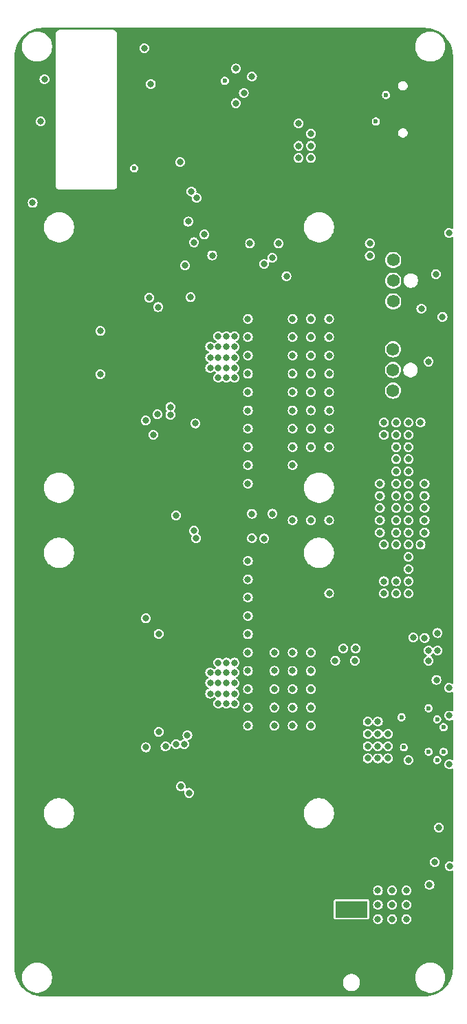
<source format=gbr>
%TF.GenerationSoftware,KiCad,Pcbnew,8.0.4*%
%TF.CreationDate,2024-11-06T18:59:40+01:00*%
%TF.ProjectId,BitForgeNano,42697446-6f72-4676-954e-616e6f2e6b69,rev?*%
%TF.SameCoordinates,Original*%
%TF.FileFunction,Copper,L5,Inr*%
%TF.FilePolarity,Positive*%
%FSLAX46Y46*%
G04 Gerber Fmt 4.6, Leading zero omitted, Abs format (unit mm)*
G04 Created by KiCad (PCBNEW 8.0.4) date 2024-11-06 18:59:40*
%MOMM*%
%LPD*%
G01*
G04 APERTURE LIST*
%TA.AperFunction,ComponentPad*%
%ADD10O,2.100000X1.000000*%
%TD*%
%TA.AperFunction,ComponentPad*%
%ADD11O,1.800000X1.000000*%
%TD*%
%TA.AperFunction,ComponentPad*%
%ADD12R,4.000000X2.000000*%
%TD*%
%TA.AperFunction,ComponentPad*%
%ADD13O,2.000000X3.500000*%
%TD*%
%TA.AperFunction,ComponentPad*%
%ADD14O,3.300000X2.000000*%
%TD*%
%TA.AperFunction,ComponentPad*%
%ADD15C,1.574800*%
%TD*%
%TA.AperFunction,ComponentPad*%
%ADD16C,0.400000*%
%TD*%
%TA.AperFunction,ViaPad*%
%ADD17C,0.800000*%
%TD*%
%TA.AperFunction,ViaPad*%
%ADD18C,0.600000*%
%TD*%
G04 APERTURE END LIST*
D10*
%TO.N,GND*%
%TO.C,J5*%
X92830000Y-60845000D03*
D11*
X97010000Y-60845000D03*
D10*
X92830000Y-52205000D03*
D11*
X97010000Y-52205000D03*
%TD*%
D12*
%TO.N,VIN*%
%TO.C,J1*%
X87000000Y-154800000D03*
D13*
%TO.N,GND*%
X82500000Y-161800000D03*
D14*
X87000000Y-160800000D03*
D13*
X91500000Y-161800000D03*
%TD*%
D15*
%TO.N,GND*%
%TO.C,J8*%
X92100000Y-83460000D03*
%TO.N,+5V*%
X92100000Y-86000000D03*
%TO.N,/Fan/FAN2_TACH*%
X92100000Y-88540000D03*
%TO.N,/Fan/FAN2_PWM*%
X92100000Y-91080000D03*
%TD*%
D16*
%TO.N,GND*%
%TO.C,U12*%
X94200000Y-126320000D03*
X92800000Y-126320000D03*
X91400000Y-126320000D03*
X95200000Y-127600000D03*
X94200000Y-127600000D03*
X92800000Y-127600000D03*
X91400000Y-127600000D03*
X90400000Y-127600000D03*
X94200000Y-128880000D03*
X92800000Y-128880000D03*
X91400000Y-128880000D03*
%TD*%
D15*
%TO.N,GND*%
%TO.C,J6*%
X92138851Y-72479400D03*
%TO.N,+5V*%
X92138851Y-75019400D03*
%TO.N,/Fan/FAN1_TACH*%
X92138851Y-77559400D03*
%TO.N,/Fan/FAN1_PWM*%
X92138851Y-80099400D03*
%TD*%
D17*
%TO.N,GND*%
X49000000Y-152000000D03*
X64500000Y-120300000D03*
X54000000Y-77000000D03*
X64600000Y-58700000D03*
X66000000Y-60100000D03*
X69000000Y-147000000D03*
X54000000Y-162000000D03*
X84000000Y-137000000D03*
X63100000Y-124500000D03*
X65100000Y-84400000D03*
X67100000Y-125700000D03*
X57400000Y-89850000D03*
X65100000Y-89500000D03*
X67100000Y-88300000D03*
X65100000Y-127000000D03*
X89000000Y-100000000D03*
X65100000Y-129500000D03*
X64000000Y-157000000D03*
X89000000Y-104500000D03*
X87250000Y-140750000D03*
X69306000Y-120300000D03*
X99000000Y-142250000D03*
X54000000Y-97000000D03*
X65100000Y-128300000D03*
X64100000Y-127000000D03*
X64100000Y-88300000D03*
X49000000Y-147000000D03*
X54000000Y-157000000D03*
X63100000Y-125700000D03*
X59000000Y-162000000D03*
X87250000Y-130250000D03*
X87500000Y-105500000D03*
X87500000Y-96500000D03*
X74000000Y-157000000D03*
X49000000Y-132000000D03*
X87500000Y-107000000D03*
X71400000Y-97987500D03*
X67100000Y-124500000D03*
X66100000Y-88300000D03*
X79000000Y-52000000D03*
X87250000Y-146750000D03*
X49000000Y-77000000D03*
X89000000Y-96500000D03*
X67400000Y-55900000D03*
X65100000Y-124500000D03*
X59000000Y-107000000D03*
X87500000Y-102500000D03*
X94000000Y-162000000D03*
X59000000Y-152000000D03*
X97916431Y-125529246D03*
X64000000Y-97000000D03*
X59000000Y-97000000D03*
X66100000Y-87000000D03*
X59400000Y-60500000D03*
X65100000Y-125700000D03*
X67100000Y-89500000D03*
X59000000Y-117000000D03*
X68100000Y-87000000D03*
X68800000Y-60100000D03*
X59000000Y-112000000D03*
X59000000Y-102000000D03*
X94800000Y-87325000D03*
X65100000Y-85700000D03*
X64000000Y-147000000D03*
X63500000Y-118305000D03*
X54000000Y-107000000D03*
X87250000Y-136250000D03*
X74000000Y-162000000D03*
X59000000Y-64200000D03*
X49000000Y-97000000D03*
X67100000Y-128300000D03*
X84000000Y-77000000D03*
X87500000Y-98000000D03*
X59000000Y-142000000D03*
X59000000Y-49100000D03*
X87250000Y-145250000D03*
X90000000Y-60000000D03*
X64600000Y-57300000D03*
X69000000Y-162000000D03*
X71500000Y-68600000D03*
X67100000Y-85700000D03*
X59000000Y-127000000D03*
X64000000Y-107000000D03*
X57400000Y-84620000D03*
X54000000Y-152000000D03*
X46000000Y-67750000D03*
X66100000Y-89500000D03*
X97900000Y-73400000D03*
X64600000Y-55900000D03*
X89000000Y-47000000D03*
X63100000Y-85700000D03*
X87250000Y-125750000D03*
X68100000Y-128300000D03*
X87500000Y-108500000D03*
X64000000Y-162000000D03*
X79000000Y-162000000D03*
X84000000Y-47000000D03*
X64100000Y-89500000D03*
X99000000Y-145250000D03*
X87250000Y-128750000D03*
X54000000Y-127000000D03*
X63500000Y-76000000D03*
X87500000Y-99500000D03*
X49000000Y-157000000D03*
X66000000Y-58700000D03*
X65400000Y-75700000D03*
X68800000Y-58700000D03*
X68250000Y-136850000D03*
X64600000Y-81800000D03*
X81000000Y-65750000D03*
X59000000Y-72000000D03*
X89000000Y-52000000D03*
X59000000Y-77000000D03*
X64100000Y-124500000D03*
X99000000Y-139250000D03*
X66100000Y-129500000D03*
X59000000Y-137000000D03*
X70500000Y-138100000D03*
X59000000Y-132000000D03*
X54000000Y-122000000D03*
X64500000Y-92100000D03*
X68945000Y-98080000D03*
X59000000Y-147000000D03*
X89000000Y-107000000D03*
X54000000Y-117000000D03*
X63100000Y-88300000D03*
X70300000Y-75750000D03*
X99000000Y-143750000D03*
X87250000Y-143750000D03*
X99000000Y-67000000D03*
X63100000Y-129500000D03*
X68100000Y-125700000D03*
X54800000Y-82300000D03*
X84000000Y-57000000D03*
X49000000Y-82000000D03*
X74000000Y-152000000D03*
X69500000Y-92800000D03*
X87500000Y-104000000D03*
X99000000Y-140750000D03*
X64600000Y-60100000D03*
X63100000Y-89500000D03*
X54000000Y-147000000D03*
X63100000Y-128300000D03*
X66100000Y-128300000D03*
X69000000Y-142000000D03*
X54750000Y-87550000D03*
X69206000Y-81800000D03*
X69000000Y-152000000D03*
X64100000Y-84400000D03*
X80439800Y-55800000D03*
X69000000Y-157000000D03*
X87500000Y-101000000D03*
X89000000Y-98000000D03*
X59000000Y-157000000D03*
X54000000Y-132000000D03*
X65100000Y-87000000D03*
X67400000Y-58700000D03*
X66000000Y-57300000D03*
X49000000Y-107000000D03*
X66100000Y-84400000D03*
X68800000Y-57300000D03*
X66100000Y-127000000D03*
X94000000Y-67000000D03*
X64000000Y-112000000D03*
X61200000Y-50900000D03*
X49000000Y-117000000D03*
X64100000Y-85700000D03*
X63100000Y-84400000D03*
X68100000Y-85700000D03*
X66100000Y-125700000D03*
X49000000Y-137000000D03*
X63100000Y-127000000D03*
X66000000Y-55900000D03*
X67400000Y-60100000D03*
X70500000Y-115855000D03*
X49000000Y-127000000D03*
X65375000Y-67300000D03*
X64100000Y-129500000D03*
X64000000Y-102000000D03*
X87250000Y-142250000D03*
X64100000Y-87000000D03*
X66400000Y-108300000D03*
X87250000Y-134750000D03*
X67100000Y-84400000D03*
X68100000Y-127000000D03*
X74000000Y-137000000D03*
X49000000Y-92000000D03*
X66100000Y-124500000D03*
X64000000Y-117000000D03*
X64000000Y-152000000D03*
X87250000Y-127250000D03*
X67400000Y-57300000D03*
X65100000Y-88300000D03*
X89000000Y-102250000D03*
X49000000Y-87000000D03*
X90000000Y-53200000D03*
X79000000Y-152000000D03*
X74000000Y-147000000D03*
X59000000Y-122000000D03*
X87250000Y-139250000D03*
X84000000Y-52000000D03*
X79000000Y-157000000D03*
X74000000Y-142000000D03*
X64100000Y-125700000D03*
X66100000Y-85700000D03*
X68100000Y-88300000D03*
X87250000Y-137750000D03*
X67100000Y-129500000D03*
X54000000Y-137000000D03*
X97100000Y-69900000D03*
X49000000Y-122000000D03*
X79000000Y-47000000D03*
X63100000Y-87000000D03*
X64100000Y-128300000D03*
%TO.N,VDD*%
X79750000Y-84500000D03*
X92500000Y-110000000D03*
X72600000Y-84400000D03*
X91000000Y-110000000D03*
X70600000Y-128300000D03*
X96000000Y-104000000D03*
X95500000Y-110000000D03*
X90500000Y-105500000D03*
X90500000Y-108500000D03*
X74250000Y-123250000D03*
X82000000Y-127750000D03*
X91000000Y-96500000D03*
X71600000Y-128300000D03*
X79750000Y-107000000D03*
X69600000Y-128300000D03*
X71600000Y-85680000D03*
X79750000Y-125500000D03*
X74250000Y-93500000D03*
X92500000Y-116000000D03*
X94000000Y-110000000D03*
X94000000Y-108500000D03*
X71600000Y-87000000D03*
X77500000Y-132250000D03*
X70600000Y-124500000D03*
X74250000Y-98000000D03*
X74250000Y-114250000D03*
X82000000Y-84500000D03*
X70600000Y-89500000D03*
X69600000Y-127000000D03*
X82000000Y-130000000D03*
X90500000Y-107000000D03*
X94000000Y-104000000D03*
X69600000Y-85680000D03*
X96000000Y-102500000D03*
X72600000Y-128300000D03*
X72600000Y-87000000D03*
X77500000Y-125500000D03*
X74250000Y-130000000D03*
X94000000Y-99500000D03*
X70600000Y-88300000D03*
X94000000Y-113000000D03*
X92500000Y-108500000D03*
X79750000Y-100250000D03*
X84250000Y-89000000D03*
X70600000Y-84400000D03*
X82000000Y-98000000D03*
X92500000Y-102500000D03*
X74250000Y-86750000D03*
X70600000Y-85680000D03*
X79750000Y-93500000D03*
X84250000Y-86750000D03*
X74250000Y-91250000D03*
X92500000Y-95000000D03*
X72600000Y-88300000D03*
X79750000Y-132250000D03*
X72600000Y-85700000D03*
X82000000Y-82250000D03*
X94000000Y-96500000D03*
X92500000Y-104000000D03*
X96000000Y-107000000D03*
X79750000Y-89000000D03*
X74250000Y-112000000D03*
X84250000Y-93500000D03*
X82000000Y-123250000D03*
X71600000Y-124500000D03*
X92500000Y-105500000D03*
X74250000Y-89000000D03*
X74250000Y-121000000D03*
X92500000Y-114500000D03*
X82000000Y-95750000D03*
X94000000Y-116000000D03*
X84250000Y-91250000D03*
X82000000Y-107000000D03*
X70600000Y-127000000D03*
X72600000Y-89500000D03*
X84250000Y-107000000D03*
X84250000Y-116000000D03*
X74250000Y-127750000D03*
X91000000Y-114500000D03*
X74250000Y-125500000D03*
X92500000Y-99500000D03*
X91000000Y-95000000D03*
X71600000Y-89500000D03*
X79750000Y-86750000D03*
X79750000Y-127750000D03*
X74250000Y-116500000D03*
X91000000Y-116000000D03*
X82000000Y-132250000D03*
X74250000Y-102500000D03*
X94000000Y-95000000D03*
X82000000Y-89000000D03*
X94000000Y-105500000D03*
X94000000Y-107000000D03*
X72600000Y-129500000D03*
X94000000Y-111500000D03*
X69600000Y-88300000D03*
X70600000Y-129500000D03*
X94000000Y-98000000D03*
X71600000Y-127000000D03*
X72600000Y-125700000D03*
X79750000Y-130000000D03*
X92500000Y-107000000D03*
X74250000Y-84500000D03*
X74250000Y-82250000D03*
X82000000Y-93500000D03*
X90500000Y-102500000D03*
X92500000Y-101000000D03*
X82000000Y-125500000D03*
X94000000Y-101000000D03*
X72600000Y-124500000D03*
X71600000Y-125700000D03*
X69600000Y-125700000D03*
X79750000Y-82250000D03*
X69600000Y-87000000D03*
X96000000Y-105500000D03*
X84250000Y-82250000D03*
X71600000Y-129500000D03*
X74250000Y-132250000D03*
X94000000Y-114500000D03*
X92500000Y-98000000D03*
X82000000Y-91250000D03*
X70600000Y-87000000D03*
X79750000Y-91250000D03*
X74250000Y-118750000D03*
X94000000Y-102500000D03*
X74250000Y-95750000D03*
X79750000Y-98000000D03*
X96000000Y-108500000D03*
X92500000Y-96500000D03*
X84250000Y-84500000D03*
X74250000Y-100250000D03*
X79750000Y-95750000D03*
X77500000Y-130000000D03*
X84250000Y-95750000D03*
X82000000Y-86750000D03*
X72600000Y-127000000D03*
X99000000Y-127600000D03*
X71600000Y-84400000D03*
X79750000Y-123250000D03*
X90500000Y-104000000D03*
X77500000Y-123250000D03*
X77500000Y-127750000D03*
X95500000Y-95000000D03*
X84250000Y-98000000D03*
X71600000Y-88300000D03*
X70600000Y-125700000D03*
%TO.N,/Domain/0V8*%
X63280000Y-133000000D03*
X62600000Y-96487500D03*
X63260000Y-120955000D03*
X63100000Y-93987500D03*
X63200000Y-80800000D03*
D18*
%TO.N,Net-(J5-CC1)*%
X90000000Y-58000000D03*
%TO.N,Net-(J5-CC2)*%
X91250000Y-54750000D03*
D17*
%TO.N,/ESP32/IO0*%
X49200000Y-52800000D03*
X62300000Y-53400000D03*
%TO.N,/Domain/1V2*%
X61700000Y-134900000D03*
X62100000Y-79650000D03*
X61670000Y-94737500D03*
X67797488Y-95102512D03*
X61700000Y-119055000D03*
%TO.N,/Power/AGND*%
X99050000Y-137000000D03*
X97457193Y-126607193D03*
X94000000Y-136450000D03*
%TO.N,Net-(U3-RI)*%
X66000000Y-139700000D03*
%TO.N,Net-(U12-BP1V5)*%
X97600000Y-123000000D03*
X99050000Y-131000000D03*
D18*
%TO.N,Net-(U12-EN{slash}UVLO)*%
X93150000Y-131200000D03*
X93450000Y-134900000D03*
D17*
%TO.N,/Domain/I_RO*%
X66500000Y-75700000D03*
%TO.N,/Domain/CLKI*%
X67198000Y-79600000D03*
%TO.N,/TX*%
X67300000Y-66600000D03*
%TO.N,/RX*%
X67917500Y-67400000D03*
%TO.N,/RST*%
X65900000Y-63000000D03*
%TO.N,/Domain/I_CI*%
X67600000Y-72850000D03*
%TO.N,/Domain/I_NRSTI*%
X68900000Y-71900000D03*
D18*
%TO.N,Net-(U12-MSEL1)*%
X96500000Y-135450000D03*
X96500000Y-130100000D03*
D17*
%TO.N,/Power/SMB_ALRT*%
X72750000Y-55750000D03*
X74500000Y-73000000D03*
X78000000Y-73000000D03*
X94600000Y-121400000D03*
%TO.N,/ESP32/VDD_SAMPLE_0*%
X61500000Y-49000000D03*
%TO.N,/Fan/FAN1_TACH*%
X98200000Y-82000000D03*
%TO.N,/Fan/FAN1_PWM*%
X95600000Y-81000000D03*
D18*
%TO.N,Net-(U12-ADRSEL)*%
X97540000Y-136450000D03*
X97540000Y-131450000D03*
%TO.N,Net-(U12-VSEL)*%
X98330000Y-132432407D03*
X98330000Y-135450000D03*
D17*
%TO.N,/SCL*%
X89250000Y-73000000D03*
X74750000Y-106200000D03*
X96500000Y-123000000D03*
X77250000Y-106200000D03*
X65400000Y-106400000D03*
X97750000Y-144750000D03*
X77250000Y-74750000D03*
X87500000Y-122750000D03*
X86000000Y-122750000D03*
X72750000Y-51500000D03*
%TO.N,/SDA*%
X76250000Y-109250000D03*
X76250000Y-75500000D03*
X85000000Y-124250000D03*
X89250000Y-74500000D03*
X67875000Y-109212500D03*
X74750000Y-52500000D03*
X96500000Y-124250000D03*
X97250000Y-149000000D03*
X87400000Y-124250000D03*
X74750000Y-109212500D03*
%TO.N,VIN*%
X93750000Y-152500000D03*
X93750000Y-154250000D03*
X90250000Y-152500000D03*
X92000000Y-152500000D03*
X92000000Y-154250000D03*
X90250000Y-156000000D03*
X90250000Y-154250000D03*
X92000000Y-156000000D03*
X93750000Y-156000000D03*
%TO.N,Net-(U3-CO)*%
X67000000Y-140500000D03*
%TO.N,Net-(U3-CLKO)*%
X66800000Y-133400000D03*
%TO.N,Net-(U3-BO)*%
X66400000Y-134500000D03*
%TO.N,Net-(U3-TEMP_N)*%
X65400000Y-134500000D03*
%TO.N,3V3*%
X67600000Y-108300000D03*
X66900000Y-70300000D03*
D18*
X71400000Y-53000000D03*
D17*
X82000000Y-62500000D03*
X48750000Y-58000000D03*
X96500000Y-87500000D03*
X97400000Y-76750000D03*
D18*
X60250000Y-63750000D03*
D17*
X99100000Y-149500000D03*
X80500000Y-61000000D03*
X47750000Y-68000000D03*
X96000000Y-121450000D03*
X69850000Y-74450000D03*
X82000000Y-59500000D03*
X80500000Y-62500000D03*
X82000000Y-61000000D03*
X99000000Y-71700000D03*
%TO.N,Net-(U3-TEMP_P)*%
X64100000Y-134800000D03*
%TO.N,+5V*%
X90250000Y-134750000D03*
X80500000Y-58250000D03*
X91500000Y-136250000D03*
X90250000Y-136250000D03*
X89000000Y-133250000D03*
X56075000Y-83750000D03*
X89000000Y-131750000D03*
X90250000Y-131750000D03*
X56075000Y-89050000D03*
X90250000Y-133250000D03*
X89000000Y-134750000D03*
X91500000Y-133250000D03*
X91500000Y-134750000D03*
X89000000Y-136250000D03*
%TO.N,/Power/PGOOD*%
X79000000Y-77000000D03*
X97600000Y-120850000D03*
%TO.N,Net-(U9-TEMP_N)*%
X64700000Y-94037500D03*
%TO.N,Net-(U9-TEMP_P)*%
X64700000Y-93087497D03*
%TO.N,/ESP32/INA_ALRT*%
X96600000Y-151800000D03*
X73750000Y-54500000D03*
%TD*%
%TA.AperFunction,Conductor*%
%TO.N,GND*%
G36*
X95914419Y-46500519D02*
G01*
X95914423Y-46500521D01*
X95934111Y-46500521D01*
X95997567Y-46500521D01*
X96002424Y-46500640D01*
X96031046Y-46502046D01*
X96338175Y-46517134D01*
X96347817Y-46518084D01*
X96677915Y-46567050D01*
X96687421Y-46568940D01*
X97011143Y-46650029D01*
X97020414Y-46652842D01*
X97334623Y-46765267D01*
X97343592Y-46768982D01*
X97645259Y-46911662D01*
X97653819Y-46916238D01*
X97940007Y-47087773D01*
X97940044Y-47087795D01*
X97948122Y-47093193D01*
X98216144Y-47291973D01*
X98223654Y-47298136D01*
X98470914Y-47522240D01*
X98477764Y-47529089D01*
X98701880Y-47776365D01*
X98708034Y-47783864D01*
X98906822Y-48051901D01*
X98912219Y-48059979D01*
X99041766Y-48276117D01*
X99083769Y-48346194D01*
X99088346Y-48354757D01*
X99145435Y-48475462D01*
X99231023Y-48656423D01*
X99234741Y-48665399D01*
X99347159Y-48979592D01*
X99349979Y-48988889D01*
X99431057Y-49312578D01*
X99432953Y-49322107D01*
X99481916Y-49652199D01*
X99482868Y-49661868D01*
X99489826Y-49803504D01*
X99499381Y-49998033D01*
X99499500Y-50002869D01*
X99499500Y-71125613D01*
X99480593Y-71183804D01*
X99431093Y-71219768D01*
X99369907Y-71219768D01*
X99340234Y-71204156D01*
X99302838Y-71175462D01*
X99156766Y-71114957D01*
X99156758Y-71114955D01*
X99000001Y-71094318D01*
X98999999Y-71094318D01*
X98843241Y-71114955D01*
X98843233Y-71114957D01*
X98697161Y-71175462D01*
X98697160Y-71175462D01*
X98571723Y-71271713D01*
X98571713Y-71271723D01*
X98475462Y-71397160D01*
X98475462Y-71397161D01*
X98414957Y-71543233D01*
X98414955Y-71543241D01*
X98394318Y-71699999D01*
X98394318Y-71700000D01*
X98414955Y-71856758D01*
X98414957Y-71856766D01*
X98475462Y-72002838D01*
X98475462Y-72002839D01*
X98516842Y-72056766D01*
X98571718Y-72128282D01*
X98697159Y-72224536D01*
X98843238Y-72285044D01*
X98960809Y-72300522D01*
X98999999Y-72305682D01*
X99000000Y-72305682D01*
X99000001Y-72305682D01*
X99031352Y-72301554D01*
X99156762Y-72285044D01*
X99302841Y-72224536D01*
X99340233Y-72195843D01*
X99397909Y-72175420D01*
X99456574Y-72192798D01*
X99493822Y-72241339D01*
X99499500Y-72274386D01*
X99499500Y-127025613D01*
X99480593Y-127083804D01*
X99431093Y-127119768D01*
X99369907Y-127119768D01*
X99340234Y-127104156D01*
X99302838Y-127075462D01*
X99156766Y-127014957D01*
X99156758Y-127014955D01*
X99000001Y-126994318D01*
X98999999Y-126994318D01*
X98843241Y-127014955D01*
X98843233Y-127014957D01*
X98697161Y-127075462D01*
X98697160Y-127075462D01*
X98571723Y-127171713D01*
X98571713Y-127171723D01*
X98475462Y-127297160D01*
X98475462Y-127297161D01*
X98414957Y-127443233D01*
X98414955Y-127443241D01*
X98394318Y-127599999D01*
X98394318Y-127600000D01*
X98414955Y-127756758D01*
X98414957Y-127756766D01*
X98475462Y-127902838D01*
X98475462Y-127902839D01*
X98547837Y-127997160D01*
X98571718Y-128028282D01*
X98697159Y-128124536D01*
X98697160Y-128124536D01*
X98697161Y-128124537D01*
X98826913Y-128178282D01*
X98843238Y-128185044D01*
X98960809Y-128200522D01*
X98999999Y-128205682D01*
X99000000Y-128205682D01*
X99000001Y-128205682D01*
X99031352Y-128201554D01*
X99156762Y-128185044D01*
X99302841Y-128124536D01*
X99340233Y-128095843D01*
X99397909Y-128075420D01*
X99456574Y-128092798D01*
X99493822Y-128141339D01*
X99499500Y-128174386D01*
X99499500Y-130388664D01*
X99480593Y-130446855D01*
X99431093Y-130482819D01*
X99369907Y-130482819D01*
X99358856Y-130477899D01*
X99358837Y-130477947D01*
X99206766Y-130414957D01*
X99206758Y-130414955D01*
X99050001Y-130394318D01*
X99049999Y-130394318D01*
X98893241Y-130414955D01*
X98893233Y-130414957D01*
X98747161Y-130475462D01*
X98747160Y-130475462D01*
X98621723Y-130571713D01*
X98621713Y-130571723D01*
X98525462Y-130697160D01*
X98525462Y-130697161D01*
X98464957Y-130843233D01*
X98464955Y-130843241D01*
X98444318Y-130999999D01*
X98444318Y-131000000D01*
X98464955Y-131156758D01*
X98464957Y-131156766D01*
X98525462Y-131302838D01*
X98525462Y-131302839D01*
X98555862Y-131342457D01*
X98621718Y-131428282D01*
X98747159Y-131524536D01*
X98893238Y-131585044D01*
X99010809Y-131600522D01*
X99049999Y-131605682D01*
X99050000Y-131605682D01*
X99050001Y-131605682D01*
X99081352Y-131601554D01*
X99206762Y-131585044D01*
X99260470Y-131562797D01*
X99358837Y-131522053D01*
X99359553Y-131523783D01*
X99410833Y-131512876D01*
X99466733Y-131537754D01*
X99497333Y-131590737D01*
X99499500Y-131611335D01*
X99499500Y-136388664D01*
X99480593Y-136446855D01*
X99431093Y-136482819D01*
X99369907Y-136482819D01*
X99358856Y-136477899D01*
X99358837Y-136477947D01*
X99206766Y-136414957D01*
X99206758Y-136414955D01*
X99050001Y-136394318D01*
X99049999Y-136394318D01*
X98893241Y-136414955D01*
X98893233Y-136414957D01*
X98747161Y-136475462D01*
X98747160Y-136475462D01*
X98621723Y-136571713D01*
X98621713Y-136571723D01*
X98525462Y-136697160D01*
X98525462Y-136697161D01*
X98464957Y-136843233D01*
X98464955Y-136843241D01*
X98444318Y-136999999D01*
X98444318Y-137000000D01*
X98464955Y-137156758D01*
X98464957Y-137156766D01*
X98525462Y-137302838D01*
X98525462Y-137302839D01*
X98525464Y-137302841D01*
X98621718Y-137428282D01*
X98747159Y-137524536D01*
X98893238Y-137585044D01*
X99010809Y-137600522D01*
X99049999Y-137605682D01*
X99050000Y-137605682D01*
X99050001Y-137605682D01*
X99081352Y-137601554D01*
X99206762Y-137585044D01*
X99260470Y-137562797D01*
X99358837Y-137522053D01*
X99359553Y-137523783D01*
X99410833Y-137512876D01*
X99466733Y-137537754D01*
X99497333Y-137590737D01*
X99499500Y-137611335D01*
X99499500Y-148867337D01*
X99480593Y-148925528D01*
X99431093Y-148961492D01*
X99369907Y-148961492D01*
X99362615Y-148958801D01*
X99256767Y-148914957D01*
X99256758Y-148914955D01*
X99100001Y-148894318D01*
X99099999Y-148894318D01*
X98943241Y-148914955D01*
X98943233Y-148914957D01*
X98797161Y-148975462D01*
X98797160Y-148975462D01*
X98671723Y-149071713D01*
X98671713Y-149071723D01*
X98575462Y-149197160D01*
X98575462Y-149197161D01*
X98514957Y-149343233D01*
X98514955Y-149343241D01*
X98494318Y-149499999D01*
X98494318Y-149500000D01*
X98514955Y-149656758D01*
X98514957Y-149656766D01*
X98575462Y-149802838D01*
X98575462Y-149802839D01*
X98575464Y-149802841D01*
X98671718Y-149928282D01*
X98797159Y-150024536D01*
X98797160Y-150024536D01*
X98797161Y-150024537D01*
X98902974Y-150068366D01*
X98943238Y-150085044D01*
X99060809Y-150100522D01*
X99099999Y-150105682D01*
X99100000Y-150105682D01*
X99100001Y-150105682D01*
X99131352Y-150101554D01*
X99256762Y-150085044D01*
X99362615Y-150041197D01*
X99423611Y-150036397D01*
X99475780Y-150068366D01*
X99499195Y-150124894D01*
X99499500Y-150132662D01*
X99499500Y-161997554D01*
X99499381Y-162002413D01*
X99482882Y-162338150D01*
X99481929Y-162347818D01*
X99432963Y-162677894D01*
X99431068Y-162687423D01*
X99349983Y-163011119D01*
X99347163Y-163020416D01*
X99234740Y-163334608D01*
X99231022Y-163343584D01*
X99088345Y-163645244D01*
X99083765Y-163653812D01*
X98912209Y-163940033D01*
X98906811Y-163948111D01*
X98708026Y-164216139D01*
X98701863Y-164223648D01*
X98477769Y-164470899D01*
X98470899Y-164477769D01*
X98223648Y-164701863D01*
X98216139Y-164708026D01*
X97948111Y-164906811D01*
X97940033Y-164912209D01*
X97653812Y-165083765D01*
X97645244Y-165088345D01*
X97343584Y-165231022D01*
X97334608Y-165234740D01*
X97020416Y-165347163D01*
X97011119Y-165349983D01*
X96687423Y-165431068D01*
X96677894Y-165432963D01*
X96347818Y-165481929D01*
X96338150Y-165482882D01*
X96002412Y-165499381D01*
X95997555Y-165499500D01*
X95934100Y-165499501D01*
X95934098Y-165499501D01*
X49072449Y-165499529D01*
X49071981Y-165499500D01*
X49065892Y-165499500D01*
X49002436Y-165499500D01*
X48997578Y-165499381D01*
X48661838Y-165482887D01*
X48652170Y-165481934D01*
X48322096Y-165432972D01*
X48312567Y-165431077D01*
X47988868Y-165349995D01*
X47979571Y-165347175D01*
X47979537Y-165347163D01*
X47907144Y-165321260D01*
X47665378Y-165234754D01*
X47656402Y-165231036D01*
X47354741Y-165088361D01*
X47346173Y-165083781D01*
X47059950Y-164912226D01*
X47051872Y-164906828D01*
X46783849Y-164708048D01*
X46776339Y-164701885D01*
X46529083Y-164477786D01*
X46522218Y-164470921D01*
X46298114Y-164223660D01*
X46291951Y-164216150D01*
X46093171Y-163948127D01*
X46087773Y-163940049D01*
X46087763Y-163940033D01*
X45916216Y-163653823D01*
X45911638Y-163645258D01*
X45911631Y-163645244D01*
X45768961Y-163343594D01*
X45765245Y-163334621D01*
X45673682Y-163078721D01*
X46449500Y-163078721D01*
X46449500Y-163321300D01*
X46481161Y-163561792D01*
X46481161Y-163561797D01*
X46517264Y-163696532D01*
X46524597Y-163723902D01*
X46543944Y-163796103D01*
X46543948Y-163796116D01*
X46636772Y-164020215D01*
X46636774Y-164020219D01*
X46636776Y-164020223D01*
X46758064Y-164230300D01*
X46758066Y-164230303D01*
X46905729Y-164422742D01*
X46905731Y-164422744D01*
X46905735Y-164422749D01*
X47077262Y-164594276D01*
X47077266Y-164594279D01*
X47077268Y-164594281D01*
X47221756Y-164705150D01*
X47269711Y-164741947D01*
X47479788Y-164863235D01*
X47703900Y-164956065D01*
X47938211Y-165018849D01*
X48178712Y-165050511D01*
X48178713Y-165050511D01*
X48421287Y-165050511D01*
X48421288Y-165050511D01*
X48661789Y-165018849D01*
X48896100Y-164956065D01*
X49120212Y-164863235D01*
X49330289Y-164741947D01*
X49522738Y-164594276D01*
X49694265Y-164422749D01*
X49841936Y-164230300D01*
X49963224Y-164020223D01*
X50056054Y-163796111D01*
X50082736Y-163696532D01*
X85949500Y-163696532D01*
X85949500Y-163903467D01*
X85989869Y-164106418D01*
X86069058Y-164297597D01*
X86184020Y-164469651D01*
X86184023Y-164469655D01*
X86330345Y-164615977D01*
X86502402Y-164730941D01*
X86693580Y-164810130D01*
X86896535Y-164850500D01*
X86896536Y-164850500D01*
X87103464Y-164850500D01*
X87103465Y-164850500D01*
X87306420Y-164810130D01*
X87497598Y-164730941D01*
X87669655Y-164615977D01*
X87815977Y-164469655D01*
X87930941Y-164297598D01*
X88010130Y-164106420D01*
X88050500Y-163903465D01*
X88050500Y-163696535D01*
X88010130Y-163493580D01*
X87930941Y-163302402D01*
X87815977Y-163130345D01*
X87764353Y-163078721D01*
X94849500Y-163078721D01*
X94849500Y-163321300D01*
X94881161Y-163561792D01*
X94881161Y-163561797D01*
X94917264Y-163696532D01*
X94924597Y-163723902D01*
X94943944Y-163796103D01*
X94943948Y-163796116D01*
X95036772Y-164020215D01*
X95036774Y-164020219D01*
X95036776Y-164020223D01*
X95158064Y-164230300D01*
X95158066Y-164230303D01*
X95305729Y-164422742D01*
X95305731Y-164422744D01*
X95305735Y-164422749D01*
X95477262Y-164594276D01*
X95477266Y-164594279D01*
X95477268Y-164594281D01*
X95621756Y-164705150D01*
X95669711Y-164741947D01*
X95879788Y-164863235D01*
X96103900Y-164956065D01*
X96338211Y-165018849D01*
X96578712Y-165050511D01*
X96578713Y-165050511D01*
X96821287Y-165050511D01*
X96821288Y-165050511D01*
X97061789Y-165018849D01*
X97296100Y-164956065D01*
X97520212Y-164863235D01*
X97730289Y-164741947D01*
X97922738Y-164594276D01*
X98094265Y-164422749D01*
X98241936Y-164230300D01*
X98363224Y-164020223D01*
X98456054Y-163796111D01*
X98518838Y-163561800D01*
X98550500Y-163321299D01*
X98550500Y-163078723D01*
X98518838Y-162838222D01*
X98456054Y-162603911D01*
X98363224Y-162379799D01*
X98241936Y-162169722D01*
X98162265Y-162065892D01*
X98094270Y-161977279D01*
X98094268Y-161977277D01*
X98094265Y-161977273D01*
X97922738Y-161805746D01*
X97922733Y-161805742D01*
X97922731Y-161805740D01*
X97730292Y-161658077D01*
X97730289Y-161658075D01*
X97520212Y-161536787D01*
X97520208Y-161536785D01*
X97520204Y-161536783D01*
X97296105Y-161443959D01*
X97296104Y-161443958D01*
X97296100Y-161443957D01*
X97061789Y-161381173D01*
X97061786Y-161381172D01*
X97061784Y-161381172D01*
X96821289Y-161349511D01*
X96821288Y-161349511D01*
X96578712Y-161349511D01*
X96578710Y-161349511D01*
X96338218Y-161381172D01*
X96338213Y-161381172D01*
X96103907Y-161443955D01*
X96103894Y-161443959D01*
X95879795Y-161536783D01*
X95669707Y-161658077D01*
X95477268Y-161805740D01*
X95305729Y-161977279D01*
X95158066Y-162169718D01*
X95036772Y-162379806D01*
X94943948Y-162603905D01*
X94943944Y-162603918D01*
X94881161Y-162838224D01*
X94881161Y-162838229D01*
X94849500Y-163078721D01*
X87764353Y-163078721D01*
X87669655Y-162984023D01*
X87669651Y-162984020D01*
X87497597Y-162869058D01*
X87306418Y-162789869D01*
X87103467Y-162749500D01*
X87103465Y-162749500D01*
X86896535Y-162749500D01*
X86896532Y-162749500D01*
X86693581Y-162789869D01*
X86502402Y-162869058D01*
X86330348Y-162984020D01*
X86184020Y-163130348D01*
X86069058Y-163302402D01*
X85989869Y-163493581D01*
X85949500Y-163696532D01*
X50082736Y-163696532D01*
X50118838Y-163561800D01*
X50150500Y-163321299D01*
X50150500Y-163078723D01*
X50118838Y-162838222D01*
X50056054Y-162603911D01*
X49963224Y-162379799D01*
X49841936Y-162169722D01*
X49762265Y-162065892D01*
X49694270Y-161977279D01*
X49694268Y-161977277D01*
X49694265Y-161977273D01*
X49522738Y-161805746D01*
X49522733Y-161805742D01*
X49522731Y-161805740D01*
X49330292Y-161658077D01*
X49330289Y-161658075D01*
X49120212Y-161536787D01*
X49120208Y-161536785D01*
X49120204Y-161536783D01*
X48896105Y-161443959D01*
X48896104Y-161443958D01*
X48896100Y-161443957D01*
X48661789Y-161381173D01*
X48661786Y-161381172D01*
X48661784Y-161381172D01*
X48421289Y-161349511D01*
X48421288Y-161349511D01*
X48178712Y-161349511D01*
X48178710Y-161349511D01*
X47938218Y-161381172D01*
X47938213Y-161381172D01*
X47703907Y-161443955D01*
X47703894Y-161443959D01*
X47479795Y-161536783D01*
X47269707Y-161658077D01*
X47077268Y-161805740D01*
X46905729Y-161977279D01*
X46758066Y-162169718D01*
X46636772Y-162379806D01*
X46543948Y-162603905D01*
X46543944Y-162603918D01*
X46481161Y-162838224D01*
X46481161Y-162838229D01*
X46449500Y-163078721D01*
X45673682Y-163078721D01*
X45652820Y-163020415D01*
X45650008Y-163011144D01*
X45568919Y-162687421D01*
X45567029Y-162677915D01*
X45518063Y-162347815D01*
X45517113Y-162338175D01*
X45500626Y-162002584D01*
X45500508Y-161997807D01*
X45500508Y-153780253D01*
X84799500Y-153780253D01*
X84799500Y-155819746D01*
X84799501Y-155819758D01*
X84811132Y-155878227D01*
X84811133Y-155878231D01*
X84855448Y-155944552D01*
X84921769Y-155988867D01*
X84966231Y-155997711D01*
X84980241Y-156000498D01*
X84980246Y-156000498D01*
X84980252Y-156000500D01*
X84980253Y-156000500D01*
X89019747Y-156000500D01*
X89019748Y-156000500D01*
X89022267Y-155999999D01*
X89644318Y-155999999D01*
X89644318Y-156000000D01*
X89664955Y-156156758D01*
X89664957Y-156156766D01*
X89725462Y-156302838D01*
X89725462Y-156302839D01*
X89725464Y-156302841D01*
X89821718Y-156428282D01*
X89947159Y-156524536D01*
X90093238Y-156585044D01*
X90210809Y-156600522D01*
X90249999Y-156605682D01*
X90250000Y-156605682D01*
X90250001Y-156605682D01*
X90281352Y-156601554D01*
X90406762Y-156585044D01*
X90552841Y-156524536D01*
X90678282Y-156428282D01*
X90774536Y-156302841D01*
X90835044Y-156156762D01*
X90855682Y-156000000D01*
X90855682Y-155999999D01*
X91394318Y-155999999D01*
X91394318Y-156000000D01*
X91414955Y-156156758D01*
X91414957Y-156156766D01*
X91475462Y-156302838D01*
X91475462Y-156302839D01*
X91475464Y-156302841D01*
X91571718Y-156428282D01*
X91697159Y-156524536D01*
X91843238Y-156585044D01*
X91960809Y-156600522D01*
X91999999Y-156605682D01*
X92000000Y-156605682D01*
X92000001Y-156605682D01*
X92031352Y-156601554D01*
X92156762Y-156585044D01*
X92302841Y-156524536D01*
X92428282Y-156428282D01*
X92524536Y-156302841D01*
X92585044Y-156156762D01*
X92605682Y-156000000D01*
X92605682Y-155999999D01*
X93144318Y-155999999D01*
X93144318Y-156000000D01*
X93164955Y-156156758D01*
X93164957Y-156156766D01*
X93225462Y-156302838D01*
X93225462Y-156302839D01*
X93225464Y-156302841D01*
X93321718Y-156428282D01*
X93447159Y-156524536D01*
X93593238Y-156585044D01*
X93710809Y-156600522D01*
X93749999Y-156605682D01*
X93750000Y-156605682D01*
X93750001Y-156605682D01*
X93781352Y-156601554D01*
X93906762Y-156585044D01*
X94052841Y-156524536D01*
X94178282Y-156428282D01*
X94274536Y-156302841D01*
X94335044Y-156156762D01*
X94355682Y-156000000D01*
X94335044Y-155843238D01*
X94274537Y-155697161D01*
X94274537Y-155697160D01*
X94178286Y-155571723D01*
X94178285Y-155571722D01*
X94178282Y-155571718D01*
X94178277Y-155571714D01*
X94178276Y-155571713D01*
X94052838Y-155475462D01*
X93906766Y-155414957D01*
X93906758Y-155414955D01*
X93750001Y-155394318D01*
X93749999Y-155394318D01*
X93593241Y-155414955D01*
X93593233Y-155414957D01*
X93447161Y-155475462D01*
X93447160Y-155475462D01*
X93321723Y-155571713D01*
X93321713Y-155571723D01*
X93225462Y-155697160D01*
X93225462Y-155697161D01*
X93164957Y-155843233D01*
X93164955Y-155843241D01*
X93144318Y-155999999D01*
X92605682Y-155999999D01*
X92585044Y-155843238D01*
X92524537Y-155697161D01*
X92524537Y-155697160D01*
X92428286Y-155571723D01*
X92428285Y-155571722D01*
X92428282Y-155571718D01*
X92428277Y-155571714D01*
X92428276Y-155571713D01*
X92302838Y-155475462D01*
X92156766Y-155414957D01*
X92156758Y-155414955D01*
X92000001Y-155394318D01*
X91999999Y-155394318D01*
X91843241Y-155414955D01*
X91843233Y-155414957D01*
X91697161Y-155475462D01*
X91697160Y-155475462D01*
X91571723Y-155571713D01*
X91571713Y-155571723D01*
X91475462Y-155697160D01*
X91475462Y-155697161D01*
X91414957Y-155843233D01*
X91414955Y-155843241D01*
X91394318Y-155999999D01*
X90855682Y-155999999D01*
X90835044Y-155843238D01*
X90774537Y-155697161D01*
X90774537Y-155697160D01*
X90678286Y-155571723D01*
X90678285Y-155571722D01*
X90678282Y-155571718D01*
X90678277Y-155571714D01*
X90678276Y-155571713D01*
X90552838Y-155475462D01*
X90406766Y-155414957D01*
X90406758Y-155414955D01*
X90250001Y-155394318D01*
X90249999Y-155394318D01*
X90093241Y-155414955D01*
X90093233Y-155414957D01*
X89947161Y-155475462D01*
X89947160Y-155475462D01*
X89821723Y-155571713D01*
X89821713Y-155571723D01*
X89725462Y-155697160D01*
X89725462Y-155697161D01*
X89664957Y-155843233D01*
X89664955Y-155843241D01*
X89644318Y-155999999D01*
X89022267Y-155999999D01*
X89078231Y-155988867D01*
X89144552Y-155944552D01*
X89188867Y-155878231D01*
X89200500Y-155819748D01*
X89200500Y-154249999D01*
X89644318Y-154249999D01*
X89644318Y-154250000D01*
X89664955Y-154406758D01*
X89664957Y-154406766D01*
X89725462Y-154552838D01*
X89725462Y-154552839D01*
X89725464Y-154552841D01*
X89821718Y-154678282D01*
X89947159Y-154774536D01*
X90093238Y-154835044D01*
X90210809Y-154850522D01*
X90249999Y-154855682D01*
X90250000Y-154855682D01*
X90250001Y-154855682D01*
X90281352Y-154851554D01*
X90406762Y-154835044D01*
X90552841Y-154774536D01*
X90678282Y-154678282D01*
X90774536Y-154552841D01*
X90835044Y-154406762D01*
X90855682Y-154250000D01*
X90855682Y-154249999D01*
X91394318Y-154249999D01*
X91394318Y-154250000D01*
X91414955Y-154406758D01*
X91414957Y-154406766D01*
X91475462Y-154552838D01*
X91475462Y-154552839D01*
X91475464Y-154552841D01*
X91571718Y-154678282D01*
X91697159Y-154774536D01*
X91843238Y-154835044D01*
X91960809Y-154850522D01*
X91999999Y-154855682D01*
X92000000Y-154855682D01*
X92000001Y-154855682D01*
X92031352Y-154851554D01*
X92156762Y-154835044D01*
X92302841Y-154774536D01*
X92428282Y-154678282D01*
X92524536Y-154552841D01*
X92585044Y-154406762D01*
X92605682Y-154250000D01*
X92605682Y-154249999D01*
X93144318Y-154249999D01*
X93144318Y-154250000D01*
X93164955Y-154406758D01*
X93164957Y-154406766D01*
X93225462Y-154552838D01*
X93225462Y-154552839D01*
X93225464Y-154552841D01*
X93321718Y-154678282D01*
X93447159Y-154774536D01*
X93593238Y-154835044D01*
X93710809Y-154850522D01*
X93749999Y-154855682D01*
X93750000Y-154855682D01*
X93750001Y-154855682D01*
X93781352Y-154851554D01*
X93906762Y-154835044D01*
X94052841Y-154774536D01*
X94178282Y-154678282D01*
X94274536Y-154552841D01*
X94335044Y-154406762D01*
X94355682Y-154250000D01*
X94335044Y-154093238D01*
X94274537Y-153947161D01*
X94274537Y-153947160D01*
X94178286Y-153821723D01*
X94178285Y-153821722D01*
X94178282Y-153821718D01*
X94178277Y-153821714D01*
X94178276Y-153821713D01*
X94052838Y-153725462D01*
X93906766Y-153664957D01*
X93906758Y-153664955D01*
X93750001Y-153644318D01*
X93749999Y-153644318D01*
X93593241Y-153664955D01*
X93593233Y-153664957D01*
X93447161Y-153725462D01*
X93447160Y-153725462D01*
X93321723Y-153821713D01*
X93321713Y-153821723D01*
X93225462Y-153947160D01*
X93225462Y-153947161D01*
X93164957Y-154093233D01*
X93164955Y-154093241D01*
X93144318Y-154249999D01*
X92605682Y-154249999D01*
X92585044Y-154093238D01*
X92524537Y-153947161D01*
X92524537Y-153947160D01*
X92428286Y-153821723D01*
X92428285Y-153821722D01*
X92428282Y-153821718D01*
X92428277Y-153821714D01*
X92428276Y-153821713D01*
X92302838Y-153725462D01*
X92156766Y-153664957D01*
X92156758Y-153664955D01*
X92000001Y-153644318D01*
X91999999Y-153644318D01*
X91843241Y-153664955D01*
X91843233Y-153664957D01*
X91697161Y-153725462D01*
X91697160Y-153725462D01*
X91571723Y-153821713D01*
X91571713Y-153821723D01*
X91475462Y-153947160D01*
X91475462Y-153947161D01*
X91414957Y-154093233D01*
X91414955Y-154093241D01*
X91394318Y-154249999D01*
X90855682Y-154249999D01*
X90835044Y-154093238D01*
X90774537Y-153947161D01*
X90774537Y-153947160D01*
X90678286Y-153821723D01*
X90678285Y-153821722D01*
X90678282Y-153821718D01*
X90678277Y-153821714D01*
X90678276Y-153821713D01*
X90552838Y-153725462D01*
X90406766Y-153664957D01*
X90406758Y-153664955D01*
X90250001Y-153644318D01*
X90249999Y-153644318D01*
X90093241Y-153664955D01*
X90093233Y-153664957D01*
X89947161Y-153725462D01*
X89947160Y-153725462D01*
X89821723Y-153821713D01*
X89821713Y-153821723D01*
X89725462Y-153947160D01*
X89725462Y-153947161D01*
X89664957Y-154093233D01*
X89664955Y-154093241D01*
X89644318Y-154249999D01*
X89200500Y-154249999D01*
X89200500Y-153780252D01*
X89188867Y-153721769D01*
X89144552Y-153655448D01*
X89144548Y-153655445D01*
X89078233Y-153611134D01*
X89078231Y-153611133D01*
X89078228Y-153611132D01*
X89078227Y-153611132D01*
X89019758Y-153599501D01*
X89019748Y-153599500D01*
X84980252Y-153599500D01*
X84980251Y-153599500D01*
X84980241Y-153599501D01*
X84921772Y-153611132D01*
X84921766Y-153611134D01*
X84855451Y-153655445D01*
X84855445Y-153655451D01*
X84811134Y-153721766D01*
X84811132Y-153721772D01*
X84799501Y-153780241D01*
X84799500Y-153780253D01*
X45500508Y-153780253D01*
X45500508Y-152499999D01*
X89644318Y-152499999D01*
X89644318Y-152500000D01*
X89664955Y-152656758D01*
X89664957Y-152656766D01*
X89725462Y-152802838D01*
X89725462Y-152802839D01*
X89725464Y-152802841D01*
X89821718Y-152928282D01*
X89947159Y-153024536D01*
X90093238Y-153085044D01*
X90210809Y-153100522D01*
X90249999Y-153105682D01*
X90250000Y-153105682D01*
X90250001Y-153105682D01*
X90281352Y-153101554D01*
X90406762Y-153085044D01*
X90552841Y-153024536D01*
X90678282Y-152928282D01*
X90774536Y-152802841D01*
X90835044Y-152656762D01*
X90855682Y-152500000D01*
X90855682Y-152499999D01*
X91394318Y-152499999D01*
X91394318Y-152500000D01*
X91414955Y-152656758D01*
X91414957Y-152656766D01*
X91475462Y-152802838D01*
X91475462Y-152802839D01*
X91475464Y-152802841D01*
X91571718Y-152928282D01*
X91697159Y-153024536D01*
X91843238Y-153085044D01*
X91960809Y-153100522D01*
X91999999Y-153105682D01*
X92000000Y-153105682D01*
X92000001Y-153105682D01*
X92031352Y-153101554D01*
X92156762Y-153085044D01*
X92302841Y-153024536D01*
X92428282Y-152928282D01*
X92524536Y-152802841D01*
X92585044Y-152656762D01*
X92605682Y-152500000D01*
X92605682Y-152499999D01*
X93144318Y-152499999D01*
X93144318Y-152500000D01*
X93164955Y-152656758D01*
X93164957Y-152656766D01*
X93225462Y-152802838D01*
X93225462Y-152802839D01*
X93225464Y-152802841D01*
X93321718Y-152928282D01*
X93447159Y-153024536D01*
X93593238Y-153085044D01*
X93710809Y-153100522D01*
X93749999Y-153105682D01*
X93750000Y-153105682D01*
X93750001Y-153105682D01*
X93781352Y-153101554D01*
X93906762Y-153085044D01*
X94052841Y-153024536D01*
X94178282Y-152928282D01*
X94274536Y-152802841D01*
X94335044Y-152656762D01*
X94355682Y-152500000D01*
X94335044Y-152343238D01*
X94274537Y-152197161D01*
X94274537Y-152197160D01*
X94178286Y-152071723D01*
X94178285Y-152071722D01*
X94178282Y-152071718D01*
X94178277Y-152071714D01*
X94178276Y-152071713D01*
X94052838Y-151975462D01*
X93906766Y-151914957D01*
X93906758Y-151914955D01*
X93750001Y-151894318D01*
X93749999Y-151894318D01*
X93593241Y-151914955D01*
X93593233Y-151914957D01*
X93447161Y-151975462D01*
X93447160Y-151975462D01*
X93321723Y-152071713D01*
X93321713Y-152071723D01*
X93225462Y-152197160D01*
X93225462Y-152197161D01*
X93164957Y-152343233D01*
X93164955Y-152343241D01*
X93144318Y-152499999D01*
X92605682Y-152499999D01*
X92585044Y-152343238D01*
X92524537Y-152197161D01*
X92524537Y-152197160D01*
X92428286Y-152071723D01*
X92428285Y-152071722D01*
X92428282Y-152071718D01*
X92428277Y-152071714D01*
X92428276Y-152071713D01*
X92302838Y-151975462D01*
X92156766Y-151914957D01*
X92156758Y-151914955D01*
X92000001Y-151894318D01*
X91999999Y-151894318D01*
X91843241Y-151914955D01*
X91843233Y-151914957D01*
X91697161Y-151975462D01*
X91697160Y-151975462D01*
X91571723Y-152071713D01*
X91571713Y-152071723D01*
X91475462Y-152197160D01*
X91475462Y-152197161D01*
X91414957Y-152343233D01*
X91414955Y-152343241D01*
X91394318Y-152499999D01*
X90855682Y-152499999D01*
X90835044Y-152343238D01*
X90774537Y-152197161D01*
X90774537Y-152197160D01*
X90678286Y-152071723D01*
X90678285Y-152071722D01*
X90678282Y-152071718D01*
X90678277Y-152071714D01*
X90678276Y-152071713D01*
X90552838Y-151975462D01*
X90406766Y-151914957D01*
X90406758Y-151914955D01*
X90250001Y-151894318D01*
X90249999Y-151894318D01*
X90093241Y-151914955D01*
X90093233Y-151914957D01*
X89947161Y-151975462D01*
X89947160Y-151975462D01*
X89821723Y-152071713D01*
X89821713Y-152071723D01*
X89725462Y-152197160D01*
X89725462Y-152197161D01*
X89664957Y-152343233D01*
X89664955Y-152343241D01*
X89644318Y-152499999D01*
X45500508Y-152499999D01*
X45500508Y-151799999D01*
X95994318Y-151799999D01*
X95994318Y-151800000D01*
X96014955Y-151956758D01*
X96014957Y-151956766D01*
X96075462Y-152102838D01*
X96075462Y-152102839D01*
X96147837Y-152197160D01*
X96171718Y-152228282D01*
X96297159Y-152324536D01*
X96297160Y-152324536D01*
X96297161Y-152324537D01*
X96443233Y-152385042D01*
X96443238Y-152385044D01*
X96560809Y-152400522D01*
X96599999Y-152405682D01*
X96600000Y-152405682D01*
X96600001Y-152405682D01*
X96631352Y-152401554D01*
X96756762Y-152385044D01*
X96902841Y-152324536D01*
X97028282Y-152228282D01*
X97124536Y-152102841D01*
X97185044Y-151956762D01*
X97205682Y-151800000D01*
X97185044Y-151643238D01*
X97124537Y-151497161D01*
X97124537Y-151497160D01*
X97028286Y-151371723D01*
X97028285Y-151371722D01*
X97028282Y-151371718D01*
X97028277Y-151371714D01*
X97028276Y-151371713D01*
X96902838Y-151275462D01*
X96756766Y-151214957D01*
X96756758Y-151214955D01*
X96600001Y-151194318D01*
X96599999Y-151194318D01*
X96443241Y-151214955D01*
X96443233Y-151214957D01*
X96297161Y-151275462D01*
X96297160Y-151275462D01*
X96171723Y-151371713D01*
X96171713Y-151371723D01*
X96075462Y-151497160D01*
X96075462Y-151497161D01*
X96014957Y-151643233D01*
X96014955Y-151643241D01*
X95994318Y-151799999D01*
X45500508Y-151799999D01*
X45500508Y-148999999D01*
X96644318Y-148999999D01*
X96644318Y-149000000D01*
X96664955Y-149156758D01*
X96664957Y-149156766D01*
X96725462Y-149302838D01*
X96725462Y-149302839D01*
X96821713Y-149428276D01*
X96821718Y-149428282D01*
X96947159Y-149524536D01*
X97093238Y-149585044D01*
X97210809Y-149600522D01*
X97249999Y-149605682D01*
X97250000Y-149605682D01*
X97250001Y-149605682D01*
X97281352Y-149601554D01*
X97406762Y-149585044D01*
X97552841Y-149524536D01*
X97678282Y-149428282D01*
X97774536Y-149302841D01*
X97835044Y-149156762D01*
X97855682Y-149000000D01*
X97835044Y-148843238D01*
X97774537Y-148697161D01*
X97774537Y-148697160D01*
X97678286Y-148571723D01*
X97678285Y-148571722D01*
X97678282Y-148571718D01*
X97678277Y-148571714D01*
X97678276Y-148571713D01*
X97552838Y-148475462D01*
X97406766Y-148414957D01*
X97406758Y-148414955D01*
X97250001Y-148394318D01*
X97249999Y-148394318D01*
X97093241Y-148414955D01*
X97093233Y-148414957D01*
X96947161Y-148475462D01*
X96947160Y-148475462D01*
X96821723Y-148571713D01*
X96821713Y-148571723D01*
X96725462Y-148697160D01*
X96725462Y-148697161D01*
X96664957Y-148843233D01*
X96664955Y-148843241D01*
X96644318Y-148999999D01*
X45500508Y-148999999D01*
X45500507Y-142878710D01*
X49149500Y-142878710D01*
X49149500Y-143121289D01*
X49181161Y-143361781D01*
X49181161Y-143361786D01*
X49243944Y-143596092D01*
X49243948Y-143596105D01*
X49336772Y-143820204D01*
X49336774Y-143820208D01*
X49336776Y-143820212D01*
X49458064Y-144030289D01*
X49458066Y-144030292D01*
X49605729Y-144222731D01*
X49605731Y-144222733D01*
X49605735Y-144222738D01*
X49777262Y-144394265D01*
X49777266Y-144394268D01*
X49777268Y-144394270D01*
X49969707Y-144541933D01*
X49969711Y-144541936D01*
X50179788Y-144663224D01*
X50403900Y-144756054D01*
X50638211Y-144818838D01*
X50878712Y-144850500D01*
X50878713Y-144850500D01*
X51121287Y-144850500D01*
X51121288Y-144850500D01*
X51361789Y-144818838D01*
X51596100Y-144756054D01*
X51820212Y-144663224D01*
X52030289Y-144541936D01*
X52222738Y-144394265D01*
X52394265Y-144222738D01*
X52541936Y-144030289D01*
X52663224Y-143820212D01*
X52756054Y-143596100D01*
X52818838Y-143361789D01*
X52850500Y-143121288D01*
X52850500Y-142878712D01*
X52850500Y-142878710D01*
X81149500Y-142878710D01*
X81149500Y-143121289D01*
X81181161Y-143361781D01*
X81181161Y-143361786D01*
X81243944Y-143596092D01*
X81243948Y-143596105D01*
X81336772Y-143820204D01*
X81336774Y-143820208D01*
X81336776Y-143820212D01*
X81458064Y-144030289D01*
X81458066Y-144030292D01*
X81605729Y-144222731D01*
X81605731Y-144222733D01*
X81605735Y-144222738D01*
X81777262Y-144394265D01*
X81777266Y-144394268D01*
X81777268Y-144394270D01*
X81969707Y-144541933D01*
X81969711Y-144541936D01*
X82179788Y-144663224D01*
X82403900Y-144756054D01*
X82638211Y-144818838D01*
X82878712Y-144850500D01*
X82878713Y-144850500D01*
X83121287Y-144850500D01*
X83121288Y-144850500D01*
X83361789Y-144818838D01*
X83596100Y-144756054D01*
X83610718Y-144749999D01*
X97144318Y-144749999D01*
X97144318Y-144750000D01*
X97164955Y-144906758D01*
X97164957Y-144906766D01*
X97225462Y-145052838D01*
X97225462Y-145052839D01*
X97225464Y-145052841D01*
X97321718Y-145178282D01*
X97447159Y-145274536D01*
X97593238Y-145335044D01*
X97710809Y-145350522D01*
X97749999Y-145355682D01*
X97750000Y-145355682D01*
X97750001Y-145355682D01*
X97781352Y-145351554D01*
X97906762Y-145335044D01*
X98052841Y-145274536D01*
X98178282Y-145178282D01*
X98274536Y-145052841D01*
X98335044Y-144906762D01*
X98355682Y-144750000D01*
X98335044Y-144593238D01*
X98274537Y-144447161D01*
X98274537Y-144447160D01*
X98178286Y-144321723D01*
X98178285Y-144321722D01*
X98178282Y-144321718D01*
X98178277Y-144321714D01*
X98178276Y-144321713D01*
X98052838Y-144225462D01*
X97906766Y-144164957D01*
X97906758Y-144164955D01*
X97750001Y-144144318D01*
X97749999Y-144144318D01*
X97593241Y-144164955D01*
X97593233Y-144164957D01*
X97447161Y-144225462D01*
X97447160Y-144225462D01*
X97321723Y-144321713D01*
X97321713Y-144321723D01*
X97225462Y-144447160D01*
X97225462Y-144447161D01*
X97164957Y-144593233D01*
X97164955Y-144593241D01*
X97144318Y-144749999D01*
X83610718Y-144749999D01*
X83820212Y-144663224D01*
X84030289Y-144541936D01*
X84222738Y-144394265D01*
X84394265Y-144222738D01*
X84541936Y-144030289D01*
X84663224Y-143820212D01*
X84756054Y-143596100D01*
X84818838Y-143361789D01*
X84850500Y-143121288D01*
X84850500Y-142878712D01*
X84818838Y-142638211D01*
X84756054Y-142403900D01*
X84663224Y-142179788D01*
X84541936Y-141969711D01*
X84394265Y-141777262D01*
X84222738Y-141605735D01*
X84222733Y-141605731D01*
X84222731Y-141605729D01*
X84030292Y-141458066D01*
X84030289Y-141458064D01*
X83820212Y-141336776D01*
X83820208Y-141336774D01*
X83820204Y-141336772D01*
X83596105Y-141243948D01*
X83596104Y-141243947D01*
X83596100Y-141243946D01*
X83361789Y-141181162D01*
X83361786Y-141181161D01*
X83361784Y-141181161D01*
X83121289Y-141149500D01*
X83121288Y-141149500D01*
X82878712Y-141149500D01*
X82878710Y-141149500D01*
X82638218Y-141181161D01*
X82638213Y-141181161D01*
X82403907Y-141243944D01*
X82403894Y-141243948D01*
X82179795Y-141336772D01*
X81969707Y-141458066D01*
X81777268Y-141605729D01*
X81605729Y-141777268D01*
X81458066Y-141969707D01*
X81336772Y-142179795D01*
X81243948Y-142403894D01*
X81243944Y-142403907D01*
X81181161Y-142638213D01*
X81181161Y-142638218D01*
X81149500Y-142878710D01*
X52850500Y-142878710D01*
X52818838Y-142638211D01*
X52756054Y-142403900D01*
X52663224Y-142179788D01*
X52541936Y-141969711D01*
X52394265Y-141777262D01*
X52222738Y-141605735D01*
X52222733Y-141605731D01*
X52222731Y-141605729D01*
X52030292Y-141458066D01*
X52030289Y-141458064D01*
X51820212Y-141336776D01*
X51820208Y-141336774D01*
X51820204Y-141336772D01*
X51596105Y-141243948D01*
X51596104Y-141243947D01*
X51596100Y-141243946D01*
X51361789Y-141181162D01*
X51361786Y-141181161D01*
X51361784Y-141181161D01*
X51121289Y-141149500D01*
X51121288Y-141149500D01*
X50878712Y-141149500D01*
X50878710Y-141149500D01*
X50638218Y-141181161D01*
X50638213Y-141181161D01*
X50403907Y-141243944D01*
X50403894Y-141243948D01*
X50179795Y-141336772D01*
X49969707Y-141458066D01*
X49777268Y-141605729D01*
X49605729Y-141777268D01*
X49458066Y-141969707D01*
X49336772Y-142179795D01*
X49243948Y-142403894D01*
X49243944Y-142403907D01*
X49181161Y-142638213D01*
X49181161Y-142638218D01*
X49149500Y-142878710D01*
X45500507Y-142878710D01*
X45500507Y-139699999D01*
X65394318Y-139699999D01*
X65394318Y-139700000D01*
X65414955Y-139856758D01*
X65414957Y-139856766D01*
X65475462Y-140002838D01*
X65475462Y-140002839D01*
X65571713Y-140128276D01*
X65571718Y-140128282D01*
X65697159Y-140224536D01*
X65697160Y-140224536D01*
X65697161Y-140224537D01*
X65720468Y-140234191D01*
X65843238Y-140285044D01*
X65960809Y-140300522D01*
X65999999Y-140305682D01*
X66000000Y-140305682D01*
X66000001Y-140305682D01*
X66031352Y-140301554D01*
X66156762Y-140285044D01*
X66279532Y-140234190D01*
X66340527Y-140229390D01*
X66392696Y-140261359D01*
X66416111Y-140317887D01*
X66415569Y-140338577D01*
X66394318Y-140499999D01*
X66394318Y-140500000D01*
X66414955Y-140656758D01*
X66414957Y-140656766D01*
X66475462Y-140802838D01*
X66475462Y-140802839D01*
X66475464Y-140802841D01*
X66571718Y-140928282D01*
X66697159Y-141024536D01*
X66843238Y-141085044D01*
X66960809Y-141100522D01*
X66999999Y-141105682D01*
X67000000Y-141105682D01*
X67000001Y-141105682D01*
X67031352Y-141101554D01*
X67156762Y-141085044D01*
X67302841Y-141024536D01*
X67428282Y-140928282D01*
X67524536Y-140802841D01*
X67585044Y-140656762D01*
X67605682Y-140500000D01*
X67585044Y-140343238D01*
X67537887Y-140229390D01*
X67524537Y-140197161D01*
X67524537Y-140197160D01*
X67428286Y-140071723D01*
X67428285Y-140071722D01*
X67428282Y-140071718D01*
X67428277Y-140071714D01*
X67428276Y-140071713D01*
X67338517Y-140002839D01*
X67302841Y-139975464D01*
X67302840Y-139975463D01*
X67302838Y-139975462D01*
X67156766Y-139914957D01*
X67156758Y-139914955D01*
X67000001Y-139894318D01*
X66999999Y-139894318D01*
X66843241Y-139914955D01*
X66843232Y-139914957D01*
X66720468Y-139965808D01*
X66659471Y-139970609D01*
X66607302Y-139938639D01*
X66583888Y-139882111D01*
X66584430Y-139861422D01*
X66585045Y-139856758D01*
X66605682Y-139700000D01*
X66585044Y-139543238D01*
X66524537Y-139397161D01*
X66524537Y-139397160D01*
X66428286Y-139271723D01*
X66428285Y-139271722D01*
X66428282Y-139271718D01*
X66428277Y-139271714D01*
X66428276Y-139271713D01*
X66302838Y-139175462D01*
X66156766Y-139114957D01*
X66156758Y-139114955D01*
X66000001Y-139094318D01*
X65999999Y-139094318D01*
X65843241Y-139114955D01*
X65843233Y-139114957D01*
X65697161Y-139175462D01*
X65697160Y-139175462D01*
X65571723Y-139271713D01*
X65571713Y-139271723D01*
X65475462Y-139397160D01*
X65475462Y-139397161D01*
X65414957Y-139543233D01*
X65414955Y-139543241D01*
X65394318Y-139699999D01*
X45500507Y-139699999D01*
X45500506Y-136249999D01*
X88394318Y-136249999D01*
X88394318Y-136250000D01*
X88414955Y-136406758D01*
X88414957Y-136406766D01*
X88475462Y-136552838D01*
X88475462Y-136552839D01*
X88516842Y-136606766D01*
X88571718Y-136678282D01*
X88697159Y-136774536D01*
X88843238Y-136835044D01*
X88960809Y-136850522D01*
X88999999Y-136855682D01*
X89000000Y-136855682D01*
X89000001Y-136855682D01*
X89031352Y-136851554D01*
X89156762Y-136835044D01*
X89302841Y-136774536D01*
X89428282Y-136678282D01*
X89524536Y-136552841D01*
X89533536Y-136531114D01*
X89573272Y-136484588D01*
X89632767Y-136470304D01*
X89689295Y-136493718D01*
X89716464Y-136531114D01*
X89725462Y-136552838D01*
X89725462Y-136552839D01*
X89766842Y-136606766D01*
X89821718Y-136678282D01*
X89947159Y-136774536D01*
X90093238Y-136835044D01*
X90210809Y-136850522D01*
X90249999Y-136855682D01*
X90250000Y-136855682D01*
X90250001Y-136855682D01*
X90281352Y-136851554D01*
X90406762Y-136835044D01*
X90552841Y-136774536D01*
X90678282Y-136678282D01*
X90774536Y-136552841D01*
X90783536Y-136531114D01*
X90823272Y-136484588D01*
X90882767Y-136470304D01*
X90939295Y-136493718D01*
X90966464Y-136531114D01*
X90975462Y-136552838D01*
X90975462Y-136552839D01*
X91016842Y-136606766D01*
X91071718Y-136678282D01*
X91197159Y-136774536D01*
X91343238Y-136835044D01*
X91460809Y-136850522D01*
X91499999Y-136855682D01*
X91500000Y-136855682D01*
X91500001Y-136855682D01*
X91531352Y-136851554D01*
X91656762Y-136835044D01*
X91802841Y-136774536D01*
X91928282Y-136678282D01*
X92024536Y-136552841D01*
X92067135Y-136449999D01*
X93394318Y-136449999D01*
X93394318Y-136450000D01*
X93414955Y-136606758D01*
X93414957Y-136606766D01*
X93475462Y-136752838D01*
X93475462Y-136752839D01*
X93544830Y-136843241D01*
X93571718Y-136878282D01*
X93697159Y-136974536D01*
X93843238Y-137035044D01*
X93960809Y-137050522D01*
X93999999Y-137055682D01*
X94000000Y-137055682D01*
X94000001Y-137055682D01*
X94031352Y-137051554D01*
X94156762Y-137035044D01*
X94302841Y-136974536D01*
X94428282Y-136878282D01*
X94524536Y-136752841D01*
X94585044Y-136606762D01*
X94605682Y-136450000D01*
X94605682Y-136449997D01*
X97034353Y-136449997D01*
X97034353Y-136450002D01*
X97054834Y-136592456D01*
X97094030Y-136678282D01*
X97114623Y-136723373D01*
X97158956Y-136774536D01*
X97208873Y-136832144D01*
X97280672Y-136878286D01*
X97329947Y-136909953D01*
X97436403Y-136941211D01*
X97468035Y-136950499D01*
X97468036Y-136950499D01*
X97468039Y-136950500D01*
X97468041Y-136950500D01*
X97611959Y-136950500D01*
X97611961Y-136950500D01*
X97750053Y-136909953D01*
X97871128Y-136832143D01*
X97965377Y-136723373D01*
X98025165Y-136592457D01*
X98033985Y-136531114D01*
X98045647Y-136450002D01*
X98045647Y-136449997D01*
X98025165Y-136307543D01*
X98018630Y-136293233D01*
X97965377Y-136176627D01*
X97871128Y-136067857D01*
X97871127Y-136067856D01*
X97871126Y-136067855D01*
X97750057Y-135990049D01*
X97750054Y-135990047D01*
X97750053Y-135990047D01*
X97750050Y-135990046D01*
X97611964Y-135949500D01*
X97611961Y-135949500D01*
X97468039Y-135949500D01*
X97468035Y-135949500D01*
X97329949Y-135990046D01*
X97329942Y-135990049D01*
X97208873Y-136067855D01*
X97114622Y-136176628D01*
X97054834Y-136307543D01*
X97034353Y-136449997D01*
X94605682Y-136449997D01*
X94585044Y-136293238D01*
X94567134Y-136249999D01*
X94524537Y-136147161D01*
X94524537Y-136147160D01*
X94428286Y-136021723D01*
X94428285Y-136021722D01*
X94428282Y-136021718D01*
X94428277Y-136021714D01*
X94428276Y-136021713D01*
X94357104Y-135967101D01*
X94302841Y-135925464D01*
X94302840Y-135925463D01*
X94302838Y-135925462D01*
X94156766Y-135864957D01*
X94156758Y-135864955D01*
X94000001Y-135844318D01*
X93999999Y-135844318D01*
X93843241Y-135864955D01*
X93843233Y-135864957D01*
X93697161Y-135925462D01*
X93697160Y-135925462D01*
X93571723Y-136021713D01*
X93571713Y-136021723D01*
X93475462Y-136147160D01*
X93475462Y-136147161D01*
X93414957Y-136293233D01*
X93414955Y-136293241D01*
X93394318Y-136449999D01*
X92067135Y-136449999D01*
X92085044Y-136406762D01*
X92105682Y-136250000D01*
X92085044Y-136093238D01*
X92058724Y-136029695D01*
X92024537Y-135947161D01*
X92024537Y-135947160D01*
X91928286Y-135821723D01*
X91928285Y-135821722D01*
X91928282Y-135821718D01*
X91928277Y-135821714D01*
X91928276Y-135821713D01*
X91802838Y-135725462D01*
X91656766Y-135664957D01*
X91656758Y-135664955D01*
X91500001Y-135644318D01*
X91499999Y-135644318D01*
X91343241Y-135664955D01*
X91343233Y-135664957D01*
X91197161Y-135725462D01*
X91197160Y-135725462D01*
X91071723Y-135821713D01*
X91071713Y-135821723D01*
X90975463Y-135947160D01*
X90966464Y-135968886D01*
X90926727Y-136015412D01*
X90867232Y-136029695D01*
X90810704Y-136006280D01*
X90783536Y-135968886D01*
X90775919Y-135950499D01*
X90774536Y-135947159D01*
X90678282Y-135821718D01*
X90678277Y-135821714D01*
X90678276Y-135821713D01*
X90552838Y-135725462D01*
X90406766Y-135664957D01*
X90406758Y-135664955D01*
X90250001Y-135644318D01*
X90249999Y-135644318D01*
X90093241Y-135664955D01*
X90093233Y-135664957D01*
X89947161Y-135725462D01*
X89947160Y-135725462D01*
X89821723Y-135821713D01*
X89821713Y-135821723D01*
X89725463Y-135947160D01*
X89716464Y-135968886D01*
X89676727Y-136015412D01*
X89617232Y-136029695D01*
X89560704Y-136006280D01*
X89533536Y-135968886D01*
X89525919Y-135950499D01*
X89524536Y-135947159D01*
X89428282Y-135821718D01*
X89428277Y-135821714D01*
X89428276Y-135821713D01*
X89302838Y-135725462D01*
X89156766Y-135664957D01*
X89156758Y-135664955D01*
X89000001Y-135644318D01*
X88999999Y-135644318D01*
X88843241Y-135664955D01*
X88843233Y-135664957D01*
X88697161Y-135725462D01*
X88697160Y-135725462D01*
X88571723Y-135821713D01*
X88571713Y-135821723D01*
X88475462Y-135947160D01*
X88475462Y-135947161D01*
X88414957Y-136093233D01*
X88414955Y-136093241D01*
X88394318Y-136249999D01*
X45500506Y-136249999D01*
X45500506Y-134899999D01*
X61094318Y-134899999D01*
X61094318Y-134900000D01*
X61114955Y-135056758D01*
X61114957Y-135056766D01*
X61175462Y-135202838D01*
X61175462Y-135202839D01*
X61268844Y-135324537D01*
X61271718Y-135328282D01*
X61397159Y-135424536D01*
X61543238Y-135485044D01*
X61660809Y-135500522D01*
X61699999Y-135505682D01*
X61700000Y-135505682D01*
X61700001Y-135505682D01*
X61731352Y-135501554D01*
X61856762Y-135485044D01*
X61941373Y-135449997D01*
X95994353Y-135449997D01*
X95994353Y-135450002D01*
X96014834Y-135592456D01*
X96047945Y-135664957D01*
X96074623Y-135723373D01*
X96159839Y-135821718D01*
X96168873Y-135832144D01*
X96289942Y-135909950D01*
X96289947Y-135909953D01*
X96396403Y-135941211D01*
X96428035Y-135950499D01*
X96428036Y-135950499D01*
X96428039Y-135950500D01*
X96428041Y-135950500D01*
X96571959Y-135950500D01*
X96571961Y-135950500D01*
X96710053Y-135909953D01*
X96831128Y-135832143D01*
X96925377Y-135723373D01*
X96985165Y-135592457D01*
X96997641Y-135505682D01*
X97005647Y-135450002D01*
X97005647Y-135449997D01*
X97824353Y-135449997D01*
X97824353Y-135450002D01*
X97844834Y-135592456D01*
X97877945Y-135664957D01*
X97904623Y-135723373D01*
X97989839Y-135821718D01*
X97998873Y-135832144D01*
X98119942Y-135909950D01*
X98119947Y-135909953D01*
X98226403Y-135941211D01*
X98258035Y-135950499D01*
X98258036Y-135950499D01*
X98258039Y-135950500D01*
X98258041Y-135950500D01*
X98401959Y-135950500D01*
X98401961Y-135950500D01*
X98540053Y-135909953D01*
X98661128Y-135832143D01*
X98755377Y-135723373D01*
X98815165Y-135592457D01*
X98827641Y-135505682D01*
X98835647Y-135450002D01*
X98835647Y-135449997D01*
X98815165Y-135307543D01*
X98755377Y-135176627D01*
X98661128Y-135067857D01*
X98661127Y-135067856D01*
X98661126Y-135067855D01*
X98540057Y-134990049D01*
X98540054Y-134990047D01*
X98540053Y-134990047D01*
X98540050Y-134990046D01*
X98401964Y-134949500D01*
X98401961Y-134949500D01*
X98258039Y-134949500D01*
X98258035Y-134949500D01*
X98119949Y-134990046D01*
X98119942Y-134990049D01*
X97998873Y-135067855D01*
X97904622Y-135176628D01*
X97844834Y-135307543D01*
X97824353Y-135449997D01*
X97005647Y-135449997D01*
X96985165Y-135307543D01*
X96925377Y-135176627D01*
X96831128Y-135067857D01*
X96831127Y-135067856D01*
X96831126Y-135067855D01*
X96710057Y-134990049D01*
X96710054Y-134990047D01*
X96710053Y-134990047D01*
X96710050Y-134990046D01*
X96571964Y-134949500D01*
X96571961Y-134949500D01*
X96428039Y-134949500D01*
X96428035Y-134949500D01*
X96289949Y-134990046D01*
X96289942Y-134990049D01*
X96168873Y-135067855D01*
X96074622Y-135176628D01*
X96014834Y-135307543D01*
X95994353Y-135449997D01*
X61941373Y-135449997D01*
X62002841Y-135424536D01*
X62128282Y-135328282D01*
X62224536Y-135202841D01*
X62285044Y-135056762D01*
X62305682Y-134900000D01*
X62292517Y-134799999D01*
X63494318Y-134799999D01*
X63494318Y-134800000D01*
X63514955Y-134956758D01*
X63514957Y-134956766D01*
X63575462Y-135102838D01*
X63575462Y-135102839D01*
X63652194Y-135202838D01*
X63671718Y-135228282D01*
X63797159Y-135324536D01*
X63797160Y-135324536D01*
X63797161Y-135324537D01*
X63872352Y-135355682D01*
X63943238Y-135385044D01*
X64060631Y-135400499D01*
X64099999Y-135405682D01*
X64100000Y-135405682D01*
X64100001Y-135405682D01*
X64139369Y-135400499D01*
X64256762Y-135385044D01*
X64402841Y-135324536D01*
X64528282Y-135228282D01*
X64624536Y-135102841D01*
X64685044Y-134956762D01*
X64699030Y-134850525D01*
X64725371Y-134795301D01*
X64779142Y-134766106D01*
X64839803Y-134774092D01*
X64875725Y-134803181D01*
X64950016Y-134900000D01*
X64971718Y-134928282D01*
X65097159Y-135024536D01*
X65097160Y-135024536D01*
X65097161Y-135024537D01*
X65174959Y-135056762D01*
X65243238Y-135085044D01*
X65360809Y-135100522D01*
X65399999Y-135105682D01*
X65400000Y-135105682D01*
X65400001Y-135105682D01*
X65431352Y-135101554D01*
X65556762Y-135085044D01*
X65702841Y-135024536D01*
X65828282Y-134928282D01*
X65828288Y-134928273D01*
X65829996Y-134926567D01*
X65831547Y-134925776D01*
X65833430Y-134924332D01*
X65833697Y-134924680D01*
X65884513Y-134898790D01*
X65944945Y-134908361D01*
X65970004Y-134926567D01*
X65971713Y-134928276D01*
X65971718Y-134928282D01*
X66097159Y-135024536D01*
X66097160Y-135024536D01*
X66097161Y-135024537D01*
X66174959Y-135056762D01*
X66243238Y-135085044D01*
X66360809Y-135100522D01*
X66399999Y-135105682D01*
X66400000Y-135105682D01*
X66400001Y-135105682D01*
X66431352Y-135101554D01*
X66556762Y-135085044D01*
X66702841Y-135024536D01*
X66828282Y-134928282D01*
X66924536Y-134802841D01*
X66946424Y-134749999D01*
X88394318Y-134749999D01*
X88394318Y-134750000D01*
X88414955Y-134906758D01*
X88414957Y-134906766D01*
X88475462Y-135052838D01*
X88475462Y-135052839D01*
X88571713Y-135178276D01*
X88571718Y-135178282D01*
X88697159Y-135274536D01*
X88697160Y-135274536D01*
X88697161Y-135274537D01*
X88826913Y-135328282D01*
X88843238Y-135335044D01*
X88960809Y-135350522D01*
X88999999Y-135355682D01*
X89000000Y-135355682D01*
X89000001Y-135355682D01*
X89031352Y-135351554D01*
X89156762Y-135335044D01*
X89302841Y-135274536D01*
X89428282Y-135178282D01*
X89524536Y-135052841D01*
X89533536Y-135031114D01*
X89573272Y-134984588D01*
X89632767Y-134970304D01*
X89689295Y-134993718D01*
X89716464Y-135031114D01*
X89725462Y-135052838D01*
X89725462Y-135052839D01*
X89821713Y-135178276D01*
X89821718Y-135178282D01*
X89947159Y-135274536D01*
X89947160Y-135274536D01*
X89947161Y-135274537D01*
X90076913Y-135328282D01*
X90093238Y-135335044D01*
X90210809Y-135350522D01*
X90249999Y-135355682D01*
X90250000Y-135355682D01*
X90250001Y-135355682D01*
X90281352Y-135351554D01*
X90406762Y-135335044D01*
X90552841Y-135274536D01*
X90678282Y-135178282D01*
X90774536Y-135052841D01*
X90783536Y-135031114D01*
X90823272Y-134984588D01*
X90882767Y-134970304D01*
X90939295Y-134993718D01*
X90966464Y-135031114D01*
X90975462Y-135052838D01*
X90975462Y-135052839D01*
X91071713Y-135178276D01*
X91071718Y-135178282D01*
X91197159Y-135274536D01*
X91197160Y-135274536D01*
X91197161Y-135274537D01*
X91326913Y-135328282D01*
X91343238Y-135335044D01*
X91460809Y-135350522D01*
X91499999Y-135355682D01*
X91500000Y-135355682D01*
X91500001Y-135355682D01*
X91531352Y-135351554D01*
X91656762Y-135335044D01*
X91802841Y-135274536D01*
X91928282Y-135178282D01*
X92024536Y-135052841D01*
X92085044Y-134906762D01*
X92085935Y-134899997D01*
X92944353Y-134899997D01*
X92944353Y-134900002D01*
X92964834Y-135042456D01*
X92993709Y-135105682D01*
X93024623Y-135173373D01*
X93118872Y-135282143D01*
X93118873Y-135282144D01*
X93233301Y-135355682D01*
X93239947Y-135359953D01*
X93325400Y-135385044D01*
X93378035Y-135400499D01*
X93378036Y-135400499D01*
X93378039Y-135400500D01*
X93378041Y-135400500D01*
X93521959Y-135400500D01*
X93521961Y-135400500D01*
X93660053Y-135359953D01*
X93781128Y-135282143D01*
X93875377Y-135173373D01*
X93935165Y-135042457D01*
X93954675Y-134906762D01*
X93955647Y-134900002D01*
X93955647Y-134899997D01*
X93935165Y-134757543D01*
X93889139Y-134656762D01*
X93875377Y-134626627D01*
X93781128Y-134517857D01*
X93781127Y-134517856D01*
X93781126Y-134517855D01*
X93660057Y-134440049D01*
X93660054Y-134440047D01*
X93660053Y-134440047D01*
X93660050Y-134440046D01*
X93521964Y-134399500D01*
X93521961Y-134399500D01*
X93378039Y-134399500D01*
X93378035Y-134399500D01*
X93239949Y-134440046D01*
X93239942Y-134440049D01*
X93118873Y-134517855D01*
X93024622Y-134626628D01*
X92964834Y-134757543D01*
X92944353Y-134899997D01*
X92085935Y-134899997D01*
X92105682Y-134750000D01*
X92085044Y-134593238D01*
X92085042Y-134593233D01*
X92024537Y-134447161D01*
X92024537Y-134447160D01*
X91928286Y-134321723D01*
X91928285Y-134321722D01*
X91928282Y-134321718D01*
X91928277Y-134321714D01*
X91928276Y-134321713D01*
X91802838Y-134225462D01*
X91656766Y-134164957D01*
X91656758Y-134164955D01*
X91500001Y-134144318D01*
X91499999Y-134144318D01*
X91343241Y-134164955D01*
X91343233Y-134164957D01*
X91197161Y-134225462D01*
X91197160Y-134225462D01*
X91071723Y-134321713D01*
X91071713Y-134321723D01*
X90975463Y-134447160D01*
X90966464Y-134468886D01*
X90926727Y-134515412D01*
X90867232Y-134529695D01*
X90810704Y-134506280D01*
X90783536Y-134468886D01*
X90775495Y-134449474D01*
X90774536Y-134447159D01*
X90678282Y-134321718D01*
X90678277Y-134321714D01*
X90678276Y-134321713D01*
X90552838Y-134225462D01*
X90406766Y-134164957D01*
X90406758Y-134164955D01*
X90250001Y-134144318D01*
X90249999Y-134144318D01*
X90093241Y-134164955D01*
X90093233Y-134164957D01*
X89947161Y-134225462D01*
X89947160Y-134225462D01*
X89821723Y-134321713D01*
X89821713Y-134321723D01*
X89725463Y-134447160D01*
X89716464Y-134468886D01*
X89676727Y-134515412D01*
X89617232Y-134529695D01*
X89560704Y-134506280D01*
X89533536Y-134468886D01*
X89525495Y-134449474D01*
X89524536Y-134447159D01*
X89428282Y-134321718D01*
X89428277Y-134321714D01*
X89428276Y-134321713D01*
X89302838Y-134225462D01*
X89156766Y-134164957D01*
X89156758Y-134164955D01*
X89000001Y-134144318D01*
X88999999Y-134144318D01*
X88843241Y-134164955D01*
X88843233Y-134164957D01*
X88697161Y-134225462D01*
X88697160Y-134225462D01*
X88571723Y-134321713D01*
X88571713Y-134321723D01*
X88475462Y-134447160D01*
X88475462Y-134447161D01*
X88414957Y-134593233D01*
X88414955Y-134593241D01*
X88394318Y-134749999D01*
X66946424Y-134749999D01*
X66985044Y-134656762D01*
X67005682Y-134500000D01*
X66985044Y-134343238D01*
X66931908Y-134214956D01*
X66924537Y-134197161D01*
X66924536Y-134197160D01*
X66924536Y-134197159D01*
X66884049Y-134144396D01*
X66863626Y-134086722D01*
X66881003Y-134028056D01*
X66929545Y-133990809D01*
X66949663Y-133985978D01*
X66956762Y-133985044D01*
X67102841Y-133924536D01*
X67228282Y-133828282D01*
X67324536Y-133702841D01*
X67385044Y-133556762D01*
X67405682Y-133400000D01*
X67385934Y-133249999D01*
X88394318Y-133249999D01*
X88394318Y-133250000D01*
X88414955Y-133406758D01*
X88414957Y-133406766D01*
X88475462Y-133552838D01*
X88475462Y-133552839D01*
X88500174Y-133585044D01*
X88571718Y-133678282D01*
X88697159Y-133774536D01*
X88697160Y-133774536D01*
X88697161Y-133774537D01*
X88826913Y-133828282D01*
X88843238Y-133835044D01*
X88960809Y-133850522D01*
X88999999Y-133855682D01*
X89000000Y-133855682D01*
X89000001Y-133855682D01*
X89031352Y-133851554D01*
X89156762Y-133835044D01*
X89302841Y-133774536D01*
X89428282Y-133678282D01*
X89524536Y-133552841D01*
X89533536Y-133531114D01*
X89573272Y-133484588D01*
X89632767Y-133470304D01*
X89689295Y-133493718D01*
X89716464Y-133531114D01*
X89725462Y-133552838D01*
X89725462Y-133552839D01*
X89750174Y-133585044D01*
X89821718Y-133678282D01*
X89947159Y-133774536D01*
X89947160Y-133774536D01*
X89947161Y-133774537D01*
X90076913Y-133828282D01*
X90093238Y-133835044D01*
X90210809Y-133850522D01*
X90249999Y-133855682D01*
X90250000Y-133855682D01*
X90250001Y-133855682D01*
X90281352Y-133851554D01*
X90406762Y-133835044D01*
X90552841Y-133774536D01*
X90678282Y-133678282D01*
X90774536Y-133552841D01*
X90783536Y-133531114D01*
X90823272Y-133484588D01*
X90882767Y-133470304D01*
X90939295Y-133493718D01*
X90966464Y-133531114D01*
X90975462Y-133552838D01*
X90975462Y-133552839D01*
X91000174Y-133585044D01*
X91071718Y-133678282D01*
X91197159Y-133774536D01*
X91197160Y-133774536D01*
X91197161Y-133774537D01*
X91326913Y-133828282D01*
X91343238Y-133835044D01*
X91460809Y-133850522D01*
X91499999Y-133855682D01*
X91500000Y-133855682D01*
X91500001Y-133855682D01*
X91531352Y-133851554D01*
X91656762Y-133835044D01*
X91802841Y-133774536D01*
X91928282Y-133678282D01*
X92024536Y-133552841D01*
X92085044Y-133406762D01*
X92105682Y-133250000D01*
X92085044Y-133093238D01*
X92049025Y-133006280D01*
X92024537Y-132947161D01*
X92024537Y-132947160D01*
X91928286Y-132821723D01*
X91928285Y-132821722D01*
X91928282Y-132821718D01*
X91928277Y-132821714D01*
X91928276Y-132821713D01*
X91802838Y-132725462D01*
X91656766Y-132664957D01*
X91656758Y-132664955D01*
X91500001Y-132644318D01*
X91499999Y-132644318D01*
X91343241Y-132664955D01*
X91343233Y-132664957D01*
X91197161Y-132725462D01*
X91197160Y-132725462D01*
X91071723Y-132821713D01*
X91071713Y-132821723D01*
X90975463Y-132947160D01*
X90966464Y-132968886D01*
X90926727Y-133015412D01*
X90867232Y-133029695D01*
X90810704Y-133006280D01*
X90783536Y-132968886D01*
X90779304Y-132958672D01*
X90774536Y-132947159D01*
X90678282Y-132821718D01*
X90678277Y-132821714D01*
X90678276Y-132821713D01*
X90552838Y-132725462D01*
X90406766Y-132664957D01*
X90406758Y-132664955D01*
X90250001Y-132644318D01*
X90249999Y-132644318D01*
X90093241Y-132664955D01*
X90093233Y-132664957D01*
X89947161Y-132725462D01*
X89947160Y-132725462D01*
X89821723Y-132821713D01*
X89821713Y-132821723D01*
X89725463Y-132947160D01*
X89716464Y-132968886D01*
X89676727Y-133015412D01*
X89617232Y-133029695D01*
X89560704Y-133006280D01*
X89533536Y-132968886D01*
X89529304Y-132958672D01*
X89524536Y-132947159D01*
X89428282Y-132821718D01*
X89428277Y-132821714D01*
X89428276Y-132821713D01*
X89302838Y-132725462D01*
X89156766Y-132664957D01*
X89156758Y-132664955D01*
X89000001Y-132644318D01*
X88999999Y-132644318D01*
X88843241Y-132664955D01*
X88843233Y-132664957D01*
X88697161Y-132725462D01*
X88697160Y-132725462D01*
X88571723Y-132821713D01*
X88571713Y-132821723D01*
X88475462Y-132947160D01*
X88475462Y-132947161D01*
X88414957Y-133093233D01*
X88414955Y-133093241D01*
X88394318Y-133249999D01*
X67385934Y-133249999D01*
X67385044Y-133243238D01*
X67349226Y-133156766D01*
X67324537Y-133097161D01*
X67324537Y-133097160D01*
X67228286Y-132971723D01*
X67228285Y-132971722D01*
X67228282Y-132971718D01*
X67228277Y-132971714D01*
X67228276Y-132971713D01*
X67102838Y-132875462D01*
X66956766Y-132814957D01*
X66956758Y-132814955D01*
X66800001Y-132794318D01*
X66799999Y-132794318D01*
X66643241Y-132814955D01*
X66643233Y-132814957D01*
X66497161Y-132875462D01*
X66497160Y-132875462D01*
X66371723Y-132971713D01*
X66371713Y-132971723D01*
X66275462Y-133097160D01*
X66275462Y-133097161D01*
X66214957Y-133243233D01*
X66214955Y-133243241D01*
X66194318Y-133399999D01*
X66194318Y-133400000D01*
X66214955Y-133556758D01*
X66214957Y-133556766D01*
X66275462Y-133702838D01*
X66275462Y-133702839D01*
X66315949Y-133755602D01*
X66336373Y-133813278D01*
X66318995Y-133871943D01*
X66270454Y-133909191D01*
X66250333Y-133914021D01*
X66243238Y-133914956D01*
X66243237Y-133914956D01*
X66243233Y-133914957D01*
X66097161Y-133975462D01*
X66097160Y-133975462D01*
X65971715Y-134071719D01*
X65969998Y-134073437D01*
X65968449Y-134074225D01*
X65966570Y-134075668D01*
X65966302Y-134075319D01*
X65915479Y-134101210D01*
X65855048Y-134091634D01*
X65830002Y-134073437D01*
X65828284Y-134071719D01*
X65722839Y-133990809D01*
X65702841Y-133975464D01*
X65702840Y-133975463D01*
X65702838Y-133975462D01*
X65556766Y-133914957D01*
X65556758Y-133914955D01*
X65400001Y-133894318D01*
X65399999Y-133894318D01*
X65243241Y-133914955D01*
X65243233Y-133914957D01*
X65097161Y-133975462D01*
X65097160Y-133975462D01*
X64971723Y-134071713D01*
X64971713Y-134071723D01*
X64875462Y-134197160D01*
X64875462Y-134197161D01*
X64814957Y-134343233D01*
X64814955Y-134343240D01*
X64800969Y-134449474D01*
X64774627Y-134504699D01*
X64720856Y-134533893D01*
X64660195Y-134525907D01*
X64624274Y-134496818D01*
X64605010Y-134471713D01*
X64549600Y-134399500D01*
X64528286Y-134371723D01*
X64528285Y-134371722D01*
X64528282Y-134371718D01*
X64528277Y-134371714D01*
X64528276Y-134371713D01*
X64402838Y-134275462D01*
X64256766Y-134214957D01*
X64256758Y-134214955D01*
X64100001Y-134194318D01*
X64099999Y-134194318D01*
X63943241Y-134214955D01*
X63943233Y-134214957D01*
X63797161Y-134275462D01*
X63797160Y-134275462D01*
X63671723Y-134371713D01*
X63671713Y-134371723D01*
X63575462Y-134497160D01*
X63575462Y-134497161D01*
X63514957Y-134643233D01*
X63514955Y-134643241D01*
X63494318Y-134799999D01*
X62292517Y-134799999D01*
X62285044Y-134743238D01*
X62249226Y-134656766D01*
X62224537Y-134597161D01*
X62224537Y-134597160D01*
X62128286Y-134471723D01*
X62128285Y-134471722D01*
X62128282Y-134471718D01*
X62128277Y-134471714D01*
X62128276Y-134471713D01*
X62002838Y-134375462D01*
X61856766Y-134314957D01*
X61856758Y-134314955D01*
X61700001Y-134294318D01*
X61699999Y-134294318D01*
X61543241Y-134314955D01*
X61543233Y-134314957D01*
X61397161Y-134375462D01*
X61397160Y-134375462D01*
X61271723Y-134471713D01*
X61271713Y-134471723D01*
X61175462Y-134597160D01*
X61175462Y-134597161D01*
X61114957Y-134743233D01*
X61114955Y-134743241D01*
X61094318Y-134899999D01*
X45500506Y-134899999D01*
X45500506Y-132999999D01*
X62674318Y-132999999D01*
X62674318Y-133000000D01*
X62694955Y-133156758D01*
X62694957Y-133156766D01*
X62755462Y-133302838D01*
X62755462Y-133302839D01*
X62835202Y-133406758D01*
X62851718Y-133428282D01*
X62977159Y-133524536D01*
X62977160Y-133524536D01*
X62977161Y-133524537D01*
X63054959Y-133556762D01*
X63123238Y-133585044D01*
X63240809Y-133600522D01*
X63279999Y-133605682D01*
X63280000Y-133605682D01*
X63280001Y-133605682D01*
X63311352Y-133601554D01*
X63436762Y-133585044D01*
X63582841Y-133524536D01*
X63708282Y-133428282D01*
X63804536Y-133302841D01*
X63865044Y-133156762D01*
X63885682Y-133000000D01*
X63865044Y-132843238D01*
X63853329Y-132814955D01*
X63804537Y-132697161D01*
X63804537Y-132697160D01*
X63708286Y-132571723D01*
X63708285Y-132571722D01*
X63708282Y-132571718D01*
X63708277Y-132571714D01*
X63708276Y-132571713D01*
X63582838Y-132475462D01*
X63436766Y-132414957D01*
X63436758Y-132414955D01*
X63280001Y-132394318D01*
X63279999Y-132394318D01*
X63123241Y-132414955D01*
X63123233Y-132414957D01*
X62977161Y-132475462D01*
X62977160Y-132475462D01*
X62851723Y-132571713D01*
X62851713Y-132571723D01*
X62755462Y-132697160D01*
X62755462Y-132697161D01*
X62694957Y-132843233D01*
X62694955Y-132843241D01*
X62674318Y-132999999D01*
X45500506Y-132999999D01*
X45500506Y-132249999D01*
X73644318Y-132249999D01*
X73644318Y-132250000D01*
X73664955Y-132406758D01*
X73664957Y-132406766D01*
X73725462Y-132552838D01*
X73725462Y-132552839D01*
X73811493Y-132664957D01*
X73821718Y-132678282D01*
X73947159Y-132774536D01*
X73947160Y-132774536D01*
X73947161Y-132774537D01*
X74044739Y-132814955D01*
X74093238Y-132835044D01*
X74210809Y-132850522D01*
X74249999Y-132855682D01*
X74250000Y-132855682D01*
X74250001Y-132855682D01*
X74281352Y-132851554D01*
X74406762Y-132835044D01*
X74552841Y-132774536D01*
X74678282Y-132678282D01*
X74774536Y-132552841D01*
X74835044Y-132406762D01*
X74855682Y-132250000D01*
X74855682Y-132249999D01*
X76894318Y-132249999D01*
X76894318Y-132250000D01*
X76914955Y-132406758D01*
X76914957Y-132406766D01*
X76975462Y-132552838D01*
X76975462Y-132552839D01*
X77061493Y-132664957D01*
X77071718Y-132678282D01*
X77197159Y-132774536D01*
X77197160Y-132774536D01*
X77197161Y-132774537D01*
X77294739Y-132814955D01*
X77343238Y-132835044D01*
X77460809Y-132850522D01*
X77499999Y-132855682D01*
X77500000Y-132855682D01*
X77500001Y-132855682D01*
X77531352Y-132851554D01*
X77656762Y-132835044D01*
X77802841Y-132774536D01*
X77928282Y-132678282D01*
X78024536Y-132552841D01*
X78085044Y-132406762D01*
X78105682Y-132250000D01*
X78105682Y-132249999D01*
X79144318Y-132249999D01*
X79144318Y-132250000D01*
X79164955Y-132406758D01*
X79164957Y-132406766D01*
X79225462Y-132552838D01*
X79225462Y-132552839D01*
X79311493Y-132664957D01*
X79321718Y-132678282D01*
X79447159Y-132774536D01*
X79447160Y-132774536D01*
X79447161Y-132774537D01*
X79544739Y-132814955D01*
X79593238Y-132835044D01*
X79710809Y-132850522D01*
X79749999Y-132855682D01*
X79750000Y-132855682D01*
X79750001Y-132855682D01*
X79781352Y-132851554D01*
X79906762Y-132835044D01*
X80052841Y-132774536D01*
X80178282Y-132678282D01*
X80274536Y-132552841D01*
X80335044Y-132406762D01*
X80355682Y-132250000D01*
X80355682Y-132249999D01*
X81394318Y-132249999D01*
X81394318Y-132250000D01*
X81414955Y-132406758D01*
X81414957Y-132406766D01*
X81475462Y-132552838D01*
X81475462Y-132552839D01*
X81561493Y-132664957D01*
X81571718Y-132678282D01*
X81697159Y-132774536D01*
X81697160Y-132774536D01*
X81697161Y-132774537D01*
X81794739Y-132814955D01*
X81843238Y-132835044D01*
X81960809Y-132850522D01*
X81999999Y-132855682D01*
X82000000Y-132855682D01*
X82000001Y-132855682D01*
X82031352Y-132851554D01*
X82156762Y-132835044D01*
X82302841Y-132774536D01*
X82428282Y-132678282D01*
X82524536Y-132552841D01*
X82574423Y-132432404D01*
X97824353Y-132432404D01*
X97824353Y-132432409D01*
X97844834Y-132574863D01*
X97892062Y-132678276D01*
X97904623Y-132705780D01*
X97964200Y-132774536D01*
X97998873Y-132814551D01*
X98093653Y-132875462D01*
X98119947Y-132892360D01*
X98226403Y-132923618D01*
X98258035Y-132932906D01*
X98258036Y-132932906D01*
X98258039Y-132932907D01*
X98258041Y-132932907D01*
X98401959Y-132932907D01*
X98401961Y-132932907D01*
X98540053Y-132892360D01*
X98661128Y-132814550D01*
X98755377Y-132705780D01*
X98815165Y-132574864D01*
X98821992Y-132527378D01*
X98835647Y-132432409D01*
X98835647Y-132432404D01*
X98815165Y-132289950D01*
X98764167Y-132178282D01*
X98755377Y-132159034D01*
X98661128Y-132050264D01*
X98661127Y-132050263D01*
X98661126Y-132050262D01*
X98540057Y-131972456D01*
X98540054Y-131972454D01*
X98540053Y-131972454D01*
X98532731Y-131970304D01*
X98401964Y-131931907D01*
X98401961Y-131931907D01*
X98258039Y-131931907D01*
X98258035Y-131931907D01*
X98119949Y-131972453D01*
X98119942Y-131972456D01*
X97998873Y-132050262D01*
X97904622Y-132159035D01*
X97844834Y-132289950D01*
X97824353Y-132432404D01*
X82574423Y-132432404D01*
X82585044Y-132406762D01*
X82605682Y-132250000D01*
X82585044Y-132093238D01*
X82559311Y-132031114D01*
X82524537Y-131947161D01*
X82524537Y-131947160D01*
X82428286Y-131821723D01*
X82428285Y-131821722D01*
X82428282Y-131821718D01*
X82428277Y-131821714D01*
X82428276Y-131821713D01*
X82334816Y-131749999D01*
X88394318Y-131749999D01*
X88394318Y-131750000D01*
X88414955Y-131906758D01*
X88414957Y-131906766D01*
X88475462Y-132052838D01*
X88475462Y-132052839D01*
X88556949Y-132159035D01*
X88571718Y-132178282D01*
X88697159Y-132274536D01*
X88697160Y-132274536D01*
X88697161Y-132274537D01*
X88843233Y-132335042D01*
X88843238Y-132335044D01*
X88960809Y-132350522D01*
X88999999Y-132355682D01*
X89000000Y-132355682D01*
X89000001Y-132355682D01*
X89031352Y-132351554D01*
X89156762Y-132335044D01*
X89302841Y-132274536D01*
X89428282Y-132178282D01*
X89524536Y-132052841D01*
X89533536Y-132031114D01*
X89573272Y-131984588D01*
X89632767Y-131970304D01*
X89689295Y-131993718D01*
X89716464Y-132031114D01*
X89725462Y-132052838D01*
X89725462Y-132052839D01*
X89806949Y-132159035D01*
X89821718Y-132178282D01*
X89947159Y-132274536D01*
X89947160Y-132274536D01*
X89947161Y-132274537D01*
X90093233Y-132335042D01*
X90093238Y-132335044D01*
X90210809Y-132350522D01*
X90249999Y-132355682D01*
X90250000Y-132355682D01*
X90250001Y-132355682D01*
X90281352Y-132351554D01*
X90406762Y-132335044D01*
X90552841Y-132274536D01*
X90678282Y-132178282D01*
X90774536Y-132052841D01*
X90835044Y-131906762D01*
X90855682Y-131750000D01*
X90835044Y-131593238D01*
X90835042Y-131593233D01*
X90774537Y-131447161D01*
X90774537Y-131447160D01*
X90678286Y-131321723D01*
X90678285Y-131321722D01*
X90678282Y-131321718D01*
X90678277Y-131321714D01*
X90678276Y-131321713D01*
X90552838Y-131225462D01*
X90491360Y-131199997D01*
X92644353Y-131199997D01*
X92644353Y-131200002D01*
X92664834Y-131342456D01*
X92704030Y-131428282D01*
X92724623Y-131473373D01*
X92768956Y-131524536D01*
X92818873Y-131582144D01*
X92915618Y-131644318D01*
X92939947Y-131659953D01*
X93046403Y-131691211D01*
X93078035Y-131700499D01*
X93078036Y-131700499D01*
X93078039Y-131700500D01*
X93078041Y-131700500D01*
X93221959Y-131700500D01*
X93221961Y-131700500D01*
X93360053Y-131659953D01*
X93481128Y-131582143D01*
X93575377Y-131473373D01*
X93586053Y-131449997D01*
X97034353Y-131449997D01*
X97034353Y-131450002D01*
X97054834Y-131592456D01*
X97087945Y-131664957D01*
X97114623Y-131723373D01*
X97199839Y-131821718D01*
X97208873Y-131832144D01*
X97324988Y-131906766D01*
X97329947Y-131909953D01*
X97436403Y-131941211D01*
X97468035Y-131950499D01*
X97468036Y-131950499D01*
X97468039Y-131950500D01*
X97468041Y-131950500D01*
X97611959Y-131950500D01*
X97611961Y-131950500D01*
X97750053Y-131909953D01*
X97871128Y-131832143D01*
X97965377Y-131723373D01*
X98025165Y-131592457D01*
X98034930Y-131524537D01*
X98045647Y-131450002D01*
X98045647Y-131449997D01*
X98025165Y-131307543D01*
X97976051Y-131200000D01*
X97965377Y-131176627D01*
X97871128Y-131067857D01*
X97871127Y-131067856D01*
X97871126Y-131067855D01*
X97750057Y-130990049D01*
X97750054Y-130990047D01*
X97750053Y-130990047D01*
X97750050Y-130990046D01*
X97611964Y-130949500D01*
X97611961Y-130949500D01*
X97468039Y-130949500D01*
X97468035Y-130949500D01*
X97329949Y-130990046D01*
X97329942Y-130990049D01*
X97208873Y-131067855D01*
X97114622Y-131176628D01*
X97054834Y-131307543D01*
X97034353Y-131449997D01*
X93586053Y-131449997D01*
X93635165Y-131342457D01*
X93655647Y-131200000D01*
X93650608Y-131164956D01*
X93635165Y-131057543D01*
X93575377Y-130926627D01*
X93481128Y-130817857D01*
X93481127Y-130817856D01*
X93481126Y-130817855D01*
X93360057Y-130740049D01*
X93360054Y-130740047D01*
X93360053Y-130740047D01*
X93360050Y-130740046D01*
X93221964Y-130699500D01*
X93221961Y-130699500D01*
X93078039Y-130699500D01*
X93078035Y-130699500D01*
X92939949Y-130740046D01*
X92939942Y-130740049D01*
X92818873Y-130817855D01*
X92724622Y-130926628D01*
X92664834Y-131057543D01*
X92644353Y-131199997D01*
X90491360Y-131199997D01*
X90406766Y-131164957D01*
X90406758Y-131164955D01*
X90250001Y-131144318D01*
X90249999Y-131144318D01*
X90093241Y-131164955D01*
X90093233Y-131164957D01*
X89947161Y-131225462D01*
X89947160Y-131225462D01*
X89821723Y-131321713D01*
X89821713Y-131321723D01*
X89725463Y-131447160D01*
X89716464Y-131468886D01*
X89676727Y-131515412D01*
X89617232Y-131529695D01*
X89560704Y-131506280D01*
X89533536Y-131468886D01*
X89529304Y-131458672D01*
X89524536Y-131447159D01*
X89428282Y-131321718D01*
X89428277Y-131321714D01*
X89428276Y-131321713D01*
X89302838Y-131225462D01*
X89156766Y-131164957D01*
X89156758Y-131164955D01*
X89000001Y-131144318D01*
X88999999Y-131144318D01*
X88843241Y-131164955D01*
X88843233Y-131164957D01*
X88697161Y-131225462D01*
X88697160Y-131225462D01*
X88571723Y-131321713D01*
X88571713Y-131321723D01*
X88475462Y-131447160D01*
X88475462Y-131447161D01*
X88414957Y-131593233D01*
X88414955Y-131593241D01*
X88394318Y-131749999D01*
X82334816Y-131749999D01*
X82302838Y-131725462D01*
X82156766Y-131664957D01*
X82156758Y-131664955D01*
X82000001Y-131644318D01*
X81999999Y-131644318D01*
X81843241Y-131664955D01*
X81843233Y-131664957D01*
X81697161Y-131725462D01*
X81697160Y-131725462D01*
X81571723Y-131821713D01*
X81571713Y-131821723D01*
X81475462Y-131947160D01*
X81475462Y-131947161D01*
X81414957Y-132093233D01*
X81414955Y-132093241D01*
X81394318Y-132249999D01*
X80355682Y-132249999D01*
X80335044Y-132093238D01*
X80309311Y-132031114D01*
X80274537Y-131947161D01*
X80274537Y-131947160D01*
X80178286Y-131821723D01*
X80178285Y-131821722D01*
X80178282Y-131821718D01*
X80178277Y-131821714D01*
X80178276Y-131821713D01*
X80052838Y-131725462D01*
X79906766Y-131664957D01*
X79906758Y-131664955D01*
X79750001Y-131644318D01*
X79749999Y-131644318D01*
X79593241Y-131664955D01*
X79593233Y-131664957D01*
X79447161Y-131725462D01*
X79447160Y-131725462D01*
X79321723Y-131821713D01*
X79321713Y-131821723D01*
X79225462Y-131947160D01*
X79225462Y-131947161D01*
X79164957Y-132093233D01*
X79164955Y-132093241D01*
X79144318Y-132249999D01*
X78105682Y-132249999D01*
X78085044Y-132093238D01*
X78059311Y-132031114D01*
X78024537Y-131947161D01*
X78024537Y-131947160D01*
X77928286Y-131821723D01*
X77928285Y-131821722D01*
X77928282Y-131821718D01*
X77928277Y-131821714D01*
X77928276Y-131821713D01*
X77802838Y-131725462D01*
X77656766Y-131664957D01*
X77656758Y-131664955D01*
X77500001Y-131644318D01*
X77499999Y-131644318D01*
X77343241Y-131664955D01*
X77343233Y-131664957D01*
X77197161Y-131725462D01*
X77197160Y-131725462D01*
X77071723Y-131821713D01*
X77071713Y-131821723D01*
X76975462Y-131947160D01*
X76975462Y-131947161D01*
X76914957Y-132093233D01*
X76914955Y-132093241D01*
X76894318Y-132249999D01*
X74855682Y-132249999D01*
X74835044Y-132093238D01*
X74809311Y-132031114D01*
X74774537Y-131947161D01*
X74774537Y-131947160D01*
X74678286Y-131821723D01*
X74678285Y-131821722D01*
X74678282Y-131821718D01*
X74678277Y-131821714D01*
X74678276Y-131821713D01*
X74552838Y-131725462D01*
X74406766Y-131664957D01*
X74406758Y-131664955D01*
X74250001Y-131644318D01*
X74249999Y-131644318D01*
X74093241Y-131664955D01*
X74093233Y-131664957D01*
X73947161Y-131725462D01*
X73947160Y-131725462D01*
X73821723Y-131821713D01*
X73821713Y-131821723D01*
X73725462Y-131947160D01*
X73725462Y-131947161D01*
X73664957Y-132093233D01*
X73664955Y-132093241D01*
X73644318Y-132249999D01*
X45500506Y-132249999D01*
X45500505Y-125699999D01*
X68994318Y-125699999D01*
X68994318Y-125700000D01*
X69014955Y-125856758D01*
X69014957Y-125856766D01*
X69075462Y-126002838D01*
X69075462Y-126002839D01*
X69138540Y-126085044D01*
X69171718Y-126128282D01*
X69297159Y-126224536D01*
X69369830Y-126254637D01*
X69379242Y-126258536D01*
X69425767Y-126298273D01*
X69440051Y-126357767D01*
X69416636Y-126414295D01*
X69379242Y-126441464D01*
X69297160Y-126475463D01*
X69171723Y-126571713D01*
X69171713Y-126571723D01*
X69075462Y-126697160D01*
X69075462Y-126697161D01*
X69014957Y-126843233D01*
X69014955Y-126843241D01*
X68994318Y-126999999D01*
X68994318Y-127000000D01*
X69014955Y-127156758D01*
X69014957Y-127156766D01*
X69075462Y-127302838D01*
X69075462Y-127302839D01*
X69100000Y-127334817D01*
X69171718Y-127428282D01*
X69297159Y-127524536D01*
X69369830Y-127554637D01*
X69379242Y-127558536D01*
X69425767Y-127598273D01*
X69440051Y-127657767D01*
X69416636Y-127714295D01*
X69379242Y-127741464D01*
X69297160Y-127775463D01*
X69171723Y-127871713D01*
X69171713Y-127871723D01*
X69075462Y-127997160D01*
X69075462Y-127997161D01*
X69014957Y-128143233D01*
X69014955Y-128143241D01*
X68994318Y-128299999D01*
X68994318Y-128300000D01*
X69014955Y-128456758D01*
X69014957Y-128456766D01*
X69075462Y-128602838D01*
X69075462Y-128602839D01*
X69075464Y-128602841D01*
X69171718Y-128728282D01*
X69297159Y-128824536D01*
X69297160Y-128824536D01*
X69297161Y-128824537D01*
X69443233Y-128885042D01*
X69443238Y-128885044D01*
X69556841Y-128900000D01*
X69599999Y-128905682D01*
X69600000Y-128905682D01*
X69600001Y-128905682D01*
X69643159Y-128900000D01*
X69756762Y-128885044D01*
X69902841Y-128824536D01*
X70028282Y-128728282D01*
X70028288Y-128728273D01*
X70029996Y-128726567D01*
X70031547Y-128725776D01*
X70033430Y-128724332D01*
X70033697Y-128724680D01*
X70084513Y-128698790D01*
X70144945Y-128708361D01*
X70170004Y-128726567D01*
X70171713Y-128728276D01*
X70171718Y-128728282D01*
X70171722Y-128728285D01*
X70171723Y-128728286D01*
X70293147Y-128821458D01*
X70327803Y-128871883D01*
X70326201Y-128933047D01*
X70293147Y-128978542D01*
X70171723Y-129071713D01*
X70171713Y-129071723D01*
X70075462Y-129197160D01*
X70075462Y-129197161D01*
X70014957Y-129343233D01*
X70014955Y-129343241D01*
X69994318Y-129499999D01*
X69994318Y-129500000D01*
X70014955Y-129656758D01*
X70014957Y-129656766D01*
X70075462Y-129802838D01*
X70075462Y-129802839D01*
X70149088Y-129898790D01*
X70171718Y-129928282D01*
X70297159Y-130024536D01*
X70443238Y-130085044D01*
X70556818Y-130099997D01*
X70599999Y-130105682D01*
X70600000Y-130105682D01*
X70600001Y-130105682D01*
X70643182Y-130099997D01*
X70756762Y-130085044D01*
X70902841Y-130024536D01*
X71028282Y-129928282D01*
X71028288Y-129928273D01*
X71029996Y-129926567D01*
X71031547Y-129925776D01*
X71033430Y-129924332D01*
X71033697Y-129924680D01*
X71084513Y-129898790D01*
X71144945Y-129908361D01*
X71170004Y-129926567D01*
X71171713Y-129928276D01*
X71171718Y-129928282D01*
X71297159Y-130024536D01*
X71443238Y-130085044D01*
X71556818Y-130099997D01*
X71599999Y-130105682D01*
X71600000Y-130105682D01*
X71600001Y-130105682D01*
X71643182Y-130099997D01*
X71756762Y-130085044D01*
X71902841Y-130024536D01*
X72028282Y-129928282D01*
X72028288Y-129928273D01*
X72029996Y-129926567D01*
X72031547Y-129925776D01*
X72033430Y-129924332D01*
X72033697Y-129924680D01*
X72084513Y-129898790D01*
X72144945Y-129908361D01*
X72170004Y-129926567D01*
X72171713Y-129928276D01*
X72171718Y-129928282D01*
X72297159Y-130024536D01*
X72443238Y-130085044D01*
X72556818Y-130099997D01*
X72599999Y-130105682D01*
X72600000Y-130105682D01*
X72600001Y-130105682D01*
X72643182Y-130099997D01*
X72756762Y-130085044D01*
X72902841Y-130024536D01*
X72934818Y-129999999D01*
X73644318Y-129999999D01*
X73644318Y-130000000D01*
X73664955Y-130156758D01*
X73664957Y-130156766D01*
X73725462Y-130302838D01*
X73725462Y-130302839D01*
X73811493Y-130414957D01*
X73821718Y-130428282D01*
X73947159Y-130524536D01*
X74093238Y-130585044D01*
X74202048Y-130599369D01*
X74249999Y-130605682D01*
X74250000Y-130605682D01*
X74250001Y-130605682D01*
X74297952Y-130599369D01*
X74406762Y-130585044D01*
X74552841Y-130524536D01*
X74678282Y-130428282D01*
X74774536Y-130302841D01*
X74835044Y-130156762D01*
X74855682Y-130000000D01*
X74855682Y-129999999D01*
X76894318Y-129999999D01*
X76894318Y-130000000D01*
X76914955Y-130156758D01*
X76914957Y-130156766D01*
X76975462Y-130302838D01*
X76975462Y-130302839D01*
X77061493Y-130414957D01*
X77071718Y-130428282D01*
X77197159Y-130524536D01*
X77343238Y-130585044D01*
X77452048Y-130599369D01*
X77499999Y-130605682D01*
X77500000Y-130605682D01*
X77500001Y-130605682D01*
X77547952Y-130599369D01*
X77656762Y-130585044D01*
X77802841Y-130524536D01*
X77928282Y-130428282D01*
X78024536Y-130302841D01*
X78085044Y-130156762D01*
X78105682Y-130000000D01*
X78105682Y-129999999D01*
X79144318Y-129999999D01*
X79144318Y-130000000D01*
X79164955Y-130156758D01*
X79164957Y-130156766D01*
X79225462Y-130302838D01*
X79225462Y-130302839D01*
X79311493Y-130414957D01*
X79321718Y-130428282D01*
X79447159Y-130524536D01*
X79593238Y-130585044D01*
X79702048Y-130599369D01*
X79749999Y-130605682D01*
X79750000Y-130605682D01*
X79750001Y-130605682D01*
X79797952Y-130599369D01*
X79906762Y-130585044D01*
X80052841Y-130524536D01*
X80178282Y-130428282D01*
X80274536Y-130302841D01*
X80335044Y-130156762D01*
X80355682Y-130000000D01*
X80355682Y-129999999D01*
X81394318Y-129999999D01*
X81394318Y-130000000D01*
X81414955Y-130156758D01*
X81414957Y-130156766D01*
X81475462Y-130302838D01*
X81475462Y-130302839D01*
X81561493Y-130414957D01*
X81571718Y-130428282D01*
X81697159Y-130524536D01*
X81843238Y-130585044D01*
X81952048Y-130599369D01*
X81999999Y-130605682D01*
X82000000Y-130605682D01*
X82000001Y-130605682D01*
X82047952Y-130599369D01*
X82156762Y-130585044D01*
X82302841Y-130524536D01*
X82428282Y-130428282D01*
X82524536Y-130302841D01*
X82585044Y-130156762D01*
X82592517Y-130099997D01*
X95994353Y-130099997D01*
X95994353Y-130100002D01*
X96014834Y-130242456D01*
X96074622Y-130373371D01*
X96074623Y-130373373D01*
X96122202Y-130428282D01*
X96168873Y-130482144D01*
X96289942Y-130559950D01*
X96289947Y-130559953D01*
X96375400Y-130585044D01*
X96428035Y-130600499D01*
X96428036Y-130600499D01*
X96428039Y-130600500D01*
X96428041Y-130600500D01*
X96571959Y-130600500D01*
X96571961Y-130600500D01*
X96710053Y-130559953D01*
X96831128Y-130482143D01*
X96925377Y-130373373D01*
X96985165Y-130242457D01*
X97005647Y-130100000D01*
X97003496Y-130085042D01*
X96985165Y-129957543D01*
X96971799Y-129928276D01*
X96925377Y-129826627D01*
X96831128Y-129717857D01*
X96831127Y-129717856D01*
X96831126Y-129717855D01*
X96710057Y-129640049D01*
X96710054Y-129640047D01*
X96710053Y-129640047D01*
X96710050Y-129640046D01*
X96571964Y-129599500D01*
X96571961Y-129599500D01*
X96428039Y-129599500D01*
X96428035Y-129599500D01*
X96289949Y-129640046D01*
X96289942Y-129640049D01*
X96168873Y-129717855D01*
X96074622Y-129826628D01*
X96014834Y-129957543D01*
X95994353Y-130099997D01*
X82592517Y-130099997D01*
X82605682Y-130000000D01*
X82585044Y-129843238D01*
X82578164Y-129826628D01*
X82524537Y-129697161D01*
X82524537Y-129697160D01*
X82428286Y-129571723D01*
X82428285Y-129571722D01*
X82428282Y-129571718D01*
X82428277Y-129571714D01*
X82428276Y-129571713D01*
X82302838Y-129475462D01*
X82156766Y-129414957D01*
X82156758Y-129414955D01*
X82000001Y-129394318D01*
X81999999Y-129394318D01*
X81843241Y-129414955D01*
X81843233Y-129414957D01*
X81697161Y-129475462D01*
X81697160Y-129475462D01*
X81571723Y-129571713D01*
X81571713Y-129571723D01*
X81475462Y-129697160D01*
X81475462Y-129697161D01*
X81414957Y-129843233D01*
X81414955Y-129843241D01*
X81394318Y-129999999D01*
X80355682Y-129999999D01*
X80335044Y-129843238D01*
X80328164Y-129826628D01*
X80274537Y-129697161D01*
X80274537Y-129697160D01*
X80178286Y-129571723D01*
X80178285Y-129571722D01*
X80178282Y-129571718D01*
X80178277Y-129571714D01*
X80178276Y-129571713D01*
X80052838Y-129475462D01*
X79906766Y-129414957D01*
X79906758Y-129414955D01*
X79750001Y-129394318D01*
X79749999Y-129394318D01*
X79593241Y-129414955D01*
X79593233Y-129414957D01*
X79447161Y-129475462D01*
X79447160Y-129475462D01*
X79321723Y-129571713D01*
X79321713Y-129571723D01*
X79225462Y-129697160D01*
X79225462Y-129697161D01*
X79164957Y-129843233D01*
X79164955Y-129843241D01*
X79144318Y-129999999D01*
X78105682Y-129999999D01*
X78085044Y-129843238D01*
X78078164Y-129826628D01*
X78024537Y-129697161D01*
X78024537Y-129697160D01*
X77928286Y-129571723D01*
X77928285Y-129571722D01*
X77928282Y-129571718D01*
X77928277Y-129571714D01*
X77928276Y-129571713D01*
X77802838Y-129475462D01*
X77656766Y-129414957D01*
X77656758Y-129414955D01*
X77500001Y-129394318D01*
X77499999Y-129394318D01*
X77343241Y-129414955D01*
X77343233Y-129414957D01*
X77197161Y-129475462D01*
X77197160Y-129475462D01*
X77071723Y-129571713D01*
X77071713Y-129571723D01*
X76975462Y-129697160D01*
X76975462Y-129697161D01*
X76914957Y-129843233D01*
X76914955Y-129843241D01*
X76894318Y-129999999D01*
X74855682Y-129999999D01*
X74835044Y-129843238D01*
X74828164Y-129826628D01*
X74774537Y-129697161D01*
X74774537Y-129697160D01*
X74678286Y-129571723D01*
X74678285Y-129571722D01*
X74678282Y-129571718D01*
X74678277Y-129571714D01*
X74678276Y-129571713D01*
X74552838Y-129475462D01*
X74406766Y-129414957D01*
X74406758Y-129414955D01*
X74250001Y-129394318D01*
X74249999Y-129394318D01*
X74093241Y-129414955D01*
X74093233Y-129414957D01*
X73947161Y-129475462D01*
X73947160Y-129475462D01*
X73821723Y-129571713D01*
X73821713Y-129571723D01*
X73725462Y-129697160D01*
X73725462Y-129697161D01*
X73664957Y-129843233D01*
X73664955Y-129843241D01*
X73644318Y-129999999D01*
X72934818Y-129999999D01*
X73028282Y-129928282D01*
X73124536Y-129802841D01*
X73185044Y-129656762D01*
X73205682Y-129500000D01*
X73185044Y-129343238D01*
X73124537Y-129197161D01*
X73124537Y-129197160D01*
X73028286Y-129071723D01*
X73028285Y-129071722D01*
X73028282Y-129071718D01*
X73028277Y-129071714D01*
X73028276Y-129071713D01*
X72906852Y-128978542D01*
X72872196Y-128928118D01*
X72873797Y-128866953D01*
X72906852Y-128821458D01*
X73028282Y-128728282D01*
X73124536Y-128602841D01*
X73185044Y-128456762D01*
X73205682Y-128300000D01*
X73185044Y-128143238D01*
X73147600Y-128052841D01*
X73124537Y-127997161D01*
X73124537Y-127997160D01*
X73028286Y-127871723D01*
X73028285Y-127871722D01*
X73028282Y-127871718D01*
X73028277Y-127871714D01*
X73028276Y-127871713D01*
X72902838Y-127775462D01*
X72841364Y-127749999D01*
X73644318Y-127749999D01*
X73644318Y-127750000D01*
X73664955Y-127906758D01*
X73664957Y-127906766D01*
X73725462Y-128052838D01*
X73725462Y-128052839D01*
X73821713Y-128178276D01*
X73821718Y-128178282D01*
X73947159Y-128274536D01*
X74093238Y-128335044D01*
X74210809Y-128350522D01*
X74249999Y-128355682D01*
X74250000Y-128355682D01*
X74250001Y-128355682D01*
X74281352Y-128351554D01*
X74406762Y-128335044D01*
X74552841Y-128274536D01*
X74678282Y-128178282D01*
X74774536Y-128052841D01*
X74835044Y-127906762D01*
X74855682Y-127750000D01*
X74855682Y-127749999D01*
X76894318Y-127749999D01*
X76894318Y-127750000D01*
X76914955Y-127906758D01*
X76914957Y-127906766D01*
X76975462Y-128052838D01*
X76975462Y-128052839D01*
X77071713Y-128178276D01*
X77071718Y-128178282D01*
X77197159Y-128274536D01*
X77343238Y-128335044D01*
X77460809Y-128350522D01*
X77499999Y-128355682D01*
X77500000Y-128355682D01*
X77500001Y-128355682D01*
X77531352Y-128351554D01*
X77656762Y-128335044D01*
X77802841Y-128274536D01*
X77928282Y-128178282D01*
X78024536Y-128052841D01*
X78085044Y-127906762D01*
X78105682Y-127750000D01*
X78105682Y-127749999D01*
X79144318Y-127749999D01*
X79144318Y-127750000D01*
X79164955Y-127906758D01*
X79164957Y-127906766D01*
X79225462Y-128052838D01*
X79225462Y-128052839D01*
X79321713Y-128178276D01*
X79321718Y-128178282D01*
X79447159Y-128274536D01*
X79593238Y-128335044D01*
X79710809Y-128350522D01*
X79749999Y-128355682D01*
X79750000Y-128355682D01*
X79750001Y-128355682D01*
X79781352Y-128351554D01*
X79906762Y-128335044D01*
X80052841Y-128274536D01*
X80178282Y-128178282D01*
X80274536Y-128052841D01*
X80335044Y-127906762D01*
X80355682Y-127750000D01*
X80355682Y-127749999D01*
X81394318Y-127749999D01*
X81394318Y-127750000D01*
X81414955Y-127906758D01*
X81414957Y-127906766D01*
X81475462Y-128052838D01*
X81475462Y-128052839D01*
X81571713Y-128178276D01*
X81571718Y-128178282D01*
X81697159Y-128274536D01*
X81843238Y-128335044D01*
X81960809Y-128350522D01*
X81999999Y-128355682D01*
X82000000Y-128355682D01*
X82000001Y-128355682D01*
X82031352Y-128351554D01*
X82156762Y-128335044D01*
X82302841Y-128274536D01*
X82428282Y-128178282D01*
X82524536Y-128052841D01*
X82585044Y-127906762D01*
X82605682Y-127750000D01*
X82585044Y-127593238D01*
X82524537Y-127447161D01*
X82524537Y-127447160D01*
X82428286Y-127321723D01*
X82428285Y-127321722D01*
X82428282Y-127321718D01*
X82428277Y-127321714D01*
X82428276Y-127321713D01*
X82302838Y-127225462D01*
X82156766Y-127164957D01*
X82156758Y-127164955D01*
X82000001Y-127144318D01*
X81999999Y-127144318D01*
X81843241Y-127164955D01*
X81843233Y-127164957D01*
X81697161Y-127225462D01*
X81697160Y-127225462D01*
X81571723Y-127321713D01*
X81571713Y-127321723D01*
X81475462Y-127447160D01*
X81475462Y-127447161D01*
X81414957Y-127593233D01*
X81414955Y-127593241D01*
X81394318Y-127749999D01*
X80355682Y-127749999D01*
X80335044Y-127593238D01*
X80274537Y-127447161D01*
X80274537Y-127447160D01*
X80178286Y-127321723D01*
X80178285Y-127321722D01*
X80178282Y-127321718D01*
X80178277Y-127321714D01*
X80178276Y-127321713D01*
X80052838Y-127225462D01*
X79906766Y-127164957D01*
X79906758Y-127164955D01*
X79750001Y-127144318D01*
X79749999Y-127144318D01*
X79593241Y-127164955D01*
X79593233Y-127164957D01*
X79447161Y-127225462D01*
X79447160Y-127225462D01*
X79321723Y-127321713D01*
X79321713Y-127321723D01*
X79225462Y-127447160D01*
X79225462Y-127447161D01*
X79164957Y-127593233D01*
X79164955Y-127593241D01*
X79144318Y-127749999D01*
X78105682Y-127749999D01*
X78085044Y-127593238D01*
X78024537Y-127447161D01*
X78024537Y-127447160D01*
X77928286Y-127321723D01*
X77928285Y-127321722D01*
X77928282Y-127321718D01*
X77928277Y-127321714D01*
X77928276Y-127321713D01*
X77802838Y-127225462D01*
X77656766Y-127164957D01*
X77656758Y-127164955D01*
X77500001Y-127144318D01*
X77499999Y-127144318D01*
X77343241Y-127164955D01*
X77343233Y-127164957D01*
X77197161Y-127225462D01*
X77197160Y-127225462D01*
X77071723Y-127321713D01*
X77071713Y-127321723D01*
X76975462Y-127447160D01*
X76975462Y-127447161D01*
X76914957Y-127593233D01*
X76914955Y-127593241D01*
X76894318Y-127749999D01*
X74855682Y-127749999D01*
X74835044Y-127593238D01*
X74774537Y-127447161D01*
X74774537Y-127447160D01*
X74678286Y-127321723D01*
X74678285Y-127321722D01*
X74678282Y-127321718D01*
X74678277Y-127321714D01*
X74678276Y-127321713D01*
X74552838Y-127225462D01*
X74406766Y-127164957D01*
X74406758Y-127164955D01*
X74250001Y-127144318D01*
X74249999Y-127144318D01*
X74093241Y-127164955D01*
X74093233Y-127164957D01*
X73947161Y-127225462D01*
X73947160Y-127225462D01*
X73821723Y-127321713D01*
X73821713Y-127321723D01*
X73725462Y-127447160D01*
X73725462Y-127447161D01*
X73664957Y-127593233D01*
X73664955Y-127593241D01*
X73644318Y-127749999D01*
X72841364Y-127749999D01*
X72820758Y-127741464D01*
X72774232Y-127701728D01*
X72759948Y-127642233D01*
X72783362Y-127585705D01*
X72820758Y-127558536D01*
X72835618Y-127552380D01*
X72902841Y-127524536D01*
X73028282Y-127428282D01*
X73124536Y-127302841D01*
X73185044Y-127156762D01*
X73205682Y-127000000D01*
X73185044Y-126843238D01*
X73124537Y-126697161D01*
X73124537Y-126697160D01*
X73055502Y-126607192D01*
X96851511Y-126607192D01*
X96851511Y-126607193D01*
X96872148Y-126763951D01*
X96872150Y-126763959D01*
X96932655Y-126910031D01*
X96932655Y-126910032D01*
X97028906Y-127035469D01*
X97028911Y-127035475D01*
X97154352Y-127131729D01*
X97154353Y-127131729D01*
X97154354Y-127131730D01*
X97234569Y-127164956D01*
X97300431Y-127192237D01*
X97418002Y-127207715D01*
X97457192Y-127212875D01*
X97457193Y-127212875D01*
X97457194Y-127212875D01*
X97488545Y-127208747D01*
X97613955Y-127192237D01*
X97760034Y-127131729D01*
X97885475Y-127035475D01*
X97981729Y-126910034D01*
X98042237Y-126763955D01*
X98062875Y-126607193D01*
X98042237Y-126450431D01*
X97981730Y-126304354D01*
X97981730Y-126304353D01*
X97885479Y-126178916D01*
X97885478Y-126178915D01*
X97885475Y-126178911D01*
X97885470Y-126178907D01*
X97885469Y-126178906D01*
X97781059Y-126098790D01*
X97760034Y-126082657D01*
X97760033Y-126082656D01*
X97760031Y-126082655D01*
X97613959Y-126022150D01*
X97613951Y-126022148D01*
X97457194Y-126001511D01*
X97457192Y-126001511D01*
X97300434Y-126022148D01*
X97300426Y-126022150D01*
X97154354Y-126082655D01*
X97154353Y-126082655D01*
X97028916Y-126178906D01*
X97028906Y-126178916D01*
X96932655Y-126304353D01*
X96932655Y-126304354D01*
X96872150Y-126450426D01*
X96872148Y-126450434D01*
X96851511Y-126607192D01*
X73055502Y-126607192D01*
X73028286Y-126571723D01*
X73028285Y-126571722D01*
X73028282Y-126571718D01*
X73028277Y-126571714D01*
X73028276Y-126571713D01*
X72902838Y-126475462D01*
X72820758Y-126441464D01*
X72774232Y-126401728D01*
X72759948Y-126342233D01*
X72783362Y-126285705D01*
X72820758Y-126258536D01*
X72835618Y-126252380D01*
X72902841Y-126224536D01*
X73028282Y-126128282D01*
X73124536Y-126002841D01*
X73185044Y-125856762D01*
X73205682Y-125700000D01*
X73185044Y-125543238D01*
X73167134Y-125499999D01*
X73644318Y-125499999D01*
X73644318Y-125500000D01*
X73664955Y-125656758D01*
X73664957Y-125656766D01*
X73725462Y-125802838D01*
X73725462Y-125802839D01*
X73766842Y-125856766D01*
X73821718Y-125928282D01*
X73947159Y-126024536D01*
X74093238Y-126085044D01*
X74197650Y-126098790D01*
X74249999Y-126105682D01*
X74250000Y-126105682D01*
X74250001Y-126105682D01*
X74302350Y-126098790D01*
X74406762Y-126085044D01*
X74552841Y-126024536D01*
X74678282Y-125928282D01*
X74774536Y-125802841D01*
X74835044Y-125656762D01*
X74855682Y-125500000D01*
X74855682Y-125499999D01*
X76894318Y-125499999D01*
X76894318Y-125500000D01*
X76914955Y-125656758D01*
X76914957Y-125656766D01*
X76975462Y-125802838D01*
X76975462Y-125802839D01*
X77016842Y-125856766D01*
X77071718Y-125928282D01*
X77197159Y-126024536D01*
X77343238Y-126085044D01*
X77447650Y-126098790D01*
X77499999Y-126105682D01*
X77500000Y-126105682D01*
X77500001Y-126105682D01*
X77552350Y-126098790D01*
X77656762Y-126085044D01*
X77802841Y-126024536D01*
X77928282Y-125928282D01*
X78024536Y-125802841D01*
X78085044Y-125656762D01*
X78105682Y-125500000D01*
X78105682Y-125499999D01*
X79144318Y-125499999D01*
X79144318Y-125500000D01*
X79164955Y-125656758D01*
X79164957Y-125656766D01*
X79225462Y-125802838D01*
X79225462Y-125802839D01*
X79266842Y-125856766D01*
X79321718Y-125928282D01*
X79447159Y-126024536D01*
X79593238Y-126085044D01*
X79697650Y-126098790D01*
X79749999Y-126105682D01*
X79750000Y-126105682D01*
X79750001Y-126105682D01*
X79802350Y-126098790D01*
X79906762Y-126085044D01*
X80052841Y-126024536D01*
X80178282Y-125928282D01*
X80274536Y-125802841D01*
X80335044Y-125656762D01*
X80355682Y-125500000D01*
X80355682Y-125499999D01*
X81394318Y-125499999D01*
X81394318Y-125500000D01*
X81414955Y-125656758D01*
X81414957Y-125656766D01*
X81475462Y-125802838D01*
X81475462Y-125802839D01*
X81516842Y-125856766D01*
X81571718Y-125928282D01*
X81697159Y-126024536D01*
X81843238Y-126085044D01*
X81947650Y-126098790D01*
X81999999Y-126105682D01*
X82000000Y-126105682D01*
X82000001Y-126105682D01*
X82052350Y-126098790D01*
X82156762Y-126085044D01*
X82302841Y-126024536D01*
X82428282Y-125928282D01*
X82524536Y-125802841D01*
X82585044Y-125656762D01*
X82605682Y-125500000D01*
X82585044Y-125343238D01*
X82585042Y-125343233D01*
X82524537Y-125197161D01*
X82524537Y-125197160D01*
X82428286Y-125071723D01*
X82428285Y-125071722D01*
X82428282Y-125071718D01*
X82428277Y-125071714D01*
X82428276Y-125071713D01*
X82302838Y-124975462D01*
X82156766Y-124914957D01*
X82156758Y-124914955D01*
X82000001Y-124894318D01*
X81999999Y-124894318D01*
X81843241Y-124914955D01*
X81843233Y-124914957D01*
X81697161Y-124975462D01*
X81697160Y-124975462D01*
X81571723Y-125071713D01*
X81571713Y-125071723D01*
X81475462Y-125197160D01*
X81475462Y-125197161D01*
X81414957Y-125343233D01*
X81414955Y-125343241D01*
X81394318Y-125499999D01*
X80355682Y-125499999D01*
X80335044Y-125343238D01*
X80335042Y-125343233D01*
X80274537Y-125197161D01*
X80274537Y-125197160D01*
X80178286Y-125071723D01*
X80178285Y-125071722D01*
X80178282Y-125071718D01*
X80178277Y-125071714D01*
X80178276Y-125071713D01*
X80052838Y-124975462D01*
X79906766Y-124914957D01*
X79906758Y-124914955D01*
X79750001Y-124894318D01*
X79749999Y-124894318D01*
X79593241Y-124914955D01*
X79593233Y-124914957D01*
X79447161Y-124975462D01*
X79447160Y-124975462D01*
X79321723Y-125071713D01*
X79321713Y-125071723D01*
X79225462Y-125197160D01*
X79225462Y-125197161D01*
X79164957Y-125343233D01*
X79164955Y-125343241D01*
X79144318Y-125499999D01*
X78105682Y-125499999D01*
X78085044Y-125343238D01*
X78085042Y-125343233D01*
X78024537Y-125197161D01*
X78024537Y-125197160D01*
X77928286Y-125071723D01*
X77928285Y-125071722D01*
X77928282Y-125071718D01*
X77928277Y-125071714D01*
X77928276Y-125071713D01*
X77802838Y-124975462D01*
X77656766Y-124914957D01*
X77656758Y-124914955D01*
X77500001Y-124894318D01*
X77499999Y-124894318D01*
X77343241Y-124914955D01*
X77343233Y-124914957D01*
X77197161Y-124975462D01*
X77197160Y-124975462D01*
X77071723Y-125071713D01*
X77071713Y-125071723D01*
X76975462Y-125197160D01*
X76975462Y-125197161D01*
X76914957Y-125343233D01*
X76914955Y-125343241D01*
X76894318Y-125499999D01*
X74855682Y-125499999D01*
X74835044Y-125343238D01*
X74835042Y-125343233D01*
X74774537Y-125197161D01*
X74774537Y-125197160D01*
X74678286Y-125071723D01*
X74678285Y-125071722D01*
X74678282Y-125071718D01*
X74678277Y-125071714D01*
X74678276Y-125071713D01*
X74552838Y-124975462D01*
X74406766Y-124914957D01*
X74406758Y-124914955D01*
X74250001Y-124894318D01*
X74249999Y-124894318D01*
X74093241Y-124914955D01*
X74093233Y-124914957D01*
X73947161Y-124975462D01*
X73947160Y-124975462D01*
X73821723Y-125071713D01*
X73821713Y-125071723D01*
X73725462Y-125197160D01*
X73725462Y-125197161D01*
X73664957Y-125343233D01*
X73664955Y-125343241D01*
X73644318Y-125499999D01*
X73167134Y-125499999D01*
X73124537Y-125397161D01*
X73124537Y-125397160D01*
X73028286Y-125271723D01*
X73028285Y-125271722D01*
X73028282Y-125271718D01*
X73028277Y-125271714D01*
X73028276Y-125271713D01*
X72931116Y-125197160D01*
X72906851Y-125178541D01*
X72872196Y-125128118D01*
X72873797Y-125066953D01*
X72906852Y-125021458D01*
X73028282Y-124928282D01*
X73124536Y-124802841D01*
X73185044Y-124656762D01*
X73205682Y-124500000D01*
X73185044Y-124343238D01*
X73185042Y-124343233D01*
X73146423Y-124249999D01*
X84394318Y-124249999D01*
X84394318Y-124250000D01*
X84414955Y-124406758D01*
X84414957Y-124406766D01*
X84475462Y-124552838D01*
X84475462Y-124552839D01*
X84475464Y-124552841D01*
X84571718Y-124678282D01*
X84697159Y-124774536D01*
X84843238Y-124835044D01*
X84960809Y-124850522D01*
X84999999Y-124855682D01*
X85000000Y-124855682D01*
X85000001Y-124855682D01*
X85031352Y-124851554D01*
X85156762Y-124835044D01*
X85302841Y-124774536D01*
X85428282Y-124678282D01*
X85524536Y-124552841D01*
X85585044Y-124406762D01*
X85605682Y-124250000D01*
X85605682Y-124249999D01*
X86794318Y-124249999D01*
X86794318Y-124250000D01*
X86814955Y-124406758D01*
X86814957Y-124406766D01*
X86875462Y-124552838D01*
X86875462Y-124552839D01*
X86875464Y-124552841D01*
X86971718Y-124678282D01*
X87097159Y-124774536D01*
X87243238Y-124835044D01*
X87360809Y-124850522D01*
X87399999Y-124855682D01*
X87400000Y-124855682D01*
X87400001Y-124855682D01*
X87431352Y-124851554D01*
X87556762Y-124835044D01*
X87702841Y-124774536D01*
X87828282Y-124678282D01*
X87924536Y-124552841D01*
X87985044Y-124406762D01*
X88005682Y-124250000D01*
X87985044Y-124093238D01*
X87924537Y-123947161D01*
X87924537Y-123947160D01*
X87828286Y-123821723D01*
X87828285Y-123821722D01*
X87828282Y-123821718D01*
X87828277Y-123821714D01*
X87828276Y-123821713D01*
X87702838Y-123725462D01*
X87556766Y-123664957D01*
X87556758Y-123664955D01*
X87400001Y-123644318D01*
X87399999Y-123644318D01*
X87243241Y-123664955D01*
X87243233Y-123664957D01*
X87097161Y-123725462D01*
X87097160Y-123725462D01*
X86971723Y-123821713D01*
X86971713Y-123821723D01*
X86875462Y-123947160D01*
X86875462Y-123947161D01*
X86814957Y-124093233D01*
X86814955Y-124093241D01*
X86794318Y-124249999D01*
X85605682Y-124249999D01*
X85585044Y-124093238D01*
X85524537Y-123947161D01*
X85524537Y-123947160D01*
X85428286Y-123821723D01*
X85428285Y-123821722D01*
X85428282Y-123821718D01*
X85428277Y-123821714D01*
X85428276Y-123821713D01*
X85302838Y-123725462D01*
X85156766Y-123664957D01*
X85156758Y-123664955D01*
X85000001Y-123644318D01*
X84999999Y-123644318D01*
X84843241Y-123664955D01*
X84843233Y-123664957D01*
X84697161Y-123725462D01*
X84697160Y-123725462D01*
X84571723Y-123821713D01*
X84571713Y-123821723D01*
X84475462Y-123947160D01*
X84475462Y-123947161D01*
X84414957Y-124093233D01*
X84414955Y-124093241D01*
X84394318Y-124249999D01*
X73146423Y-124249999D01*
X73124537Y-124197161D01*
X73124537Y-124197160D01*
X73028286Y-124071723D01*
X73028285Y-124071722D01*
X73028282Y-124071718D01*
X73028277Y-124071714D01*
X73028276Y-124071713D01*
X72902838Y-123975462D01*
X72756766Y-123914957D01*
X72756758Y-123914955D01*
X72600001Y-123894318D01*
X72599999Y-123894318D01*
X72443241Y-123914955D01*
X72443233Y-123914957D01*
X72297161Y-123975462D01*
X72297160Y-123975462D01*
X72171715Y-124071719D01*
X72169998Y-124073437D01*
X72168449Y-124074225D01*
X72166570Y-124075668D01*
X72166302Y-124075319D01*
X72115479Y-124101210D01*
X72055048Y-124091634D01*
X72030002Y-124073437D01*
X72028284Y-124071719D01*
X71902838Y-123975462D01*
X71756766Y-123914957D01*
X71756758Y-123914955D01*
X71600001Y-123894318D01*
X71599999Y-123894318D01*
X71443241Y-123914955D01*
X71443233Y-123914957D01*
X71297161Y-123975462D01*
X71297160Y-123975462D01*
X71171715Y-124071719D01*
X71169998Y-124073437D01*
X71168449Y-124074225D01*
X71166570Y-124075668D01*
X71166302Y-124075319D01*
X71115479Y-124101210D01*
X71055048Y-124091634D01*
X71030002Y-124073437D01*
X71028284Y-124071719D01*
X70902838Y-123975462D01*
X70756766Y-123914957D01*
X70756758Y-123914955D01*
X70600001Y-123894318D01*
X70599999Y-123894318D01*
X70443241Y-123914955D01*
X70443233Y-123914957D01*
X70297161Y-123975462D01*
X70297160Y-123975462D01*
X70171723Y-124071713D01*
X70171713Y-124071723D01*
X70075462Y-124197160D01*
X70075462Y-124197161D01*
X70014957Y-124343233D01*
X70014955Y-124343241D01*
X69994318Y-124499999D01*
X69994318Y-124500000D01*
X70014955Y-124656758D01*
X70014957Y-124656766D01*
X70075462Y-124802838D01*
X70075462Y-124802839D01*
X70161493Y-124914957D01*
X70171718Y-124928282D01*
X70171722Y-124928285D01*
X70171723Y-124928286D01*
X70293147Y-125021458D01*
X70327803Y-125071883D01*
X70326201Y-125133047D01*
X70293147Y-125178542D01*
X70171715Y-125271719D01*
X70169998Y-125273437D01*
X70168449Y-125274225D01*
X70166570Y-125275668D01*
X70166302Y-125275319D01*
X70115479Y-125301210D01*
X70055048Y-125291634D01*
X70030002Y-125273437D01*
X70028284Y-125271719D01*
X69931116Y-125197160D01*
X69902841Y-125175464D01*
X69902840Y-125175463D01*
X69902838Y-125175462D01*
X69756766Y-125114957D01*
X69756758Y-125114955D01*
X69600001Y-125094318D01*
X69599999Y-125094318D01*
X69443241Y-125114955D01*
X69443233Y-125114957D01*
X69297161Y-125175462D01*
X69297160Y-125175462D01*
X69171723Y-125271713D01*
X69171713Y-125271723D01*
X69075462Y-125397160D01*
X69075462Y-125397161D01*
X69014957Y-125543233D01*
X69014955Y-125543241D01*
X68994318Y-125699999D01*
X45500505Y-125699999D01*
X45500505Y-123249999D01*
X73644318Y-123249999D01*
X73644318Y-123250000D01*
X73664955Y-123406758D01*
X73664957Y-123406766D01*
X73725462Y-123552838D01*
X73725462Y-123552839D01*
X73821713Y-123678276D01*
X73821718Y-123678282D01*
X73947159Y-123774536D01*
X74093238Y-123835044D01*
X74210809Y-123850522D01*
X74249999Y-123855682D01*
X74250000Y-123855682D01*
X74250001Y-123855682D01*
X74281352Y-123851554D01*
X74406762Y-123835044D01*
X74552841Y-123774536D01*
X74678282Y-123678282D01*
X74774536Y-123552841D01*
X74835044Y-123406762D01*
X74855682Y-123250000D01*
X74855682Y-123249999D01*
X76894318Y-123249999D01*
X76894318Y-123250000D01*
X76914955Y-123406758D01*
X76914957Y-123406766D01*
X76975462Y-123552838D01*
X76975462Y-123552839D01*
X77071713Y-123678276D01*
X77071718Y-123678282D01*
X77197159Y-123774536D01*
X77343238Y-123835044D01*
X77460809Y-123850522D01*
X77499999Y-123855682D01*
X77500000Y-123855682D01*
X77500001Y-123855682D01*
X77531352Y-123851554D01*
X77656762Y-123835044D01*
X77802841Y-123774536D01*
X77928282Y-123678282D01*
X78024536Y-123552841D01*
X78085044Y-123406762D01*
X78105682Y-123250000D01*
X78105682Y-123249999D01*
X79144318Y-123249999D01*
X79144318Y-123250000D01*
X79164955Y-123406758D01*
X79164957Y-123406766D01*
X79225462Y-123552838D01*
X79225462Y-123552839D01*
X79321713Y-123678276D01*
X79321718Y-123678282D01*
X79447159Y-123774536D01*
X79593238Y-123835044D01*
X79710809Y-123850522D01*
X79749999Y-123855682D01*
X79750000Y-123855682D01*
X79750001Y-123855682D01*
X79781352Y-123851554D01*
X79906762Y-123835044D01*
X80052841Y-123774536D01*
X80178282Y-123678282D01*
X80274536Y-123552841D01*
X80335044Y-123406762D01*
X80355682Y-123250000D01*
X80355682Y-123249999D01*
X81394318Y-123249999D01*
X81394318Y-123250000D01*
X81414955Y-123406758D01*
X81414957Y-123406766D01*
X81475462Y-123552838D01*
X81475462Y-123552839D01*
X81571713Y-123678276D01*
X81571718Y-123678282D01*
X81697159Y-123774536D01*
X81843238Y-123835044D01*
X81960809Y-123850522D01*
X81999999Y-123855682D01*
X82000000Y-123855682D01*
X82000001Y-123855682D01*
X82031352Y-123851554D01*
X82156762Y-123835044D01*
X82302841Y-123774536D01*
X82428282Y-123678282D01*
X82524536Y-123552841D01*
X82585044Y-123406762D01*
X82605682Y-123250000D01*
X82585044Y-123093238D01*
X82568310Y-123052838D01*
X82524537Y-122947161D01*
X82524537Y-122947160D01*
X82428286Y-122821723D01*
X82428285Y-122821722D01*
X82428282Y-122821718D01*
X82428277Y-122821714D01*
X82428276Y-122821713D01*
X82334816Y-122749999D01*
X85394318Y-122749999D01*
X85394318Y-122750000D01*
X85414955Y-122906758D01*
X85414957Y-122906766D01*
X85475462Y-123052838D01*
X85475462Y-123052839D01*
X85555202Y-123156758D01*
X85571718Y-123178282D01*
X85697159Y-123274536D01*
X85843238Y-123335044D01*
X85960809Y-123350522D01*
X85999999Y-123355682D01*
X86000000Y-123355682D01*
X86000001Y-123355682D01*
X86031352Y-123351554D01*
X86156762Y-123335044D01*
X86302841Y-123274536D01*
X86428282Y-123178282D01*
X86524536Y-123052841D01*
X86585044Y-122906762D01*
X86605682Y-122750000D01*
X86605682Y-122749999D01*
X86894318Y-122749999D01*
X86894318Y-122750000D01*
X86914955Y-122906758D01*
X86914957Y-122906766D01*
X86975462Y-123052838D01*
X86975462Y-123052839D01*
X87055202Y-123156758D01*
X87071718Y-123178282D01*
X87197159Y-123274536D01*
X87343238Y-123335044D01*
X87460809Y-123350522D01*
X87499999Y-123355682D01*
X87500000Y-123355682D01*
X87500001Y-123355682D01*
X87531352Y-123351554D01*
X87656762Y-123335044D01*
X87802841Y-123274536D01*
X87928282Y-123178282D01*
X88024536Y-123052841D01*
X88046424Y-122999999D01*
X95894318Y-122999999D01*
X95894318Y-123000000D01*
X95914955Y-123156758D01*
X95914957Y-123156766D01*
X95975462Y-123302838D01*
X95975462Y-123302839D01*
X96000174Y-123335044D01*
X96071718Y-123428282D01*
X96197159Y-123524536D01*
X96208672Y-123529304D01*
X96218886Y-123533536D01*
X96265412Y-123573273D01*
X96279695Y-123632768D01*
X96256280Y-123689296D01*
X96218886Y-123716464D01*
X96197160Y-123725463D01*
X96071723Y-123821713D01*
X96071713Y-123821723D01*
X95975462Y-123947160D01*
X95975462Y-123947161D01*
X95914957Y-124093233D01*
X95914955Y-124093241D01*
X95894318Y-124249999D01*
X95894318Y-124250000D01*
X95914955Y-124406758D01*
X95914957Y-124406766D01*
X95975462Y-124552838D01*
X95975462Y-124552839D01*
X95975464Y-124552841D01*
X96071718Y-124678282D01*
X96197159Y-124774536D01*
X96343238Y-124835044D01*
X96460809Y-124850522D01*
X96499999Y-124855682D01*
X96500000Y-124855682D01*
X96500001Y-124855682D01*
X96531352Y-124851554D01*
X96656762Y-124835044D01*
X96802841Y-124774536D01*
X96928282Y-124678282D01*
X97024536Y-124552841D01*
X97085044Y-124406762D01*
X97105682Y-124250000D01*
X97085044Y-124093238D01*
X97024537Y-123947161D01*
X97024537Y-123947160D01*
X96928286Y-123821723D01*
X96928285Y-123821722D01*
X96928282Y-123821718D01*
X96928277Y-123821714D01*
X96928276Y-123821713D01*
X96802838Y-123725462D01*
X96781114Y-123716464D01*
X96734588Y-123676728D01*
X96720304Y-123617233D01*
X96743718Y-123560705D01*
X96781114Y-123533536D01*
X96794198Y-123528115D01*
X96802841Y-123524536D01*
X96928282Y-123428282D01*
X96971460Y-123372010D01*
X97021882Y-123337357D01*
X97083046Y-123338958D01*
X97128539Y-123372010D01*
X97171718Y-123428282D01*
X97297159Y-123524536D01*
X97297160Y-123524536D01*
X97297161Y-123524537D01*
X97414820Y-123573273D01*
X97443238Y-123585044D01*
X97560809Y-123600522D01*
X97599999Y-123605682D01*
X97600000Y-123605682D01*
X97600001Y-123605682D01*
X97631352Y-123601554D01*
X97756762Y-123585044D01*
X97902841Y-123524536D01*
X98028282Y-123428282D01*
X98124536Y-123302841D01*
X98185044Y-123156762D01*
X98205682Y-123000000D01*
X98185044Y-122843238D01*
X98150000Y-122758634D01*
X98124537Y-122697161D01*
X98124537Y-122697160D01*
X98028286Y-122571723D01*
X98028285Y-122571722D01*
X98028282Y-122571718D01*
X98028277Y-122571714D01*
X98028276Y-122571713D01*
X97902838Y-122475462D01*
X97756766Y-122414957D01*
X97756758Y-122414955D01*
X97600001Y-122394318D01*
X97599999Y-122394318D01*
X97443241Y-122414955D01*
X97443233Y-122414957D01*
X97297161Y-122475462D01*
X97297160Y-122475462D01*
X97171723Y-122571713D01*
X97171713Y-122571723D01*
X97128542Y-122627986D01*
X97078118Y-122662642D01*
X97016953Y-122661041D01*
X96971458Y-122627986D01*
X96928286Y-122571723D01*
X96928285Y-122571722D01*
X96928282Y-122571718D01*
X96928277Y-122571714D01*
X96928276Y-122571713D01*
X96802838Y-122475462D01*
X96656766Y-122414957D01*
X96656758Y-122414955D01*
X96500001Y-122394318D01*
X96499999Y-122394318D01*
X96343241Y-122414955D01*
X96343233Y-122414957D01*
X96197161Y-122475462D01*
X96197160Y-122475462D01*
X96071723Y-122571713D01*
X96071713Y-122571723D01*
X95975462Y-122697160D01*
X95975462Y-122697161D01*
X95914957Y-122843233D01*
X95914955Y-122843241D01*
X95894318Y-122999999D01*
X88046424Y-122999999D01*
X88085044Y-122906762D01*
X88105682Y-122750000D01*
X88085044Y-122593238D01*
X88024537Y-122447161D01*
X88024537Y-122447160D01*
X87928286Y-122321723D01*
X87928285Y-122321722D01*
X87928282Y-122321718D01*
X87928277Y-122321714D01*
X87928276Y-122321713D01*
X87802838Y-122225462D01*
X87656766Y-122164957D01*
X87656758Y-122164955D01*
X87500001Y-122144318D01*
X87499999Y-122144318D01*
X87343241Y-122164955D01*
X87343233Y-122164957D01*
X87197161Y-122225462D01*
X87197160Y-122225462D01*
X87071723Y-122321713D01*
X87071713Y-122321723D01*
X86975462Y-122447160D01*
X86975462Y-122447161D01*
X86914957Y-122593233D01*
X86914955Y-122593241D01*
X86894318Y-122749999D01*
X86605682Y-122749999D01*
X86585044Y-122593238D01*
X86524537Y-122447161D01*
X86524537Y-122447160D01*
X86428286Y-122321723D01*
X86428285Y-122321722D01*
X86428282Y-122321718D01*
X86428277Y-122321714D01*
X86428276Y-122321713D01*
X86302838Y-122225462D01*
X86156766Y-122164957D01*
X86156758Y-122164955D01*
X86000001Y-122144318D01*
X85999999Y-122144318D01*
X85843241Y-122164955D01*
X85843233Y-122164957D01*
X85697161Y-122225462D01*
X85697160Y-122225462D01*
X85571723Y-122321713D01*
X85571713Y-122321723D01*
X85475462Y-122447160D01*
X85475462Y-122447161D01*
X85414957Y-122593233D01*
X85414955Y-122593241D01*
X85394318Y-122749999D01*
X82334816Y-122749999D01*
X82302838Y-122725462D01*
X82156766Y-122664957D01*
X82156758Y-122664955D01*
X82000001Y-122644318D01*
X81999999Y-122644318D01*
X81843241Y-122664955D01*
X81843233Y-122664957D01*
X81697161Y-122725462D01*
X81697160Y-122725462D01*
X81571723Y-122821713D01*
X81571713Y-122821723D01*
X81475462Y-122947160D01*
X81475462Y-122947161D01*
X81414957Y-123093233D01*
X81414955Y-123093241D01*
X81394318Y-123249999D01*
X80355682Y-123249999D01*
X80335044Y-123093238D01*
X80318310Y-123052838D01*
X80274537Y-122947161D01*
X80274537Y-122947160D01*
X80178286Y-122821723D01*
X80178285Y-122821722D01*
X80178282Y-122821718D01*
X80178277Y-122821714D01*
X80178276Y-122821713D01*
X80052838Y-122725462D01*
X79906766Y-122664957D01*
X79906758Y-122664955D01*
X79750001Y-122644318D01*
X79749999Y-122644318D01*
X79593241Y-122664955D01*
X79593233Y-122664957D01*
X79447161Y-122725462D01*
X79447160Y-122725462D01*
X79321723Y-122821713D01*
X79321713Y-122821723D01*
X79225462Y-122947160D01*
X79225462Y-122947161D01*
X79164957Y-123093233D01*
X79164955Y-123093241D01*
X79144318Y-123249999D01*
X78105682Y-123249999D01*
X78085044Y-123093238D01*
X78068310Y-123052838D01*
X78024537Y-122947161D01*
X78024537Y-122947160D01*
X77928286Y-122821723D01*
X77928285Y-122821722D01*
X77928282Y-122821718D01*
X77928277Y-122821714D01*
X77928276Y-122821713D01*
X77802838Y-122725462D01*
X77656766Y-122664957D01*
X77656758Y-122664955D01*
X77500001Y-122644318D01*
X77499999Y-122644318D01*
X77343241Y-122664955D01*
X77343233Y-122664957D01*
X77197161Y-122725462D01*
X77197160Y-122725462D01*
X77071723Y-122821713D01*
X77071713Y-122821723D01*
X76975462Y-122947160D01*
X76975462Y-122947161D01*
X76914957Y-123093233D01*
X76914955Y-123093241D01*
X76894318Y-123249999D01*
X74855682Y-123249999D01*
X74835044Y-123093238D01*
X74818310Y-123052838D01*
X74774537Y-122947161D01*
X74774537Y-122947160D01*
X74678286Y-122821723D01*
X74678285Y-122821722D01*
X74678282Y-122821718D01*
X74678277Y-122821714D01*
X74678276Y-122821713D01*
X74552838Y-122725462D01*
X74406766Y-122664957D01*
X74406758Y-122664955D01*
X74250001Y-122644318D01*
X74249999Y-122644318D01*
X74093241Y-122664955D01*
X74093233Y-122664957D01*
X73947161Y-122725462D01*
X73947160Y-122725462D01*
X73821723Y-122821713D01*
X73821713Y-122821723D01*
X73725462Y-122947160D01*
X73725462Y-122947161D01*
X73664957Y-123093233D01*
X73664955Y-123093241D01*
X73644318Y-123249999D01*
X45500505Y-123249999D01*
X45500505Y-120954999D01*
X62654318Y-120954999D01*
X62654318Y-120955000D01*
X62674955Y-121111758D01*
X62674957Y-121111766D01*
X62735462Y-121257838D01*
X62735462Y-121257839D01*
X62831713Y-121383276D01*
X62831718Y-121383282D01*
X62957159Y-121479536D01*
X63103238Y-121540044D01*
X63220809Y-121555522D01*
X63259999Y-121560682D01*
X63260000Y-121560682D01*
X63260001Y-121560682D01*
X63291352Y-121556554D01*
X63416762Y-121540044D01*
X63562841Y-121479536D01*
X63688282Y-121383282D01*
X63784536Y-121257841D01*
X63845044Y-121111762D01*
X63859758Y-120999999D01*
X73644318Y-120999999D01*
X73644318Y-121000000D01*
X73664955Y-121156758D01*
X73664957Y-121156766D01*
X73725462Y-121302838D01*
X73725462Y-121302839D01*
X73821259Y-121427684D01*
X73821718Y-121428282D01*
X73947159Y-121524536D01*
X73947160Y-121524536D01*
X73947161Y-121524537D01*
X74024959Y-121556762D01*
X74093238Y-121585044D01*
X74210809Y-121600522D01*
X74249999Y-121605682D01*
X74250000Y-121605682D01*
X74250001Y-121605682D01*
X74281352Y-121601554D01*
X74406762Y-121585044D01*
X74552841Y-121524536D01*
X74678282Y-121428282D01*
X74699984Y-121399999D01*
X93994318Y-121399999D01*
X93994318Y-121400000D01*
X94014955Y-121556758D01*
X94014957Y-121556766D01*
X94075462Y-121702838D01*
X94075462Y-121702839D01*
X94113830Y-121752841D01*
X94171718Y-121828282D01*
X94297159Y-121924536D01*
X94443238Y-121985044D01*
X94560809Y-122000522D01*
X94599999Y-122005682D01*
X94600000Y-122005682D01*
X94600001Y-122005682D01*
X94631352Y-122001554D01*
X94756762Y-121985044D01*
X94902841Y-121924536D01*
X95028282Y-121828282D01*
X95124536Y-121702841D01*
X95185044Y-121556762D01*
X95198555Y-121454129D01*
X95211169Y-121427684D01*
X95386268Y-121427684D01*
X95394861Y-121454129D01*
X95414955Y-121606759D01*
X95414957Y-121606766D01*
X95475462Y-121752838D01*
X95475462Y-121752839D01*
X95571713Y-121878276D01*
X95571718Y-121878282D01*
X95697159Y-121974536D01*
X95697160Y-121974536D01*
X95697161Y-121974537D01*
X95772352Y-122005682D01*
X95843238Y-122035044D01*
X95960809Y-122050522D01*
X95999999Y-122055682D01*
X96000000Y-122055682D01*
X96000001Y-122055682D01*
X96031352Y-122051554D01*
X96156762Y-122035044D01*
X96302841Y-121974536D01*
X96428282Y-121878282D01*
X96524536Y-121752841D01*
X96585044Y-121606762D01*
X96605682Y-121450000D01*
X96585044Y-121293238D01*
X96564331Y-121243233D01*
X96524537Y-121147161D01*
X96524537Y-121147160D01*
X96428286Y-121021723D01*
X96428285Y-121021722D01*
X96428282Y-121021718D01*
X96428277Y-121021714D01*
X96428276Y-121021713D01*
X96302838Y-120925462D01*
X96156766Y-120864957D01*
X96156758Y-120864955D01*
X96043153Y-120849999D01*
X96994318Y-120849999D01*
X96994318Y-120850000D01*
X97014955Y-121006758D01*
X97014957Y-121006766D01*
X97075462Y-121152838D01*
X97075462Y-121152839D01*
X97156033Y-121257841D01*
X97171718Y-121278282D01*
X97297159Y-121374536D01*
X97297160Y-121374536D01*
X97297161Y-121374537D01*
X97426913Y-121428282D01*
X97443238Y-121435044D01*
X97556833Y-121449999D01*
X97599999Y-121455682D01*
X97600000Y-121455682D01*
X97600001Y-121455682D01*
X97643167Y-121449999D01*
X97756762Y-121435044D01*
X97902841Y-121374536D01*
X98028282Y-121278282D01*
X98124536Y-121152841D01*
X98185044Y-121006762D01*
X98205682Y-120850000D01*
X98185044Y-120693238D01*
X98168029Y-120652160D01*
X98124537Y-120547161D01*
X98124537Y-120547160D01*
X98028286Y-120421723D01*
X98028285Y-120421722D01*
X98028282Y-120421718D01*
X98028277Y-120421714D01*
X98028276Y-120421713D01*
X97902838Y-120325462D01*
X97756766Y-120264957D01*
X97756758Y-120264955D01*
X97600001Y-120244318D01*
X97599999Y-120244318D01*
X97443241Y-120264955D01*
X97443233Y-120264957D01*
X97297161Y-120325462D01*
X97297160Y-120325462D01*
X97171723Y-120421713D01*
X97171713Y-120421723D01*
X97075462Y-120547160D01*
X97075462Y-120547161D01*
X97014957Y-120693233D01*
X97014955Y-120693241D01*
X96994318Y-120849999D01*
X96043153Y-120849999D01*
X96000001Y-120844318D01*
X95999999Y-120844318D01*
X95843241Y-120864955D01*
X95843233Y-120864957D01*
X95697161Y-120925462D01*
X95697160Y-120925462D01*
X95571723Y-121021713D01*
X95571713Y-121021723D01*
X95475462Y-121147160D01*
X95475462Y-121147161D01*
X95414957Y-121293233D01*
X95414955Y-121293241D01*
X95401444Y-121395869D01*
X95386268Y-121427684D01*
X95211169Y-121427684D01*
X95213730Y-121422314D01*
X95205138Y-121395869D01*
X95185044Y-121243238D01*
X95149226Y-121156766D01*
X95124537Y-121097161D01*
X95124537Y-121097160D01*
X95028286Y-120971723D01*
X95028285Y-120971722D01*
X95028282Y-120971718D01*
X95028277Y-120971714D01*
X95028276Y-120971713D01*
X94902838Y-120875462D01*
X94756766Y-120814957D01*
X94756758Y-120814955D01*
X94600001Y-120794318D01*
X94599999Y-120794318D01*
X94443241Y-120814955D01*
X94443233Y-120814957D01*
X94297161Y-120875462D01*
X94297160Y-120875462D01*
X94171723Y-120971713D01*
X94171713Y-120971723D01*
X94075462Y-121097160D01*
X94075462Y-121097161D01*
X94014957Y-121243233D01*
X94014955Y-121243241D01*
X93994318Y-121399999D01*
X74699984Y-121399999D01*
X74774536Y-121302841D01*
X74835044Y-121156762D01*
X74855682Y-121000000D01*
X74835044Y-120843238D01*
X74774537Y-120697161D01*
X74774537Y-120697160D01*
X74678286Y-120571723D01*
X74678285Y-120571722D01*
X74678282Y-120571718D01*
X74678277Y-120571714D01*
X74678276Y-120571713D01*
X74552838Y-120475462D01*
X74406766Y-120414957D01*
X74406758Y-120414955D01*
X74250001Y-120394318D01*
X74249999Y-120394318D01*
X74093241Y-120414955D01*
X74093233Y-120414957D01*
X73947161Y-120475462D01*
X73947160Y-120475462D01*
X73821723Y-120571713D01*
X73821713Y-120571723D01*
X73725462Y-120697160D01*
X73725462Y-120697161D01*
X73664957Y-120843233D01*
X73664955Y-120843241D01*
X73644318Y-120999999D01*
X63859758Y-120999999D01*
X63865682Y-120955000D01*
X63845044Y-120798238D01*
X63843420Y-120794318D01*
X63784537Y-120652161D01*
X63784537Y-120652160D01*
X63688286Y-120526723D01*
X63688285Y-120526722D01*
X63688282Y-120526718D01*
X63688277Y-120526714D01*
X63688276Y-120526713D01*
X63562838Y-120430462D01*
X63416766Y-120369957D01*
X63416758Y-120369955D01*
X63260001Y-120349318D01*
X63259999Y-120349318D01*
X63103241Y-120369955D01*
X63103233Y-120369957D01*
X62957161Y-120430462D01*
X62957160Y-120430462D01*
X62831723Y-120526713D01*
X62831713Y-120526723D01*
X62735462Y-120652160D01*
X62735462Y-120652161D01*
X62674957Y-120798233D01*
X62674955Y-120798241D01*
X62654318Y-120954999D01*
X45500505Y-120954999D01*
X45500505Y-119054999D01*
X61094318Y-119054999D01*
X61094318Y-119055000D01*
X61114955Y-119211758D01*
X61114957Y-119211766D01*
X61175462Y-119357838D01*
X61175462Y-119357839D01*
X61175464Y-119357841D01*
X61271718Y-119483282D01*
X61397159Y-119579536D01*
X61543238Y-119640044D01*
X61660809Y-119655522D01*
X61699999Y-119660682D01*
X61700000Y-119660682D01*
X61700001Y-119660682D01*
X61731352Y-119656554D01*
X61856762Y-119640044D01*
X62002841Y-119579536D01*
X62128282Y-119483282D01*
X62224536Y-119357841D01*
X62285044Y-119211762D01*
X62305682Y-119055000D01*
X62285044Y-118898238D01*
X62224537Y-118752161D01*
X62224537Y-118752160D01*
X62222879Y-118749999D01*
X73644318Y-118749999D01*
X73644318Y-118750000D01*
X73664955Y-118906758D01*
X73664957Y-118906766D01*
X73725462Y-119052838D01*
X73725462Y-119052839D01*
X73821713Y-119178276D01*
X73821718Y-119178282D01*
X73947159Y-119274536D01*
X74093238Y-119335044D01*
X74210809Y-119350522D01*
X74249999Y-119355682D01*
X74250000Y-119355682D01*
X74250001Y-119355682D01*
X74281352Y-119351554D01*
X74406762Y-119335044D01*
X74552841Y-119274536D01*
X74678282Y-119178282D01*
X74774536Y-119052841D01*
X74835044Y-118906762D01*
X74855682Y-118750000D01*
X74835044Y-118593238D01*
X74783979Y-118469956D01*
X74774537Y-118447161D01*
X74774537Y-118447160D01*
X74678286Y-118321723D01*
X74678285Y-118321722D01*
X74678282Y-118321718D01*
X74678277Y-118321714D01*
X74678276Y-118321713D01*
X74552838Y-118225462D01*
X74406766Y-118164957D01*
X74406758Y-118164955D01*
X74250001Y-118144318D01*
X74249999Y-118144318D01*
X74093241Y-118164955D01*
X74093233Y-118164957D01*
X73947161Y-118225462D01*
X73947160Y-118225462D01*
X73821723Y-118321713D01*
X73821713Y-118321723D01*
X73725462Y-118447160D01*
X73725462Y-118447161D01*
X73664957Y-118593233D01*
X73664955Y-118593241D01*
X73644318Y-118749999D01*
X62222879Y-118749999D01*
X62128286Y-118626723D01*
X62128285Y-118626722D01*
X62128282Y-118626718D01*
X62128277Y-118626714D01*
X62128276Y-118626713D01*
X62002838Y-118530462D01*
X61856766Y-118469957D01*
X61856758Y-118469955D01*
X61700001Y-118449318D01*
X61699999Y-118449318D01*
X61543241Y-118469955D01*
X61543233Y-118469957D01*
X61397161Y-118530462D01*
X61397160Y-118530462D01*
X61271723Y-118626713D01*
X61271713Y-118626723D01*
X61175462Y-118752160D01*
X61175462Y-118752161D01*
X61114957Y-118898233D01*
X61114955Y-118898241D01*
X61094318Y-119054999D01*
X45500505Y-119054999D01*
X45500504Y-116499999D01*
X73644318Y-116499999D01*
X73644318Y-116500000D01*
X73664955Y-116656758D01*
X73664957Y-116656766D01*
X73725462Y-116802838D01*
X73725462Y-116802839D01*
X73725464Y-116802841D01*
X73821718Y-116928282D01*
X73947159Y-117024536D01*
X74093238Y-117085044D01*
X74210809Y-117100522D01*
X74249999Y-117105682D01*
X74250000Y-117105682D01*
X74250001Y-117105682D01*
X74281352Y-117101554D01*
X74406762Y-117085044D01*
X74552841Y-117024536D01*
X74678282Y-116928282D01*
X74774536Y-116802841D01*
X74835044Y-116656762D01*
X74855682Y-116500000D01*
X74835044Y-116343238D01*
X74774537Y-116197161D01*
X74774537Y-116197160D01*
X74678286Y-116071723D01*
X74678285Y-116071722D01*
X74678282Y-116071718D01*
X74678277Y-116071714D01*
X74678276Y-116071713D01*
X74584816Y-115999999D01*
X83644318Y-115999999D01*
X83644318Y-116000000D01*
X83664955Y-116156758D01*
X83664957Y-116156766D01*
X83725462Y-116302838D01*
X83725462Y-116302839D01*
X83821713Y-116428276D01*
X83821718Y-116428282D01*
X83947159Y-116524536D01*
X84093238Y-116585044D01*
X84210809Y-116600522D01*
X84249999Y-116605682D01*
X84250000Y-116605682D01*
X84250001Y-116605682D01*
X84281352Y-116601554D01*
X84406762Y-116585044D01*
X84552841Y-116524536D01*
X84678282Y-116428282D01*
X84774536Y-116302841D01*
X84835044Y-116156762D01*
X84855682Y-116000000D01*
X84855682Y-115999999D01*
X90394318Y-115999999D01*
X90394318Y-116000000D01*
X90414955Y-116156758D01*
X90414957Y-116156766D01*
X90475462Y-116302838D01*
X90475462Y-116302839D01*
X90571713Y-116428276D01*
X90571718Y-116428282D01*
X90697159Y-116524536D01*
X90843238Y-116585044D01*
X90960809Y-116600522D01*
X90999999Y-116605682D01*
X91000000Y-116605682D01*
X91000001Y-116605682D01*
X91031352Y-116601554D01*
X91156762Y-116585044D01*
X91302841Y-116524536D01*
X91428282Y-116428282D01*
X91524536Y-116302841D01*
X91585044Y-116156762D01*
X91605682Y-116000000D01*
X91605682Y-115999999D01*
X91894318Y-115999999D01*
X91894318Y-116000000D01*
X91914955Y-116156758D01*
X91914957Y-116156766D01*
X91975462Y-116302838D01*
X91975462Y-116302839D01*
X92071713Y-116428276D01*
X92071718Y-116428282D01*
X92197159Y-116524536D01*
X92343238Y-116585044D01*
X92460809Y-116600522D01*
X92499999Y-116605682D01*
X92500000Y-116605682D01*
X92500001Y-116605682D01*
X92531352Y-116601554D01*
X92656762Y-116585044D01*
X92802841Y-116524536D01*
X92928282Y-116428282D01*
X93024536Y-116302841D01*
X93085044Y-116156762D01*
X93105682Y-116000000D01*
X93105682Y-115999999D01*
X93394318Y-115999999D01*
X93394318Y-116000000D01*
X93414955Y-116156758D01*
X93414957Y-116156766D01*
X93475462Y-116302838D01*
X93475462Y-116302839D01*
X93571713Y-116428276D01*
X93571718Y-116428282D01*
X93697159Y-116524536D01*
X93843238Y-116585044D01*
X93960809Y-116600522D01*
X93999999Y-116605682D01*
X94000000Y-116605682D01*
X94000001Y-116605682D01*
X94031352Y-116601554D01*
X94156762Y-116585044D01*
X94302841Y-116524536D01*
X94428282Y-116428282D01*
X94524536Y-116302841D01*
X94585044Y-116156762D01*
X94605682Y-116000000D01*
X94585044Y-115843238D01*
X94524537Y-115697161D01*
X94524537Y-115697160D01*
X94428286Y-115571723D01*
X94428285Y-115571722D01*
X94428282Y-115571718D01*
X94428277Y-115571714D01*
X94428276Y-115571713D01*
X94302838Y-115475462D01*
X94156766Y-115414957D01*
X94156758Y-115414955D01*
X94000001Y-115394318D01*
X93999999Y-115394318D01*
X93843241Y-115414955D01*
X93843233Y-115414957D01*
X93697161Y-115475462D01*
X93697160Y-115475462D01*
X93571723Y-115571713D01*
X93571713Y-115571723D01*
X93475462Y-115697160D01*
X93475462Y-115697161D01*
X93414957Y-115843233D01*
X93414955Y-115843241D01*
X93394318Y-115999999D01*
X93105682Y-115999999D01*
X93085044Y-115843238D01*
X93024537Y-115697161D01*
X93024537Y-115697160D01*
X92928286Y-115571723D01*
X92928285Y-115571722D01*
X92928282Y-115571718D01*
X92928277Y-115571714D01*
X92928276Y-115571713D01*
X92802838Y-115475462D01*
X92656766Y-115414957D01*
X92656758Y-115414955D01*
X92500001Y-115394318D01*
X92499999Y-115394318D01*
X92343241Y-115414955D01*
X92343233Y-115414957D01*
X92197161Y-115475462D01*
X92197160Y-115475462D01*
X92071723Y-115571713D01*
X92071713Y-115571723D01*
X91975462Y-115697160D01*
X91975462Y-115697161D01*
X91914957Y-115843233D01*
X91914955Y-115843241D01*
X91894318Y-115999999D01*
X91605682Y-115999999D01*
X91585044Y-115843238D01*
X91524537Y-115697161D01*
X91524537Y-115697160D01*
X91428286Y-115571723D01*
X91428285Y-115571722D01*
X91428282Y-115571718D01*
X91428277Y-115571714D01*
X91428276Y-115571713D01*
X91302838Y-115475462D01*
X91156766Y-115414957D01*
X91156758Y-115414955D01*
X91000001Y-115394318D01*
X90999999Y-115394318D01*
X90843241Y-115414955D01*
X90843233Y-115414957D01*
X90697161Y-115475462D01*
X90697160Y-115475462D01*
X90571723Y-115571713D01*
X90571713Y-115571723D01*
X90475462Y-115697160D01*
X90475462Y-115697161D01*
X90414957Y-115843233D01*
X90414955Y-115843241D01*
X90394318Y-115999999D01*
X84855682Y-115999999D01*
X84835044Y-115843238D01*
X84774537Y-115697161D01*
X84774537Y-115697160D01*
X84678286Y-115571723D01*
X84678285Y-115571722D01*
X84678282Y-115571718D01*
X84678277Y-115571714D01*
X84678276Y-115571713D01*
X84552838Y-115475462D01*
X84406766Y-115414957D01*
X84406758Y-115414955D01*
X84250001Y-115394318D01*
X84249999Y-115394318D01*
X84093241Y-115414955D01*
X84093233Y-115414957D01*
X83947161Y-115475462D01*
X83947160Y-115475462D01*
X83821723Y-115571713D01*
X83821713Y-115571723D01*
X83725462Y-115697160D01*
X83725462Y-115697161D01*
X83664957Y-115843233D01*
X83664955Y-115843241D01*
X83644318Y-115999999D01*
X74584816Y-115999999D01*
X74552838Y-115975462D01*
X74406766Y-115914957D01*
X74406758Y-115914955D01*
X74250001Y-115894318D01*
X74249999Y-115894318D01*
X74093241Y-115914955D01*
X74093233Y-115914957D01*
X73947161Y-115975462D01*
X73947160Y-115975462D01*
X73821723Y-116071713D01*
X73821713Y-116071723D01*
X73725462Y-116197160D01*
X73725462Y-116197161D01*
X73664957Y-116343233D01*
X73664955Y-116343241D01*
X73644318Y-116499999D01*
X45500504Y-116499999D01*
X45500504Y-114249999D01*
X73644318Y-114249999D01*
X73644318Y-114250000D01*
X73664955Y-114406758D01*
X73664957Y-114406766D01*
X73725462Y-114552838D01*
X73725462Y-114552839D01*
X73725464Y-114552841D01*
X73821718Y-114678282D01*
X73947159Y-114774536D01*
X74093238Y-114835044D01*
X74210809Y-114850522D01*
X74249999Y-114855682D01*
X74250000Y-114855682D01*
X74250001Y-114855682D01*
X74281352Y-114851554D01*
X74406762Y-114835044D01*
X74552841Y-114774536D01*
X74678282Y-114678282D01*
X74774536Y-114552841D01*
X74796424Y-114499999D01*
X90394318Y-114499999D01*
X90394318Y-114500000D01*
X90414955Y-114656758D01*
X90414957Y-114656766D01*
X90475462Y-114802838D01*
X90475462Y-114802839D01*
X90500174Y-114835044D01*
X90571718Y-114928282D01*
X90697159Y-115024536D01*
X90843238Y-115085044D01*
X90960809Y-115100522D01*
X90999999Y-115105682D01*
X91000000Y-115105682D01*
X91000001Y-115105682D01*
X91031352Y-115101554D01*
X91156762Y-115085044D01*
X91302841Y-115024536D01*
X91428282Y-114928282D01*
X91524536Y-114802841D01*
X91585044Y-114656762D01*
X91605682Y-114500000D01*
X91605682Y-114499999D01*
X91894318Y-114499999D01*
X91894318Y-114500000D01*
X91914955Y-114656758D01*
X91914957Y-114656766D01*
X91975462Y-114802838D01*
X91975462Y-114802839D01*
X92000174Y-114835044D01*
X92071718Y-114928282D01*
X92197159Y-115024536D01*
X92343238Y-115085044D01*
X92460809Y-115100522D01*
X92499999Y-115105682D01*
X92500000Y-115105682D01*
X92500001Y-115105682D01*
X92531352Y-115101554D01*
X92656762Y-115085044D01*
X92802841Y-115024536D01*
X92928282Y-114928282D01*
X93024536Y-114802841D01*
X93085044Y-114656762D01*
X93105682Y-114500000D01*
X93105682Y-114499999D01*
X93394318Y-114499999D01*
X93394318Y-114500000D01*
X93414955Y-114656758D01*
X93414957Y-114656766D01*
X93475462Y-114802838D01*
X93475462Y-114802839D01*
X93500174Y-114835044D01*
X93571718Y-114928282D01*
X93697159Y-115024536D01*
X93843238Y-115085044D01*
X93960809Y-115100522D01*
X93999999Y-115105682D01*
X94000000Y-115105682D01*
X94000001Y-115105682D01*
X94031352Y-115101554D01*
X94156762Y-115085044D01*
X94302841Y-115024536D01*
X94428282Y-114928282D01*
X94524536Y-114802841D01*
X94585044Y-114656762D01*
X94605682Y-114500000D01*
X94585044Y-114343238D01*
X94585042Y-114343233D01*
X94524537Y-114197161D01*
X94524537Y-114197160D01*
X94428286Y-114071723D01*
X94428285Y-114071722D01*
X94428282Y-114071718D01*
X94428277Y-114071714D01*
X94428276Y-114071713D01*
X94302838Y-113975462D01*
X94156766Y-113914957D01*
X94156758Y-113914955D01*
X94000001Y-113894318D01*
X93999999Y-113894318D01*
X93843241Y-113914955D01*
X93843233Y-113914957D01*
X93697161Y-113975462D01*
X93697160Y-113975462D01*
X93571723Y-114071713D01*
X93571713Y-114071723D01*
X93475462Y-114197160D01*
X93475462Y-114197161D01*
X93414957Y-114343233D01*
X93414955Y-114343241D01*
X93394318Y-114499999D01*
X93105682Y-114499999D01*
X93085044Y-114343238D01*
X93085042Y-114343233D01*
X93024537Y-114197161D01*
X93024537Y-114197160D01*
X92928286Y-114071723D01*
X92928285Y-114071722D01*
X92928282Y-114071718D01*
X92928277Y-114071714D01*
X92928276Y-114071713D01*
X92802838Y-113975462D01*
X92656766Y-113914957D01*
X92656758Y-113914955D01*
X92500001Y-113894318D01*
X92499999Y-113894318D01*
X92343241Y-113914955D01*
X92343233Y-113914957D01*
X92197161Y-113975462D01*
X92197160Y-113975462D01*
X92071723Y-114071713D01*
X92071713Y-114071723D01*
X91975462Y-114197160D01*
X91975462Y-114197161D01*
X91914957Y-114343233D01*
X91914955Y-114343241D01*
X91894318Y-114499999D01*
X91605682Y-114499999D01*
X91585044Y-114343238D01*
X91585042Y-114343233D01*
X91524537Y-114197161D01*
X91524537Y-114197160D01*
X91428286Y-114071723D01*
X91428285Y-114071722D01*
X91428282Y-114071718D01*
X91428277Y-114071714D01*
X91428276Y-114071713D01*
X91302838Y-113975462D01*
X91156766Y-113914957D01*
X91156758Y-113914955D01*
X91000001Y-113894318D01*
X90999999Y-113894318D01*
X90843241Y-113914955D01*
X90843233Y-113914957D01*
X90697161Y-113975462D01*
X90697160Y-113975462D01*
X90571723Y-114071713D01*
X90571713Y-114071723D01*
X90475462Y-114197160D01*
X90475462Y-114197161D01*
X90414957Y-114343233D01*
X90414955Y-114343241D01*
X90394318Y-114499999D01*
X74796424Y-114499999D01*
X74835044Y-114406762D01*
X74855682Y-114250000D01*
X74835044Y-114093238D01*
X74774537Y-113947161D01*
X74774537Y-113947160D01*
X74678286Y-113821723D01*
X74678285Y-113821722D01*
X74678282Y-113821718D01*
X74678277Y-113821714D01*
X74678276Y-113821713D01*
X74552838Y-113725462D01*
X74406766Y-113664957D01*
X74406758Y-113664955D01*
X74250001Y-113644318D01*
X74249999Y-113644318D01*
X74093241Y-113664955D01*
X74093233Y-113664957D01*
X73947161Y-113725462D01*
X73947160Y-113725462D01*
X73821723Y-113821713D01*
X73821713Y-113821723D01*
X73725462Y-113947160D01*
X73725462Y-113947161D01*
X73664957Y-114093233D01*
X73664955Y-114093241D01*
X73644318Y-114249999D01*
X45500504Y-114249999D01*
X45500504Y-112999999D01*
X93394318Y-112999999D01*
X93394318Y-113000000D01*
X93414955Y-113156758D01*
X93414957Y-113156766D01*
X93475462Y-113302838D01*
X93475462Y-113302839D01*
X93475464Y-113302841D01*
X93571718Y-113428282D01*
X93697159Y-113524536D01*
X93843238Y-113585044D01*
X93960809Y-113600522D01*
X93999999Y-113605682D01*
X94000000Y-113605682D01*
X94000001Y-113605682D01*
X94031352Y-113601554D01*
X94156762Y-113585044D01*
X94302841Y-113524536D01*
X94428282Y-113428282D01*
X94524536Y-113302841D01*
X94585044Y-113156762D01*
X94605682Y-113000000D01*
X94585044Y-112843238D01*
X94524537Y-112697161D01*
X94524537Y-112697160D01*
X94428286Y-112571723D01*
X94428285Y-112571722D01*
X94428282Y-112571718D01*
X94428277Y-112571714D01*
X94428276Y-112571713D01*
X94302838Y-112475462D01*
X94156766Y-112414957D01*
X94156758Y-112414955D01*
X94000001Y-112394318D01*
X93999999Y-112394318D01*
X93843241Y-112414955D01*
X93843233Y-112414957D01*
X93697161Y-112475462D01*
X93697160Y-112475462D01*
X93571723Y-112571713D01*
X93571713Y-112571723D01*
X93475462Y-112697160D01*
X93475462Y-112697161D01*
X93414957Y-112843233D01*
X93414955Y-112843241D01*
X93394318Y-112999999D01*
X45500504Y-112999999D01*
X45500504Y-110878710D01*
X49149500Y-110878710D01*
X49149500Y-111121289D01*
X49181161Y-111361781D01*
X49181161Y-111361786D01*
X49181162Y-111361789D01*
X49237411Y-111571713D01*
X49243944Y-111596092D01*
X49243948Y-111596105D01*
X49336772Y-111820204D01*
X49336774Y-111820208D01*
X49336776Y-111820212D01*
X49399173Y-111928286D01*
X49458066Y-112030292D01*
X49605729Y-112222731D01*
X49605731Y-112222733D01*
X49605735Y-112222738D01*
X49777262Y-112394265D01*
X49777266Y-112394268D01*
X49777268Y-112394270D01*
X49821599Y-112428286D01*
X49969711Y-112541936D01*
X50179788Y-112663224D01*
X50403900Y-112756054D01*
X50638211Y-112818838D01*
X50878712Y-112850500D01*
X50878713Y-112850500D01*
X51121287Y-112850500D01*
X51121288Y-112850500D01*
X51361789Y-112818838D01*
X51596100Y-112756054D01*
X51820212Y-112663224D01*
X52030289Y-112541936D01*
X52222738Y-112394265D01*
X52394265Y-112222738D01*
X52541936Y-112030289D01*
X52559424Y-111999999D01*
X73644318Y-111999999D01*
X73644318Y-112000000D01*
X73664955Y-112156758D01*
X73664957Y-112156766D01*
X73725462Y-112302838D01*
X73725462Y-112302839D01*
X73811493Y-112414957D01*
X73821718Y-112428282D01*
X73947159Y-112524536D01*
X74093238Y-112585044D01*
X74210809Y-112600522D01*
X74249999Y-112605682D01*
X74250000Y-112605682D01*
X74250001Y-112605682D01*
X74281352Y-112601554D01*
X74406762Y-112585044D01*
X74552841Y-112524536D01*
X74678282Y-112428282D01*
X74774536Y-112302841D01*
X74835044Y-112156762D01*
X74855682Y-112000000D01*
X74835044Y-111843238D01*
X74774537Y-111697161D01*
X74774537Y-111697160D01*
X74678286Y-111571723D01*
X74678285Y-111571722D01*
X74678282Y-111571718D01*
X74678277Y-111571714D01*
X74678276Y-111571713D01*
X74552838Y-111475462D01*
X74406766Y-111414957D01*
X74406758Y-111414955D01*
X74250001Y-111394318D01*
X74249999Y-111394318D01*
X74093241Y-111414955D01*
X74093233Y-111414957D01*
X73947161Y-111475462D01*
X73947160Y-111475462D01*
X73821723Y-111571713D01*
X73821713Y-111571723D01*
X73725462Y-111697160D01*
X73725462Y-111697161D01*
X73664957Y-111843233D01*
X73664955Y-111843241D01*
X73644318Y-111999999D01*
X52559424Y-111999999D01*
X52663224Y-111820212D01*
X52756054Y-111596100D01*
X52818838Y-111361789D01*
X52850500Y-111121288D01*
X52850500Y-110878712D01*
X52850500Y-110878710D01*
X81149500Y-110878710D01*
X81149500Y-111121289D01*
X81181161Y-111361781D01*
X81181161Y-111361786D01*
X81181162Y-111361789D01*
X81237411Y-111571713D01*
X81243944Y-111596092D01*
X81243948Y-111596105D01*
X81336772Y-111820204D01*
X81336774Y-111820208D01*
X81336776Y-111820212D01*
X81399173Y-111928286D01*
X81458066Y-112030292D01*
X81605729Y-112222731D01*
X81605731Y-112222733D01*
X81605735Y-112222738D01*
X81777262Y-112394265D01*
X81777266Y-112394268D01*
X81777268Y-112394270D01*
X81821599Y-112428286D01*
X81969711Y-112541936D01*
X82179788Y-112663224D01*
X82403900Y-112756054D01*
X82638211Y-112818838D01*
X82878712Y-112850500D01*
X82878713Y-112850500D01*
X83121287Y-112850500D01*
X83121288Y-112850500D01*
X83361789Y-112818838D01*
X83596100Y-112756054D01*
X83820212Y-112663224D01*
X84030289Y-112541936D01*
X84222738Y-112394265D01*
X84394265Y-112222738D01*
X84541936Y-112030289D01*
X84663224Y-111820212D01*
X84756054Y-111596100D01*
X84781804Y-111499999D01*
X93394318Y-111499999D01*
X93394318Y-111500000D01*
X93414955Y-111656758D01*
X93414957Y-111656766D01*
X93475462Y-111802838D01*
X93475462Y-111802839D01*
X93571713Y-111928276D01*
X93571718Y-111928282D01*
X93697159Y-112024536D01*
X93843238Y-112085044D01*
X93960809Y-112100522D01*
X93999999Y-112105682D01*
X94000000Y-112105682D01*
X94000001Y-112105682D01*
X94031352Y-112101554D01*
X94156762Y-112085044D01*
X94302841Y-112024536D01*
X94428282Y-111928282D01*
X94524536Y-111802841D01*
X94585044Y-111656762D01*
X94605682Y-111500000D01*
X94585044Y-111343238D01*
X94524537Y-111197161D01*
X94524537Y-111197160D01*
X94428286Y-111071723D01*
X94428285Y-111071722D01*
X94428282Y-111071718D01*
X94428277Y-111071714D01*
X94428276Y-111071713D01*
X94302838Y-110975462D01*
X94156766Y-110914957D01*
X94156758Y-110914955D01*
X94000001Y-110894318D01*
X93999999Y-110894318D01*
X93843241Y-110914955D01*
X93843233Y-110914957D01*
X93697161Y-110975462D01*
X93697160Y-110975462D01*
X93571723Y-111071713D01*
X93571713Y-111071723D01*
X93475462Y-111197160D01*
X93475462Y-111197161D01*
X93414957Y-111343233D01*
X93414955Y-111343241D01*
X93394318Y-111499999D01*
X84781804Y-111499999D01*
X84818838Y-111361789D01*
X84850500Y-111121288D01*
X84850500Y-110878712D01*
X84818838Y-110638211D01*
X84756054Y-110403900D01*
X84663224Y-110179788D01*
X84559423Y-109999999D01*
X90394318Y-109999999D01*
X90394318Y-110000000D01*
X90414955Y-110156758D01*
X90414957Y-110156766D01*
X90475462Y-110302838D01*
X90475462Y-110302839D01*
X90475464Y-110302841D01*
X90571718Y-110428282D01*
X90697159Y-110524536D01*
X90843238Y-110585044D01*
X90960809Y-110600522D01*
X90999999Y-110605682D01*
X91000000Y-110605682D01*
X91000001Y-110605682D01*
X91031352Y-110601554D01*
X91156762Y-110585044D01*
X91302841Y-110524536D01*
X91428282Y-110428282D01*
X91524536Y-110302841D01*
X91585044Y-110156762D01*
X91605682Y-110000000D01*
X91605682Y-109999999D01*
X91894318Y-109999999D01*
X91894318Y-110000000D01*
X91914955Y-110156758D01*
X91914957Y-110156766D01*
X91975462Y-110302838D01*
X91975462Y-110302839D01*
X91975464Y-110302841D01*
X92071718Y-110428282D01*
X92197159Y-110524536D01*
X92343238Y-110585044D01*
X92460809Y-110600522D01*
X92499999Y-110605682D01*
X92500000Y-110605682D01*
X92500001Y-110605682D01*
X92531352Y-110601554D01*
X92656762Y-110585044D01*
X92802841Y-110524536D01*
X92928282Y-110428282D01*
X93024536Y-110302841D01*
X93085044Y-110156762D01*
X93105682Y-110000000D01*
X93105682Y-109999999D01*
X93394318Y-109999999D01*
X93394318Y-110000000D01*
X93414955Y-110156758D01*
X93414957Y-110156766D01*
X93475462Y-110302838D01*
X93475462Y-110302839D01*
X93475464Y-110302841D01*
X93571718Y-110428282D01*
X93697159Y-110524536D01*
X93843238Y-110585044D01*
X93960809Y-110600522D01*
X93999999Y-110605682D01*
X94000000Y-110605682D01*
X94000001Y-110605682D01*
X94031352Y-110601554D01*
X94156762Y-110585044D01*
X94302841Y-110524536D01*
X94428282Y-110428282D01*
X94524536Y-110302841D01*
X94585044Y-110156762D01*
X94605682Y-110000000D01*
X94605682Y-109999999D01*
X94894318Y-109999999D01*
X94894318Y-110000000D01*
X94914955Y-110156758D01*
X94914957Y-110156766D01*
X94975462Y-110302838D01*
X94975462Y-110302839D01*
X94975464Y-110302841D01*
X95071718Y-110428282D01*
X95197159Y-110524536D01*
X95343238Y-110585044D01*
X95460809Y-110600522D01*
X95499999Y-110605682D01*
X95500000Y-110605682D01*
X95500001Y-110605682D01*
X95531352Y-110601554D01*
X95656762Y-110585044D01*
X95802841Y-110524536D01*
X95928282Y-110428282D01*
X96024536Y-110302841D01*
X96085044Y-110156762D01*
X96105682Y-110000000D01*
X96085044Y-109843238D01*
X96081649Y-109835042D01*
X96024537Y-109697161D01*
X96024537Y-109697160D01*
X95928286Y-109571723D01*
X95928285Y-109571722D01*
X95928282Y-109571718D01*
X95928277Y-109571714D01*
X95928276Y-109571713D01*
X95802838Y-109475462D01*
X95656766Y-109414957D01*
X95656758Y-109414955D01*
X95500001Y-109394318D01*
X95499999Y-109394318D01*
X95343241Y-109414955D01*
X95343233Y-109414957D01*
X95197161Y-109475462D01*
X95197160Y-109475462D01*
X95071723Y-109571713D01*
X95071713Y-109571723D01*
X94975462Y-109697160D01*
X94975462Y-109697161D01*
X94914957Y-109843233D01*
X94914955Y-109843241D01*
X94894318Y-109999999D01*
X94605682Y-109999999D01*
X94585044Y-109843238D01*
X94581649Y-109835042D01*
X94524537Y-109697161D01*
X94524537Y-109697160D01*
X94428286Y-109571723D01*
X94428285Y-109571722D01*
X94428282Y-109571718D01*
X94428277Y-109571714D01*
X94428276Y-109571713D01*
X94302838Y-109475462D01*
X94156766Y-109414957D01*
X94156758Y-109414955D01*
X94000001Y-109394318D01*
X93999999Y-109394318D01*
X93843241Y-109414955D01*
X93843233Y-109414957D01*
X93697161Y-109475462D01*
X93697160Y-109475462D01*
X93571723Y-109571713D01*
X93571713Y-109571723D01*
X93475462Y-109697160D01*
X93475462Y-109697161D01*
X93414957Y-109843233D01*
X93414955Y-109843241D01*
X93394318Y-109999999D01*
X93105682Y-109999999D01*
X93085044Y-109843238D01*
X93081649Y-109835042D01*
X93024537Y-109697161D01*
X93024537Y-109697160D01*
X92928286Y-109571723D01*
X92928285Y-109571722D01*
X92928282Y-109571718D01*
X92928277Y-109571714D01*
X92928276Y-109571713D01*
X92802838Y-109475462D01*
X92656766Y-109414957D01*
X92656758Y-109414955D01*
X92500001Y-109394318D01*
X92499999Y-109394318D01*
X92343241Y-109414955D01*
X92343233Y-109414957D01*
X92197161Y-109475462D01*
X92197160Y-109475462D01*
X92071723Y-109571713D01*
X92071713Y-109571723D01*
X91975462Y-109697160D01*
X91975462Y-109697161D01*
X91914957Y-109843233D01*
X91914955Y-109843241D01*
X91894318Y-109999999D01*
X91605682Y-109999999D01*
X91585044Y-109843238D01*
X91581649Y-109835042D01*
X91524537Y-109697161D01*
X91524537Y-109697160D01*
X91428286Y-109571723D01*
X91428285Y-109571722D01*
X91428282Y-109571718D01*
X91428277Y-109571714D01*
X91428276Y-109571713D01*
X91302838Y-109475462D01*
X91156766Y-109414957D01*
X91156758Y-109414955D01*
X91000001Y-109394318D01*
X90999999Y-109394318D01*
X90843241Y-109414955D01*
X90843233Y-109414957D01*
X90697161Y-109475462D01*
X90697160Y-109475462D01*
X90571723Y-109571713D01*
X90571713Y-109571723D01*
X90475462Y-109697160D01*
X90475462Y-109697161D01*
X90414957Y-109843233D01*
X90414955Y-109843241D01*
X90394318Y-109999999D01*
X84559423Y-109999999D01*
X84541936Y-109969711D01*
X84454439Y-109855682D01*
X84394270Y-109777268D01*
X84394268Y-109777266D01*
X84394265Y-109777262D01*
X84222738Y-109605735D01*
X84222733Y-109605731D01*
X84222731Y-109605729D01*
X84030292Y-109458066D01*
X83955625Y-109414957D01*
X83820212Y-109336776D01*
X83820208Y-109336774D01*
X83820204Y-109336772D01*
X83596105Y-109243948D01*
X83596104Y-109243947D01*
X83596100Y-109243946D01*
X83361789Y-109181162D01*
X83361786Y-109181161D01*
X83361784Y-109181161D01*
X83121289Y-109149500D01*
X83121288Y-109149500D01*
X82878712Y-109149500D01*
X82878710Y-109149500D01*
X82638218Y-109181161D01*
X82638213Y-109181161D01*
X82403907Y-109243944D01*
X82403894Y-109243948D01*
X82179795Y-109336772D01*
X81969707Y-109458066D01*
X81777268Y-109605729D01*
X81605729Y-109777268D01*
X81458066Y-109969707D01*
X81336772Y-110179795D01*
X81243948Y-110403894D01*
X81243944Y-110403907D01*
X81181161Y-110638213D01*
X81181161Y-110638218D01*
X81149500Y-110878710D01*
X52850500Y-110878710D01*
X52818838Y-110638211D01*
X52756054Y-110403900D01*
X52663224Y-110179788D01*
X52541936Y-109969711D01*
X52454439Y-109855682D01*
X52394270Y-109777268D01*
X52394268Y-109777266D01*
X52394265Y-109777262D01*
X52222738Y-109605735D01*
X52222733Y-109605731D01*
X52222731Y-109605729D01*
X52030292Y-109458066D01*
X51955625Y-109414957D01*
X51820212Y-109336776D01*
X51820208Y-109336774D01*
X51820204Y-109336772D01*
X51596105Y-109243948D01*
X51596104Y-109243947D01*
X51596100Y-109243946D01*
X51361789Y-109181162D01*
X51361786Y-109181161D01*
X51361784Y-109181161D01*
X51121289Y-109149500D01*
X51121288Y-109149500D01*
X50878712Y-109149500D01*
X50878710Y-109149500D01*
X50638218Y-109181161D01*
X50638213Y-109181161D01*
X50403907Y-109243944D01*
X50403894Y-109243948D01*
X50179795Y-109336772D01*
X49969707Y-109458066D01*
X49777268Y-109605729D01*
X49605729Y-109777268D01*
X49458066Y-109969707D01*
X49336772Y-110179795D01*
X49243948Y-110403894D01*
X49243944Y-110403907D01*
X49181161Y-110638213D01*
X49181161Y-110638218D01*
X49149500Y-110878710D01*
X45500504Y-110878710D01*
X45500503Y-108299999D01*
X66994318Y-108299999D01*
X66994318Y-108300000D01*
X67014955Y-108456758D01*
X67014957Y-108456766D01*
X67075462Y-108602838D01*
X67075462Y-108602839D01*
X67171713Y-108728276D01*
X67171718Y-108728282D01*
X67268885Y-108802841D01*
X67302307Y-108828486D01*
X67300753Y-108830510D01*
X67334381Y-108867855D01*
X67340780Y-108928705D01*
X67335406Y-108946012D01*
X67289957Y-109055735D01*
X67289955Y-109055741D01*
X67269318Y-109212499D01*
X67269318Y-109212500D01*
X67289955Y-109369258D01*
X67289957Y-109369266D01*
X67350462Y-109515338D01*
X67350462Y-109515339D01*
X67446713Y-109640776D01*
X67446718Y-109640782D01*
X67572159Y-109737036D01*
X67718238Y-109797544D01*
X67835809Y-109813022D01*
X67874999Y-109818182D01*
X67875000Y-109818182D01*
X67875001Y-109818182D01*
X67906352Y-109814054D01*
X68031762Y-109797544D01*
X68177841Y-109737036D01*
X68303282Y-109640782D01*
X68399536Y-109515341D01*
X68460044Y-109369262D01*
X68480682Y-109212500D01*
X68480682Y-109212499D01*
X74144318Y-109212499D01*
X74144318Y-109212500D01*
X74164955Y-109369258D01*
X74164957Y-109369266D01*
X74225462Y-109515338D01*
X74225462Y-109515339D01*
X74321713Y-109640776D01*
X74321718Y-109640782D01*
X74447159Y-109737036D01*
X74593238Y-109797544D01*
X74710809Y-109813022D01*
X74749999Y-109818182D01*
X74750000Y-109818182D01*
X74750001Y-109818182D01*
X74781352Y-109814054D01*
X74906762Y-109797544D01*
X75052841Y-109737036D01*
X75178282Y-109640782D01*
X75274536Y-109515341D01*
X75335044Y-109369262D01*
X75350745Y-109249999D01*
X75644318Y-109249999D01*
X75644318Y-109250000D01*
X75664955Y-109406758D01*
X75664957Y-109406766D01*
X75725462Y-109552838D01*
X75725462Y-109552839D01*
X75792943Y-109640782D01*
X75821718Y-109678282D01*
X75947159Y-109774536D01*
X75947160Y-109774536D01*
X75947161Y-109774537D01*
X76093233Y-109835042D01*
X76093238Y-109835044D01*
X76210809Y-109850522D01*
X76249999Y-109855682D01*
X76250000Y-109855682D01*
X76250001Y-109855682D01*
X76281352Y-109851554D01*
X76406762Y-109835044D01*
X76552841Y-109774536D01*
X76678282Y-109678282D01*
X76774536Y-109552841D01*
X76835044Y-109406762D01*
X76855682Y-109250000D01*
X76835044Y-109093238D01*
X76774537Y-108947161D01*
X76774537Y-108947160D01*
X76678286Y-108821723D01*
X76678285Y-108821722D01*
X76678282Y-108821718D01*
X76678277Y-108821714D01*
X76678276Y-108821713D01*
X76607104Y-108767101D01*
X76552841Y-108725464D01*
X76552840Y-108725463D01*
X76552838Y-108725462D01*
X76406766Y-108664957D01*
X76406758Y-108664955D01*
X76250001Y-108644318D01*
X76249999Y-108644318D01*
X76093241Y-108664955D01*
X76093233Y-108664957D01*
X75947161Y-108725462D01*
X75947160Y-108725462D01*
X75821723Y-108821713D01*
X75821713Y-108821723D01*
X75725462Y-108947160D01*
X75725462Y-108947161D01*
X75664957Y-109093233D01*
X75664955Y-109093241D01*
X75644318Y-109249999D01*
X75350745Y-109249999D01*
X75355682Y-109212500D01*
X75335044Y-109055738D01*
X75290070Y-108947161D01*
X75274537Y-108909661D01*
X75274537Y-108909660D01*
X75178286Y-108784223D01*
X75178285Y-108784222D01*
X75178282Y-108784218D01*
X75178277Y-108784214D01*
X75178276Y-108784213D01*
X75052838Y-108687962D01*
X74906766Y-108627457D01*
X74906758Y-108627455D01*
X74750001Y-108606818D01*
X74749999Y-108606818D01*
X74593241Y-108627455D01*
X74593233Y-108627457D01*
X74447161Y-108687962D01*
X74447160Y-108687962D01*
X74321723Y-108784213D01*
X74321713Y-108784223D01*
X74225462Y-108909660D01*
X74225462Y-108909661D01*
X74164957Y-109055733D01*
X74164955Y-109055741D01*
X74144318Y-109212499D01*
X68480682Y-109212499D01*
X68460044Y-109055738D01*
X68415070Y-108947161D01*
X68399537Y-108909661D01*
X68399537Y-108909660D01*
X68303286Y-108784223D01*
X68303285Y-108784222D01*
X68303282Y-108784218D01*
X68303277Y-108784214D01*
X68303276Y-108784213D01*
X68172693Y-108684014D01*
X68174242Y-108681994D01*
X68140603Y-108644609D01*
X68134229Y-108583756D01*
X68139594Y-108566487D01*
X68167134Y-108499999D01*
X89894318Y-108499999D01*
X89894318Y-108500000D01*
X89914955Y-108656758D01*
X89914957Y-108656766D01*
X89975462Y-108802838D01*
X89975462Y-108802839D01*
X90071713Y-108928276D01*
X90071718Y-108928282D01*
X90197159Y-109024536D01*
X90343238Y-109085044D01*
X90460809Y-109100522D01*
X90499999Y-109105682D01*
X90500000Y-109105682D01*
X90500001Y-109105682D01*
X90531352Y-109101554D01*
X90656762Y-109085044D01*
X90802841Y-109024536D01*
X90928282Y-108928282D01*
X91024536Y-108802841D01*
X91085044Y-108656762D01*
X91105682Y-108500000D01*
X91105682Y-108499999D01*
X91894318Y-108499999D01*
X91894318Y-108500000D01*
X91914955Y-108656758D01*
X91914957Y-108656766D01*
X91975462Y-108802838D01*
X91975462Y-108802839D01*
X92071713Y-108928276D01*
X92071718Y-108928282D01*
X92197159Y-109024536D01*
X92343238Y-109085044D01*
X92460809Y-109100522D01*
X92499999Y-109105682D01*
X92500000Y-109105682D01*
X92500001Y-109105682D01*
X92531352Y-109101554D01*
X92656762Y-109085044D01*
X92802841Y-109024536D01*
X92928282Y-108928282D01*
X93024536Y-108802841D01*
X93085044Y-108656762D01*
X93105682Y-108500000D01*
X93105682Y-108499999D01*
X93394318Y-108499999D01*
X93394318Y-108500000D01*
X93414955Y-108656758D01*
X93414957Y-108656766D01*
X93475462Y-108802838D01*
X93475462Y-108802839D01*
X93571713Y-108928276D01*
X93571718Y-108928282D01*
X93697159Y-109024536D01*
X93843238Y-109085044D01*
X93960809Y-109100522D01*
X93999999Y-109105682D01*
X94000000Y-109105682D01*
X94000001Y-109105682D01*
X94031352Y-109101554D01*
X94156762Y-109085044D01*
X94302841Y-109024536D01*
X94428282Y-108928282D01*
X94524536Y-108802841D01*
X94585044Y-108656762D01*
X94605682Y-108500000D01*
X94605682Y-108499999D01*
X95394318Y-108499999D01*
X95394318Y-108500000D01*
X95414955Y-108656758D01*
X95414957Y-108656766D01*
X95475462Y-108802838D01*
X95475462Y-108802839D01*
X95571713Y-108928276D01*
X95571718Y-108928282D01*
X95697159Y-109024536D01*
X95843238Y-109085044D01*
X95960809Y-109100522D01*
X95999999Y-109105682D01*
X96000000Y-109105682D01*
X96000001Y-109105682D01*
X96031352Y-109101554D01*
X96156762Y-109085044D01*
X96302841Y-109024536D01*
X96428282Y-108928282D01*
X96524536Y-108802841D01*
X96585044Y-108656762D01*
X96605682Y-108500000D01*
X96585044Y-108343238D01*
X96524537Y-108197161D01*
X96524537Y-108197160D01*
X96428286Y-108071723D01*
X96428285Y-108071722D01*
X96428282Y-108071718D01*
X96428277Y-108071714D01*
X96428276Y-108071713D01*
X96331116Y-107997160D01*
X96302841Y-107975464D01*
X96302840Y-107975463D01*
X96302838Y-107975462D01*
X96156766Y-107914957D01*
X96156758Y-107914955D01*
X96000001Y-107894318D01*
X95999999Y-107894318D01*
X95843241Y-107914955D01*
X95843233Y-107914957D01*
X95697161Y-107975462D01*
X95697160Y-107975462D01*
X95571723Y-108071713D01*
X95571713Y-108071723D01*
X95475462Y-108197160D01*
X95475462Y-108197161D01*
X95414957Y-108343233D01*
X95414955Y-108343241D01*
X95394318Y-108499999D01*
X94605682Y-108499999D01*
X94585044Y-108343238D01*
X94524537Y-108197161D01*
X94524537Y-108197160D01*
X94428286Y-108071723D01*
X94428285Y-108071722D01*
X94428282Y-108071718D01*
X94428277Y-108071714D01*
X94428276Y-108071713D01*
X94331116Y-107997160D01*
X94302841Y-107975464D01*
X94302840Y-107975463D01*
X94302838Y-107975462D01*
X94156766Y-107914957D01*
X94156758Y-107914955D01*
X94000001Y-107894318D01*
X93999999Y-107894318D01*
X93843241Y-107914955D01*
X93843233Y-107914957D01*
X93697161Y-107975462D01*
X93697160Y-107975462D01*
X93571723Y-108071713D01*
X93571713Y-108071723D01*
X93475462Y-108197160D01*
X93475462Y-108197161D01*
X93414957Y-108343233D01*
X93414955Y-108343241D01*
X93394318Y-108499999D01*
X93105682Y-108499999D01*
X93085044Y-108343238D01*
X93024537Y-108197161D01*
X93024537Y-108197160D01*
X92928286Y-108071723D01*
X92928285Y-108071722D01*
X92928282Y-108071718D01*
X92928277Y-108071714D01*
X92928276Y-108071713D01*
X92831116Y-107997160D01*
X92802841Y-107975464D01*
X92802840Y-107975463D01*
X92802838Y-107975462D01*
X92656766Y-107914957D01*
X92656758Y-107914955D01*
X92500001Y-107894318D01*
X92499999Y-107894318D01*
X92343241Y-107914955D01*
X92343233Y-107914957D01*
X92197161Y-107975462D01*
X92197160Y-107975462D01*
X92071723Y-108071713D01*
X92071713Y-108071723D01*
X91975462Y-108197160D01*
X91975462Y-108197161D01*
X91914957Y-108343233D01*
X91914955Y-108343241D01*
X91894318Y-108499999D01*
X91105682Y-108499999D01*
X91085044Y-108343238D01*
X91024537Y-108197161D01*
X91024537Y-108197160D01*
X90928286Y-108071723D01*
X90928285Y-108071722D01*
X90928282Y-108071718D01*
X90928277Y-108071714D01*
X90928276Y-108071713D01*
X90831116Y-107997160D01*
X90802841Y-107975464D01*
X90802840Y-107975463D01*
X90802838Y-107975462D01*
X90656766Y-107914957D01*
X90656758Y-107914955D01*
X90500001Y-107894318D01*
X90499999Y-107894318D01*
X90343241Y-107914955D01*
X90343233Y-107914957D01*
X90197161Y-107975462D01*
X90197160Y-107975462D01*
X90071723Y-108071713D01*
X90071713Y-108071723D01*
X89975462Y-108197160D01*
X89975462Y-108197161D01*
X89914957Y-108343233D01*
X89914955Y-108343241D01*
X89894318Y-108499999D01*
X68167134Y-108499999D01*
X68185044Y-108456762D01*
X68205682Y-108300000D01*
X68185044Y-108143238D01*
X68185042Y-108143233D01*
X68124537Y-107997161D01*
X68124537Y-107997160D01*
X68028286Y-107871723D01*
X68028285Y-107871722D01*
X68028282Y-107871718D01*
X68028277Y-107871714D01*
X68028276Y-107871713D01*
X67902838Y-107775462D01*
X67756766Y-107714957D01*
X67756758Y-107714955D01*
X67600001Y-107694318D01*
X67599999Y-107694318D01*
X67443241Y-107714955D01*
X67443233Y-107714957D01*
X67297161Y-107775462D01*
X67297160Y-107775462D01*
X67171723Y-107871713D01*
X67171713Y-107871723D01*
X67075462Y-107997160D01*
X67075462Y-107997161D01*
X67014957Y-108143233D01*
X67014955Y-108143241D01*
X66994318Y-108299999D01*
X45500503Y-108299999D01*
X45500503Y-106399999D01*
X64794318Y-106399999D01*
X64794318Y-106400000D01*
X64814955Y-106556758D01*
X64814957Y-106556766D01*
X64875462Y-106702838D01*
X64875462Y-106702839D01*
X64938540Y-106785044D01*
X64971718Y-106828282D01*
X65097159Y-106924536D01*
X65243238Y-106985044D01*
X65356833Y-106999999D01*
X65399999Y-107005682D01*
X65400000Y-107005682D01*
X65400001Y-107005682D01*
X65443167Y-106999999D01*
X79144318Y-106999999D01*
X79144318Y-107000000D01*
X79164955Y-107156758D01*
X79164957Y-107156766D01*
X79225462Y-107302838D01*
X79225462Y-107302839D01*
X79225464Y-107302841D01*
X79321718Y-107428282D01*
X79447159Y-107524536D01*
X79593238Y-107585044D01*
X79710809Y-107600522D01*
X79749999Y-107605682D01*
X79750000Y-107605682D01*
X79750001Y-107605682D01*
X79781352Y-107601554D01*
X79906762Y-107585044D01*
X80052841Y-107524536D01*
X80178282Y-107428282D01*
X80274536Y-107302841D01*
X80335044Y-107156762D01*
X80355682Y-107000000D01*
X80355682Y-106999999D01*
X81394318Y-106999999D01*
X81394318Y-107000000D01*
X81414955Y-107156758D01*
X81414957Y-107156766D01*
X81475462Y-107302838D01*
X81475462Y-107302839D01*
X81475464Y-107302841D01*
X81571718Y-107428282D01*
X81697159Y-107524536D01*
X81843238Y-107585044D01*
X81960809Y-107600522D01*
X81999999Y-107605682D01*
X82000000Y-107605682D01*
X82000001Y-107605682D01*
X82031352Y-107601554D01*
X82156762Y-107585044D01*
X82302841Y-107524536D01*
X82428282Y-107428282D01*
X82524536Y-107302841D01*
X82585044Y-107156762D01*
X82605682Y-107000000D01*
X82605682Y-106999999D01*
X83644318Y-106999999D01*
X83644318Y-107000000D01*
X83664955Y-107156758D01*
X83664957Y-107156766D01*
X83725462Y-107302838D01*
X83725462Y-107302839D01*
X83725464Y-107302841D01*
X83821718Y-107428282D01*
X83947159Y-107524536D01*
X84093238Y-107585044D01*
X84210809Y-107600522D01*
X84249999Y-107605682D01*
X84250000Y-107605682D01*
X84250001Y-107605682D01*
X84281352Y-107601554D01*
X84406762Y-107585044D01*
X84552841Y-107524536D01*
X84678282Y-107428282D01*
X84774536Y-107302841D01*
X84835044Y-107156762D01*
X84855682Y-107000000D01*
X84855682Y-106999999D01*
X89894318Y-106999999D01*
X89894318Y-107000000D01*
X89914955Y-107156758D01*
X89914957Y-107156766D01*
X89975462Y-107302838D01*
X89975462Y-107302839D01*
X89975464Y-107302841D01*
X90071718Y-107428282D01*
X90197159Y-107524536D01*
X90343238Y-107585044D01*
X90460809Y-107600522D01*
X90499999Y-107605682D01*
X90500000Y-107605682D01*
X90500001Y-107605682D01*
X90531352Y-107601554D01*
X90656762Y-107585044D01*
X90802841Y-107524536D01*
X90928282Y-107428282D01*
X91024536Y-107302841D01*
X91085044Y-107156762D01*
X91105682Y-107000000D01*
X91105682Y-106999999D01*
X91894318Y-106999999D01*
X91894318Y-107000000D01*
X91914955Y-107156758D01*
X91914957Y-107156766D01*
X91975462Y-107302838D01*
X91975462Y-107302839D01*
X91975464Y-107302841D01*
X92071718Y-107428282D01*
X92197159Y-107524536D01*
X92343238Y-107585044D01*
X92460809Y-107600522D01*
X92499999Y-107605682D01*
X92500000Y-107605682D01*
X92500001Y-107605682D01*
X92531352Y-107601554D01*
X92656762Y-107585044D01*
X92802841Y-107524536D01*
X92928282Y-107428282D01*
X93024536Y-107302841D01*
X93085044Y-107156762D01*
X93105682Y-107000000D01*
X93105682Y-106999999D01*
X93394318Y-106999999D01*
X93394318Y-107000000D01*
X93414955Y-107156758D01*
X93414957Y-107156766D01*
X93475462Y-107302838D01*
X93475462Y-107302839D01*
X93475464Y-107302841D01*
X93571718Y-107428282D01*
X93697159Y-107524536D01*
X93843238Y-107585044D01*
X93960809Y-107600522D01*
X93999999Y-107605682D01*
X94000000Y-107605682D01*
X94000001Y-107605682D01*
X94031352Y-107601554D01*
X94156762Y-107585044D01*
X94302841Y-107524536D01*
X94428282Y-107428282D01*
X94524536Y-107302841D01*
X94585044Y-107156762D01*
X94605682Y-107000000D01*
X94605682Y-106999999D01*
X95394318Y-106999999D01*
X95394318Y-107000000D01*
X95414955Y-107156758D01*
X95414957Y-107156766D01*
X95475462Y-107302838D01*
X95475462Y-107302839D01*
X95475464Y-107302841D01*
X95571718Y-107428282D01*
X95697159Y-107524536D01*
X95843238Y-107585044D01*
X95960809Y-107600522D01*
X95999999Y-107605682D01*
X96000000Y-107605682D01*
X96000001Y-107605682D01*
X96031352Y-107601554D01*
X96156762Y-107585044D01*
X96302841Y-107524536D01*
X96428282Y-107428282D01*
X96524536Y-107302841D01*
X96585044Y-107156762D01*
X96605682Y-107000000D01*
X96585044Y-106843238D01*
X96560938Y-106785042D01*
X96524537Y-106697161D01*
X96524537Y-106697160D01*
X96428286Y-106571723D01*
X96428285Y-106571722D01*
X96428282Y-106571718D01*
X96428277Y-106571714D01*
X96428276Y-106571713D01*
X96338517Y-106502839D01*
X96302841Y-106475464D01*
X96302840Y-106475463D01*
X96302838Y-106475462D01*
X96156766Y-106414957D01*
X96156758Y-106414955D01*
X96000001Y-106394318D01*
X95999999Y-106394318D01*
X95843241Y-106414955D01*
X95843233Y-106414957D01*
X95697161Y-106475462D01*
X95697160Y-106475462D01*
X95571723Y-106571713D01*
X95571713Y-106571723D01*
X95475462Y-106697160D01*
X95475462Y-106697161D01*
X95414957Y-106843233D01*
X95414955Y-106843241D01*
X95394318Y-106999999D01*
X94605682Y-106999999D01*
X94585044Y-106843238D01*
X94560938Y-106785042D01*
X94524537Y-106697161D01*
X94524537Y-106697160D01*
X94428286Y-106571723D01*
X94428285Y-106571722D01*
X94428282Y-106571718D01*
X94428277Y-106571714D01*
X94428276Y-106571713D01*
X94338517Y-106502839D01*
X94302841Y-106475464D01*
X94302840Y-106475463D01*
X94302838Y-106475462D01*
X94156766Y-106414957D01*
X94156758Y-106414955D01*
X94000001Y-106394318D01*
X93999999Y-106394318D01*
X93843241Y-106414955D01*
X93843233Y-106414957D01*
X93697161Y-106475462D01*
X93697160Y-106475462D01*
X93571723Y-106571713D01*
X93571713Y-106571723D01*
X93475462Y-106697160D01*
X93475462Y-106697161D01*
X93414957Y-106843233D01*
X93414955Y-106843241D01*
X93394318Y-106999999D01*
X93105682Y-106999999D01*
X93085044Y-106843238D01*
X93060938Y-106785042D01*
X93024537Y-106697161D01*
X93024537Y-106697160D01*
X92928286Y-106571723D01*
X92928285Y-106571722D01*
X92928282Y-106571718D01*
X92928277Y-106571714D01*
X92928276Y-106571713D01*
X92838517Y-106502839D01*
X92802841Y-106475464D01*
X92802840Y-106475463D01*
X92802838Y-106475462D01*
X92656766Y-106414957D01*
X92656758Y-106414955D01*
X92500001Y-106394318D01*
X92499999Y-106394318D01*
X92343241Y-106414955D01*
X92343233Y-106414957D01*
X92197161Y-106475462D01*
X92197160Y-106475462D01*
X92071723Y-106571713D01*
X92071713Y-106571723D01*
X91975462Y-106697160D01*
X91975462Y-106697161D01*
X91914957Y-106843233D01*
X91914955Y-106843241D01*
X91894318Y-106999999D01*
X91105682Y-106999999D01*
X91085044Y-106843238D01*
X91060938Y-106785042D01*
X91024537Y-106697161D01*
X91024537Y-106697160D01*
X90928286Y-106571723D01*
X90928285Y-106571722D01*
X90928282Y-106571718D01*
X90928277Y-106571714D01*
X90928276Y-106571713D01*
X90838517Y-106502839D01*
X90802841Y-106475464D01*
X90802840Y-106475463D01*
X90802838Y-106475462D01*
X90656766Y-106414957D01*
X90656758Y-106414955D01*
X90500001Y-106394318D01*
X90499999Y-106394318D01*
X90343241Y-106414955D01*
X90343233Y-106414957D01*
X90197161Y-106475462D01*
X90197160Y-106475462D01*
X90071723Y-106571713D01*
X90071713Y-106571723D01*
X89975462Y-106697160D01*
X89975462Y-106697161D01*
X89914957Y-106843233D01*
X89914955Y-106843241D01*
X89894318Y-106999999D01*
X84855682Y-106999999D01*
X84835044Y-106843238D01*
X84810938Y-106785042D01*
X84774537Y-106697161D01*
X84774537Y-106697160D01*
X84678286Y-106571723D01*
X84678285Y-106571722D01*
X84678282Y-106571718D01*
X84678277Y-106571714D01*
X84678276Y-106571713D01*
X84588517Y-106502839D01*
X84552841Y-106475464D01*
X84552840Y-106475463D01*
X84552838Y-106475462D01*
X84406766Y-106414957D01*
X84406758Y-106414955D01*
X84250001Y-106394318D01*
X84249999Y-106394318D01*
X84093241Y-106414955D01*
X84093233Y-106414957D01*
X83947161Y-106475462D01*
X83947160Y-106475462D01*
X83821723Y-106571713D01*
X83821713Y-106571723D01*
X83725462Y-106697160D01*
X83725462Y-106697161D01*
X83664957Y-106843233D01*
X83664955Y-106843241D01*
X83644318Y-106999999D01*
X82605682Y-106999999D01*
X82585044Y-106843238D01*
X82560938Y-106785042D01*
X82524537Y-106697161D01*
X82524537Y-106697160D01*
X82428286Y-106571723D01*
X82428285Y-106571722D01*
X82428282Y-106571718D01*
X82428277Y-106571714D01*
X82428276Y-106571713D01*
X82338517Y-106502839D01*
X82302841Y-106475464D01*
X82302840Y-106475463D01*
X82302838Y-106475462D01*
X82156766Y-106414957D01*
X82156758Y-106414955D01*
X82000001Y-106394318D01*
X81999999Y-106394318D01*
X81843241Y-106414955D01*
X81843233Y-106414957D01*
X81697161Y-106475462D01*
X81697160Y-106475462D01*
X81571723Y-106571713D01*
X81571713Y-106571723D01*
X81475462Y-106697160D01*
X81475462Y-106697161D01*
X81414957Y-106843233D01*
X81414955Y-106843241D01*
X81394318Y-106999999D01*
X80355682Y-106999999D01*
X80335044Y-106843238D01*
X80310938Y-106785042D01*
X80274537Y-106697161D01*
X80274537Y-106697160D01*
X80178286Y-106571723D01*
X80178285Y-106571722D01*
X80178282Y-106571718D01*
X80178277Y-106571714D01*
X80178276Y-106571713D01*
X80088517Y-106502839D01*
X80052841Y-106475464D01*
X80052840Y-106475463D01*
X80052838Y-106475462D01*
X79906766Y-106414957D01*
X79906758Y-106414955D01*
X79750001Y-106394318D01*
X79749999Y-106394318D01*
X79593241Y-106414955D01*
X79593233Y-106414957D01*
X79447161Y-106475462D01*
X79447160Y-106475462D01*
X79321723Y-106571713D01*
X79321713Y-106571723D01*
X79225462Y-106697160D01*
X79225462Y-106697161D01*
X79164957Y-106843233D01*
X79164955Y-106843241D01*
X79144318Y-106999999D01*
X65443167Y-106999999D01*
X65556762Y-106985044D01*
X65702841Y-106924536D01*
X65828282Y-106828282D01*
X65924536Y-106702841D01*
X65985044Y-106556762D01*
X66005682Y-106400000D01*
X65985044Y-106243238D01*
X65967134Y-106199999D01*
X74144318Y-106199999D01*
X74144318Y-106200000D01*
X74164955Y-106356758D01*
X74164957Y-106356766D01*
X74225462Y-106502838D01*
X74225462Y-106502839D01*
X74321713Y-106628276D01*
X74321718Y-106628282D01*
X74447159Y-106724536D01*
X74593238Y-106785044D01*
X74710809Y-106800522D01*
X74749999Y-106805682D01*
X74750000Y-106805682D01*
X74750001Y-106805682D01*
X74781352Y-106801554D01*
X74906762Y-106785044D01*
X75052841Y-106724536D01*
X75178282Y-106628282D01*
X75274536Y-106502841D01*
X75335044Y-106356762D01*
X75355682Y-106200000D01*
X75355682Y-106199999D01*
X76644318Y-106199999D01*
X76644318Y-106200000D01*
X76664955Y-106356758D01*
X76664957Y-106356766D01*
X76725462Y-106502838D01*
X76725462Y-106502839D01*
X76821713Y-106628276D01*
X76821718Y-106628282D01*
X76947159Y-106724536D01*
X77093238Y-106785044D01*
X77210809Y-106800522D01*
X77249999Y-106805682D01*
X77250000Y-106805682D01*
X77250001Y-106805682D01*
X77281352Y-106801554D01*
X77406762Y-106785044D01*
X77552841Y-106724536D01*
X77678282Y-106628282D01*
X77774536Y-106502841D01*
X77835044Y-106356762D01*
X77855682Y-106200000D01*
X77835044Y-106043238D01*
X77827297Y-106024536D01*
X77774537Y-105897161D01*
X77774537Y-105897160D01*
X77678286Y-105771723D01*
X77678285Y-105771722D01*
X77678282Y-105771718D01*
X77678277Y-105771714D01*
X77678276Y-105771713D01*
X77552838Y-105675462D01*
X77406766Y-105614957D01*
X77406758Y-105614955D01*
X77250001Y-105594318D01*
X77249999Y-105594318D01*
X77093241Y-105614955D01*
X77093233Y-105614957D01*
X76947161Y-105675462D01*
X76947160Y-105675462D01*
X76821723Y-105771713D01*
X76821713Y-105771723D01*
X76725462Y-105897160D01*
X76725462Y-105897161D01*
X76664957Y-106043233D01*
X76664955Y-106043241D01*
X76644318Y-106199999D01*
X75355682Y-106199999D01*
X75335044Y-106043238D01*
X75327297Y-106024536D01*
X75274537Y-105897161D01*
X75274537Y-105897160D01*
X75178286Y-105771723D01*
X75178285Y-105771722D01*
X75178282Y-105771718D01*
X75178277Y-105771714D01*
X75178276Y-105771713D01*
X75052838Y-105675462D01*
X74906766Y-105614957D01*
X74906758Y-105614955D01*
X74750001Y-105594318D01*
X74749999Y-105594318D01*
X74593241Y-105614955D01*
X74593233Y-105614957D01*
X74447161Y-105675462D01*
X74447160Y-105675462D01*
X74321723Y-105771713D01*
X74321713Y-105771723D01*
X74225462Y-105897160D01*
X74225462Y-105897161D01*
X74164957Y-106043233D01*
X74164955Y-106043241D01*
X74144318Y-106199999D01*
X65967134Y-106199999D01*
X65924537Y-106097161D01*
X65924537Y-106097160D01*
X65828286Y-105971723D01*
X65828285Y-105971722D01*
X65828282Y-105971718D01*
X65828277Y-105971714D01*
X65828276Y-105971713D01*
X65731116Y-105897160D01*
X65702841Y-105875464D01*
X65702840Y-105875463D01*
X65702838Y-105875462D01*
X65556766Y-105814957D01*
X65556758Y-105814955D01*
X65400001Y-105794318D01*
X65399999Y-105794318D01*
X65243241Y-105814955D01*
X65243233Y-105814957D01*
X65097161Y-105875462D01*
X65097160Y-105875462D01*
X64971723Y-105971713D01*
X64971713Y-105971723D01*
X64875462Y-106097160D01*
X64875462Y-106097161D01*
X64814957Y-106243233D01*
X64814955Y-106243241D01*
X64794318Y-106399999D01*
X45500503Y-106399999D01*
X45500503Y-105499999D01*
X89894318Y-105499999D01*
X89894318Y-105500000D01*
X89914955Y-105656758D01*
X89914957Y-105656766D01*
X89975462Y-105802838D01*
X89975462Y-105802839D01*
X90047837Y-105897160D01*
X90071718Y-105928282D01*
X90197159Y-106024536D01*
X90197160Y-106024536D01*
X90197161Y-106024537D01*
X90343233Y-106085042D01*
X90343238Y-106085044D01*
X90460809Y-106100522D01*
X90499999Y-106105682D01*
X90500000Y-106105682D01*
X90500001Y-106105682D01*
X90531352Y-106101554D01*
X90656762Y-106085044D01*
X90802841Y-106024536D01*
X90928282Y-105928282D01*
X91024536Y-105802841D01*
X91085044Y-105656762D01*
X91105682Y-105500000D01*
X91105682Y-105499999D01*
X91894318Y-105499999D01*
X91894318Y-105500000D01*
X91914955Y-105656758D01*
X91914957Y-105656766D01*
X91975462Y-105802838D01*
X91975462Y-105802839D01*
X92047837Y-105897160D01*
X92071718Y-105928282D01*
X92197159Y-106024536D01*
X92197160Y-106024536D01*
X92197161Y-106024537D01*
X92343233Y-106085042D01*
X92343238Y-106085044D01*
X92460809Y-106100522D01*
X92499999Y-106105682D01*
X92500000Y-106105682D01*
X92500001Y-106105682D01*
X92531352Y-106101554D01*
X92656762Y-106085044D01*
X92802841Y-106024536D01*
X92928282Y-105928282D01*
X93024536Y-105802841D01*
X93085044Y-105656762D01*
X93105682Y-105500000D01*
X93105682Y-105499999D01*
X93394318Y-105499999D01*
X93394318Y-105500000D01*
X93414955Y-105656758D01*
X93414957Y-105656766D01*
X93475462Y-105802838D01*
X93475462Y-105802839D01*
X93547837Y-105897160D01*
X93571718Y-105928282D01*
X93697159Y-106024536D01*
X93697160Y-106024536D01*
X93697161Y-106024537D01*
X93843233Y-106085042D01*
X93843238Y-106085044D01*
X93960809Y-106100522D01*
X93999999Y-106105682D01*
X94000000Y-106105682D01*
X94000001Y-106105682D01*
X94031352Y-106101554D01*
X94156762Y-106085044D01*
X94302841Y-106024536D01*
X94428282Y-105928282D01*
X94524536Y-105802841D01*
X94585044Y-105656762D01*
X94605682Y-105500000D01*
X94605682Y-105499999D01*
X95394318Y-105499999D01*
X95394318Y-105500000D01*
X95414955Y-105656758D01*
X95414957Y-105656766D01*
X95475462Y-105802838D01*
X95475462Y-105802839D01*
X95547837Y-105897160D01*
X95571718Y-105928282D01*
X95697159Y-106024536D01*
X95697160Y-106024536D01*
X95697161Y-106024537D01*
X95843233Y-106085042D01*
X95843238Y-106085044D01*
X95960809Y-106100522D01*
X95999999Y-106105682D01*
X96000000Y-106105682D01*
X96000001Y-106105682D01*
X96031352Y-106101554D01*
X96156762Y-106085044D01*
X96302841Y-106024536D01*
X96428282Y-105928282D01*
X96524536Y-105802841D01*
X96585044Y-105656762D01*
X96605682Y-105500000D01*
X96585044Y-105343238D01*
X96524537Y-105197161D01*
X96524537Y-105197160D01*
X96428286Y-105071723D01*
X96428285Y-105071722D01*
X96428282Y-105071718D01*
X96428277Y-105071714D01*
X96428276Y-105071713D01*
X96302838Y-104975462D01*
X96156766Y-104914957D01*
X96156758Y-104914955D01*
X96000001Y-104894318D01*
X95999999Y-104894318D01*
X95843241Y-104914955D01*
X95843233Y-104914957D01*
X95697161Y-104975462D01*
X95697160Y-104975462D01*
X95571723Y-105071713D01*
X95571713Y-105071723D01*
X95475462Y-105197160D01*
X95475462Y-105197161D01*
X95414957Y-105343233D01*
X95414955Y-105343241D01*
X95394318Y-105499999D01*
X94605682Y-105499999D01*
X94585044Y-105343238D01*
X94524537Y-105197161D01*
X94524537Y-105197160D01*
X94428286Y-105071723D01*
X94428285Y-105071722D01*
X94428282Y-105071718D01*
X94428277Y-105071714D01*
X94428276Y-105071713D01*
X94302838Y-104975462D01*
X94156766Y-104914957D01*
X94156758Y-104914955D01*
X94000001Y-104894318D01*
X93999999Y-104894318D01*
X93843241Y-104914955D01*
X93843233Y-104914957D01*
X93697161Y-104975462D01*
X93697160Y-104975462D01*
X93571723Y-105071713D01*
X93571713Y-105071723D01*
X93475462Y-105197160D01*
X93475462Y-105197161D01*
X93414957Y-105343233D01*
X93414955Y-105343241D01*
X93394318Y-105499999D01*
X93105682Y-105499999D01*
X93085044Y-105343238D01*
X93024537Y-105197161D01*
X93024537Y-105197160D01*
X92928286Y-105071723D01*
X92928285Y-105071722D01*
X92928282Y-105071718D01*
X92928277Y-105071714D01*
X92928276Y-105071713D01*
X92802838Y-104975462D01*
X92656766Y-104914957D01*
X92656758Y-104914955D01*
X92500001Y-104894318D01*
X92499999Y-104894318D01*
X92343241Y-104914955D01*
X92343233Y-104914957D01*
X92197161Y-104975462D01*
X92197160Y-104975462D01*
X92071723Y-105071713D01*
X92071713Y-105071723D01*
X91975462Y-105197160D01*
X91975462Y-105197161D01*
X91914957Y-105343233D01*
X91914955Y-105343241D01*
X91894318Y-105499999D01*
X91105682Y-105499999D01*
X91085044Y-105343238D01*
X91024537Y-105197161D01*
X91024537Y-105197160D01*
X90928286Y-105071723D01*
X90928285Y-105071722D01*
X90928282Y-105071718D01*
X90928277Y-105071714D01*
X90928276Y-105071713D01*
X90802838Y-104975462D01*
X90656766Y-104914957D01*
X90656758Y-104914955D01*
X90500001Y-104894318D01*
X90499999Y-104894318D01*
X90343241Y-104914955D01*
X90343233Y-104914957D01*
X90197161Y-104975462D01*
X90197160Y-104975462D01*
X90071723Y-105071713D01*
X90071713Y-105071723D01*
X89975462Y-105197160D01*
X89975462Y-105197161D01*
X89914957Y-105343233D01*
X89914955Y-105343241D01*
X89894318Y-105499999D01*
X45500503Y-105499999D01*
X45500503Y-102878710D01*
X49149500Y-102878710D01*
X49149500Y-103121289D01*
X49181161Y-103361781D01*
X49181161Y-103361786D01*
X49181162Y-103361789D01*
X49237411Y-103571713D01*
X49243944Y-103596092D01*
X49243948Y-103596105D01*
X49336772Y-103820204D01*
X49336774Y-103820208D01*
X49336776Y-103820212D01*
X49350072Y-103843241D01*
X49458066Y-104030292D01*
X49605729Y-104222731D01*
X49605731Y-104222733D01*
X49605735Y-104222738D01*
X49777262Y-104394265D01*
X49777266Y-104394268D01*
X49777268Y-104394270D01*
X49821599Y-104428286D01*
X49969711Y-104541936D01*
X50179788Y-104663224D01*
X50403900Y-104756054D01*
X50638211Y-104818838D01*
X50878712Y-104850500D01*
X50878713Y-104850500D01*
X51121287Y-104850500D01*
X51121288Y-104850500D01*
X51361789Y-104818838D01*
X51596100Y-104756054D01*
X51820212Y-104663224D01*
X52030289Y-104541936D01*
X52222738Y-104394265D01*
X52394265Y-104222738D01*
X52541936Y-104030289D01*
X52663224Y-103820212D01*
X52756054Y-103596100D01*
X52818838Y-103361789D01*
X52850500Y-103121288D01*
X52850500Y-102878712D01*
X52818838Y-102638211D01*
X52781804Y-102499999D01*
X73644318Y-102499999D01*
X73644318Y-102500000D01*
X73664955Y-102656758D01*
X73664957Y-102656766D01*
X73725462Y-102802838D01*
X73725462Y-102802839D01*
X73783682Y-102878713D01*
X73821718Y-102928282D01*
X73947159Y-103024536D01*
X74093238Y-103085044D01*
X74210809Y-103100522D01*
X74249999Y-103105682D01*
X74250000Y-103105682D01*
X74250001Y-103105682D01*
X74281352Y-103101554D01*
X74406762Y-103085044D01*
X74552841Y-103024536D01*
X74678282Y-102928282D01*
X74716320Y-102878710D01*
X81149500Y-102878710D01*
X81149500Y-103121289D01*
X81181161Y-103361781D01*
X81181161Y-103361786D01*
X81181162Y-103361789D01*
X81237411Y-103571713D01*
X81243944Y-103596092D01*
X81243948Y-103596105D01*
X81336772Y-103820204D01*
X81336774Y-103820208D01*
X81336776Y-103820212D01*
X81350072Y-103843241D01*
X81458066Y-104030292D01*
X81605729Y-104222731D01*
X81605731Y-104222733D01*
X81605735Y-104222738D01*
X81777262Y-104394265D01*
X81777266Y-104394268D01*
X81777268Y-104394270D01*
X81821599Y-104428286D01*
X81969711Y-104541936D01*
X82179788Y-104663224D01*
X82403900Y-104756054D01*
X82638211Y-104818838D01*
X82878712Y-104850500D01*
X82878713Y-104850500D01*
X83121287Y-104850500D01*
X83121288Y-104850500D01*
X83361789Y-104818838D01*
X83596100Y-104756054D01*
X83820212Y-104663224D01*
X84030289Y-104541936D01*
X84222738Y-104394265D01*
X84394265Y-104222738D01*
X84541936Y-104030289D01*
X84559424Y-103999999D01*
X89894318Y-103999999D01*
X89894318Y-104000000D01*
X89914955Y-104156758D01*
X89914957Y-104156766D01*
X89975462Y-104302838D01*
X89975462Y-104302839D01*
X90071713Y-104428276D01*
X90071718Y-104428282D01*
X90197159Y-104524536D01*
X90343238Y-104585044D01*
X90460809Y-104600522D01*
X90499999Y-104605682D01*
X90500000Y-104605682D01*
X90500001Y-104605682D01*
X90531352Y-104601554D01*
X90656762Y-104585044D01*
X90802841Y-104524536D01*
X90928282Y-104428282D01*
X91024536Y-104302841D01*
X91085044Y-104156762D01*
X91105682Y-104000000D01*
X91105682Y-103999999D01*
X91894318Y-103999999D01*
X91894318Y-104000000D01*
X91914955Y-104156758D01*
X91914957Y-104156766D01*
X91975462Y-104302838D01*
X91975462Y-104302839D01*
X92071713Y-104428276D01*
X92071718Y-104428282D01*
X92197159Y-104524536D01*
X92343238Y-104585044D01*
X92460809Y-104600522D01*
X92499999Y-104605682D01*
X92500000Y-104605682D01*
X92500001Y-104605682D01*
X92531352Y-104601554D01*
X92656762Y-104585044D01*
X92802841Y-104524536D01*
X92928282Y-104428282D01*
X93024536Y-104302841D01*
X93085044Y-104156762D01*
X93105682Y-104000000D01*
X93105682Y-103999999D01*
X93394318Y-103999999D01*
X93394318Y-104000000D01*
X93414955Y-104156758D01*
X93414957Y-104156766D01*
X93475462Y-104302838D01*
X93475462Y-104302839D01*
X93571713Y-104428276D01*
X93571718Y-104428282D01*
X93697159Y-104524536D01*
X93843238Y-104585044D01*
X93960809Y-104600522D01*
X93999999Y-104605682D01*
X94000000Y-104605682D01*
X94000001Y-104605682D01*
X94031352Y-104601554D01*
X94156762Y-104585044D01*
X94302841Y-104524536D01*
X94428282Y-104428282D01*
X94524536Y-104302841D01*
X94585044Y-104156762D01*
X94605682Y-104000000D01*
X94605682Y-103999999D01*
X95394318Y-103999999D01*
X95394318Y-104000000D01*
X95414955Y-104156758D01*
X95414957Y-104156766D01*
X95475462Y-104302838D01*
X95475462Y-104302839D01*
X95571713Y-104428276D01*
X95571718Y-104428282D01*
X95697159Y-104524536D01*
X95843238Y-104585044D01*
X95960809Y-104600522D01*
X95999999Y-104605682D01*
X96000000Y-104605682D01*
X96000001Y-104605682D01*
X96031352Y-104601554D01*
X96156762Y-104585044D01*
X96302841Y-104524536D01*
X96428282Y-104428282D01*
X96524536Y-104302841D01*
X96585044Y-104156762D01*
X96605682Y-104000000D01*
X96585044Y-103843238D01*
X96524537Y-103697161D01*
X96524537Y-103697160D01*
X96428286Y-103571723D01*
X96428285Y-103571722D01*
X96428282Y-103571718D01*
X96428277Y-103571714D01*
X96428276Y-103571713D01*
X96302838Y-103475462D01*
X96156766Y-103414957D01*
X96156758Y-103414955D01*
X96000001Y-103394318D01*
X95999999Y-103394318D01*
X95843241Y-103414955D01*
X95843233Y-103414957D01*
X95697161Y-103475462D01*
X95697160Y-103475462D01*
X95571723Y-103571713D01*
X95571713Y-103571723D01*
X95475462Y-103697160D01*
X95475462Y-103697161D01*
X95414957Y-103843233D01*
X95414955Y-103843241D01*
X95394318Y-103999999D01*
X94605682Y-103999999D01*
X94585044Y-103843238D01*
X94524537Y-103697161D01*
X94524537Y-103697160D01*
X94428286Y-103571723D01*
X94428285Y-103571722D01*
X94428282Y-103571718D01*
X94428277Y-103571714D01*
X94428276Y-103571713D01*
X94302838Y-103475462D01*
X94156766Y-103414957D01*
X94156758Y-103414955D01*
X94000001Y-103394318D01*
X93999999Y-103394318D01*
X93843241Y-103414955D01*
X93843233Y-103414957D01*
X93697161Y-103475462D01*
X93697160Y-103475462D01*
X93571723Y-103571713D01*
X93571713Y-103571723D01*
X93475462Y-103697160D01*
X93475462Y-103697161D01*
X93414957Y-103843233D01*
X93414955Y-103843241D01*
X93394318Y-103999999D01*
X93105682Y-103999999D01*
X93085044Y-103843238D01*
X93024537Y-103697161D01*
X93024537Y-103697160D01*
X92928286Y-103571723D01*
X92928285Y-103571722D01*
X92928282Y-103571718D01*
X92928277Y-103571714D01*
X92928276Y-103571713D01*
X92802838Y-103475462D01*
X92656766Y-103414957D01*
X92656758Y-103414955D01*
X92500001Y-103394318D01*
X92499999Y-103394318D01*
X92343241Y-103414955D01*
X92343233Y-103414957D01*
X92197161Y-103475462D01*
X92197160Y-103475462D01*
X92071723Y-103571713D01*
X92071713Y-103571723D01*
X91975462Y-103697160D01*
X91975462Y-103697161D01*
X91914957Y-103843233D01*
X91914955Y-103843241D01*
X91894318Y-103999999D01*
X91105682Y-103999999D01*
X91085044Y-103843238D01*
X91024537Y-103697161D01*
X91024537Y-103697160D01*
X90928286Y-103571723D01*
X90928285Y-103571722D01*
X90928282Y-103571718D01*
X90928277Y-103571714D01*
X90928276Y-103571713D01*
X90802838Y-103475462D01*
X90656766Y-103414957D01*
X90656758Y-103414955D01*
X90500001Y-103394318D01*
X90499999Y-103394318D01*
X90343241Y-103414955D01*
X90343233Y-103414957D01*
X90197161Y-103475462D01*
X90197160Y-103475462D01*
X90071723Y-103571713D01*
X90071713Y-103571723D01*
X89975462Y-103697160D01*
X89975462Y-103697161D01*
X89914957Y-103843233D01*
X89914955Y-103843241D01*
X89894318Y-103999999D01*
X84559424Y-103999999D01*
X84663224Y-103820212D01*
X84756054Y-103596100D01*
X84818838Y-103361789D01*
X84850500Y-103121288D01*
X84850500Y-102878712D01*
X84818838Y-102638211D01*
X84781804Y-102499999D01*
X89894318Y-102499999D01*
X89894318Y-102500000D01*
X89914955Y-102656758D01*
X89914957Y-102656766D01*
X89975462Y-102802838D01*
X89975462Y-102802839D01*
X90033682Y-102878713D01*
X90071718Y-102928282D01*
X90197159Y-103024536D01*
X90343238Y-103085044D01*
X90460809Y-103100522D01*
X90499999Y-103105682D01*
X90500000Y-103105682D01*
X90500001Y-103105682D01*
X90531352Y-103101554D01*
X90656762Y-103085044D01*
X90802841Y-103024536D01*
X90928282Y-102928282D01*
X91024536Y-102802841D01*
X91085044Y-102656762D01*
X91105682Y-102500000D01*
X91105682Y-102499999D01*
X91894318Y-102499999D01*
X91894318Y-102500000D01*
X91914955Y-102656758D01*
X91914957Y-102656766D01*
X91975462Y-102802838D01*
X91975462Y-102802839D01*
X92033682Y-102878713D01*
X92071718Y-102928282D01*
X92197159Y-103024536D01*
X92343238Y-103085044D01*
X92460809Y-103100522D01*
X92499999Y-103105682D01*
X92500000Y-103105682D01*
X92500001Y-103105682D01*
X92531352Y-103101554D01*
X92656762Y-103085044D01*
X92802841Y-103024536D01*
X92928282Y-102928282D01*
X93024536Y-102802841D01*
X93085044Y-102656762D01*
X93105682Y-102500000D01*
X93105682Y-102499999D01*
X93394318Y-102499999D01*
X93394318Y-102500000D01*
X93414955Y-102656758D01*
X93414957Y-102656766D01*
X93475462Y-102802838D01*
X93475462Y-102802839D01*
X93533682Y-102878713D01*
X93571718Y-102928282D01*
X93697159Y-103024536D01*
X93843238Y-103085044D01*
X93960809Y-103100522D01*
X93999999Y-103105682D01*
X94000000Y-103105682D01*
X94000001Y-103105682D01*
X94031352Y-103101554D01*
X94156762Y-103085044D01*
X94302841Y-103024536D01*
X94428282Y-102928282D01*
X94524536Y-102802841D01*
X94585044Y-102656762D01*
X94605682Y-102500000D01*
X94605682Y-102499999D01*
X95394318Y-102499999D01*
X95394318Y-102500000D01*
X95414955Y-102656758D01*
X95414957Y-102656766D01*
X95475462Y-102802838D01*
X95475462Y-102802839D01*
X95533682Y-102878713D01*
X95571718Y-102928282D01*
X95697159Y-103024536D01*
X95843238Y-103085044D01*
X95960809Y-103100522D01*
X95999999Y-103105682D01*
X96000000Y-103105682D01*
X96000001Y-103105682D01*
X96031352Y-103101554D01*
X96156762Y-103085044D01*
X96302841Y-103024536D01*
X96428282Y-102928282D01*
X96524536Y-102802841D01*
X96585044Y-102656762D01*
X96605682Y-102500000D01*
X96585044Y-102343238D01*
X96524537Y-102197161D01*
X96524537Y-102197160D01*
X96428286Y-102071723D01*
X96428285Y-102071722D01*
X96428282Y-102071718D01*
X96428277Y-102071714D01*
X96428276Y-102071713D01*
X96302838Y-101975462D01*
X96156766Y-101914957D01*
X96156758Y-101914955D01*
X96000001Y-101894318D01*
X95999999Y-101894318D01*
X95843241Y-101914955D01*
X95843233Y-101914957D01*
X95697161Y-101975462D01*
X95697160Y-101975462D01*
X95571723Y-102071713D01*
X95571713Y-102071723D01*
X95475462Y-102197160D01*
X95475462Y-102197161D01*
X95414957Y-102343233D01*
X95414955Y-102343241D01*
X95394318Y-102499999D01*
X94605682Y-102499999D01*
X94585044Y-102343238D01*
X94524537Y-102197161D01*
X94524537Y-102197160D01*
X94428286Y-102071723D01*
X94428285Y-102071722D01*
X94428282Y-102071718D01*
X94428277Y-102071714D01*
X94428276Y-102071713D01*
X94302838Y-101975462D01*
X94156766Y-101914957D01*
X94156758Y-101914955D01*
X94000001Y-101894318D01*
X93999999Y-101894318D01*
X93843241Y-101914955D01*
X93843233Y-101914957D01*
X93697161Y-101975462D01*
X93697160Y-101975462D01*
X93571723Y-102071713D01*
X93571713Y-102071723D01*
X93475462Y-102197160D01*
X93475462Y-102197161D01*
X93414957Y-102343233D01*
X93414955Y-102343241D01*
X93394318Y-102499999D01*
X93105682Y-102499999D01*
X93085044Y-102343238D01*
X93024537Y-102197161D01*
X93024537Y-102197160D01*
X92928286Y-102071723D01*
X92928285Y-102071722D01*
X92928282Y-102071718D01*
X92928277Y-102071714D01*
X92928276Y-102071713D01*
X92802838Y-101975462D01*
X92656766Y-101914957D01*
X92656758Y-101914955D01*
X92500001Y-101894318D01*
X92499999Y-101894318D01*
X92343241Y-101914955D01*
X92343233Y-101914957D01*
X92197161Y-101975462D01*
X92197160Y-101975462D01*
X92071723Y-102071713D01*
X92071713Y-102071723D01*
X91975462Y-102197160D01*
X91975462Y-102197161D01*
X91914957Y-102343233D01*
X91914955Y-102343241D01*
X91894318Y-102499999D01*
X91105682Y-102499999D01*
X91085044Y-102343238D01*
X91024537Y-102197161D01*
X91024537Y-102197160D01*
X90928286Y-102071723D01*
X90928285Y-102071722D01*
X90928282Y-102071718D01*
X90928277Y-102071714D01*
X90928276Y-102071713D01*
X90802838Y-101975462D01*
X90656766Y-101914957D01*
X90656758Y-101914955D01*
X90500001Y-101894318D01*
X90499999Y-101894318D01*
X90343241Y-101914955D01*
X90343233Y-101914957D01*
X90197161Y-101975462D01*
X90197160Y-101975462D01*
X90071723Y-102071713D01*
X90071713Y-102071723D01*
X89975462Y-102197160D01*
X89975462Y-102197161D01*
X89914957Y-102343233D01*
X89914955Y-102343241D01*
X89894318Y-102499999D01*
X84781804Y-102499999D01*
X84756054Y-102403900D01*
X84663224Y-102179788D01*
X84541936Y-101969711D01*
X84394265Y-101777262D01*
X84222738Y-101605735D01*
X84222733Y-101605731D01*
X84222731Y-101605729D01*
X84030292Y-101458066D01*
X84030289Y-101458064D01*
X83820212Y-101336776D01*
X83820208Y-101336774D01*
X83820204Y-101336772D01*
X83596105Y-101243948D01*
X83596104Y-101243947D01*
X83596100Y-101243946D01*
X83361789Y-101181162D01*
X83361786Y-101181161D01*
X83361784Y-101181161D01*
X83121289Y-101149500D01*
X83121288Y-101149500D01*
X82878712Y-101149500D01*
X82878710Y-101149500D01*
X82638218Y-101181161D01*
X82638213Y-101181161D01*
X82403907Y-101243944D01*
X82403894Y-101243948D01*
X82179795Y-101336772D01*
X81969707Y-101458066D01*
X81777268Y-101605729D01*
X81605729Y-101777268D01*
X81458066Y-101969707D01*
X81336772Y-102179795D01*
X81243948Y-102403894D01*
X81243944Y-102403907D01*
X81181161Y-102638213D01*
X81181161Y-102638218D01*
X81149500Y-102878710D01*
X74716320Y-102878710D01*
X74774536Y-102802841D01*
X74835044Y-102656762D01*
X74855682Y-102500000D01*
X74835044Y-102343238D01*
X74774537Y-102197161D01*
X74774537Y-102197160D01*
X74678286Y-102071723D01*
X74678285Y-102071722D01*
X74678282Y-102071718D01*
X74678277Y-102071714D01*
X74678276Y-102071713D01*
X74552838Y-101975462D01*
X74406766Y-101914957D01*
X74406758Y-101914955D01*
X74250001Y-101894318D01*
X74249999Y-101894318D01*
X74093241Y-101914955D01*
X74093233Y-101914957D01*
X73947161Y-101975462D01*
X73947160Y-101975462D01*
X73821723Y-102071713D01*
X73821713Y-102071723D01*
X73725462Y-102197160D01*
X73725462Y-102197161D01*
X73664957Y-102343233D01*
X73664955Y-102343241D01*
X73644318Y-102499999D01*
X52781804Y-102499999D01*
X52756054Y-102403900D01*
X52663224Y-102179788D01*
X52541936Y-101969711D01*
X52394265Y-101777262D01*
X52222738Y-101605735D01*
X52222733Y-101605731D01*
X52222731Y-101605729D01*
X52030292Y-101458066D01*
X52030289Y-101458064D01*
X51820212Y-101336776D01*
X51820208Y-101336774D01*
X51820204Y-101336772D01*
X51596105Y-101243948D01*
X51596104Y-101243947D01*
X51596100Y-101243946D01*
X51361789Y-101181162D01*
X51361786Y-101181161D01*
X51361784Y-101181161D01*
X51121289Y-101149500D01*
X51121288Y-101149500D01*
X50878712Y-101149500D01*
X50878710Y-101149500D01*
X50638218Y-101181161D01*
X50638213Y-101181161D01*
X50403907Y-101243944D01*
X50403894Y-101243948D01*
X50179795Y-101336772D01*
X49969707Y-101458066D01*
X49777268Y-101605729D01*
X49605729Y-101777268D01*
X49458066Y-101969707D01*
X49336772Y-102179795D01*
X49243948Y-102403894D01*
X49243944Y-102403907D01*
X49181161Y-102638213D01*
X49181161Y-102638218D01*
X49149500Y-102878710D01*
X45500503Y-102878710D01*
X45500502Y-100999999D01*
X91894318Y-100999999D01*
X91894318Y-101000000D01*
X91914955Y-101156758D01*
X91914957Y-101156766D01*
X91975462Y-101302838D01*
X91975462Y-101302839D01*
X91975464Y-101302841D01*
X92071718Y-101428282D01*
X92197159Y-101524536D01*
X92343238Y-101585044D01*
X92460809Y-101600522D01*
X92499999Y-101605682D01*
X92500000Y-101605682D01*
X92500001Y-101605682D01*
X92531352Y-101601554D01*
X92656762Y-101585044D01*
X92802841Y-101524536D01*
X92928282Y-101428282D01*
X93024536Y-101302841D01*
X93085044Y-101156762D01*
X93105682Y-101000000D01*
X93105682Y-100999999D01*
X93394318Y-100999999D01*
X93394318Y-101000000D01*
X93414955Y-101156758D01*
X93414957Y-101156766D01*
X93475462Y-101302838D01*
X93475462Y-101302839D01*
X93475464Y-101302841D01*
X93571718Y-101428282D01*
X93697159Y-101524536D01*
X93843238Y-101585044D01*
X93960809Y-101600522D01*
X93999999Y-101605682D01*
X94000000Y-101605682D01*
X94000001Y-101605682D01*
X94031352Y-101601554D01*
X94156762Y-101585044D01*
X94302841Y-101524536D01*
X94428282Y-101428282D01*
X94524536Y-101302841D01*
X94585044Y-101156762D01*
X94605682Y-101000000D01*
X94585044Y-100843238D01*
X94524537Y-100697161D01*
X94524537Y-100697160D01*
X94428286Y-100571723D01*
X94428285Y-100571722D01*
X94428282Y-100571718D01*
X94428277Y-100571714D01*
X94428276Y-100571713D01*
X94302838Y-100475462D01*
X94156766Y-100414957D01*
X94156758Y-100414955D01*
X94000001Y-100394318D01*
X93999999Y-100394318D01*
X93843241Y-100414955D01*
X93843233Y-100414957D01*
X93697161Y-100475462D01*
X93697160Y-100475462D01*
X93571723Y-100571713D01*
X93571713Y-100571723D01*
X93475462Y-100697160D01*
X93475462Y-100697161D01*
X93414957Y-100843233D01*
X93414955Y-100843241D01*
X93394318Y-100999999D01*
X93105682Y-100999999D01*
X93085044Y-100843238D01*
X93024537Y-100697161D01*
X93024537Y-100697160D01*
X92928286Y-100571723D01*
X92928285Y-100571722D01*
X92928282Y-100571718D01*
X92928277Y-100571714D01*
X92928276Y-100571713D01*
X92802838Y-100475462D01*
X92656766Y-100414957D01*
X92656758Y-100414955D01*
X92500001Y-100394318D01*
X92499999Y-100394318D01*
X92343241Y-100414955D01*
X92343233Y-100414957D01*
X92197161Y-100475462D01*
X92197160Y-100475462D01*
X92071723Y-100571713D01*
X92071713Y-100571723D01*
X91975462Y-100697160D01*
X91975462Y-100697161D01*
X91914957Y-100843233D01*
X91914955Y-100843241D01*
X91894318Y-100999999D01*
X45500502Y-100999999D01*
X45500502Y-100249999D01*
X73644318Y-100249999D01*
X73644318Y-100250000D01*
X73664955Y-100406758D01*
X73664957Y-100406766D01*
X73725462Y-100552838D01*
X73725462Y-100552839D01*
X73821713Y-100678276D01*
X73821718Y-100678282D01*
X73947159Y-100774536D01*
X74093238Y-100835044D01*
X74210809Y-100850522D01*
X74249999Y-100855682D01*
X74250000Y-100855682D01*
X74250001Y-100855682D01*
X74281352Y-100851554D01*
X74406762Y-100835044D01*
X74552841Y-100774536D01*
X74678282Y-100678282D01*
X74774536Y-100552841D01*
X74835044Y-100406762D01*
X74855682Y-100250000D01*
X74855682Y-100249999D01*
X79144318Y-100249999D01*
X79144318Y-100250000D01*
X79164955Y-100406758D01*
X79164957Y-100406766D01*
X79225462Y-100552838D01*
X79225462Y-100552839D01*
X79321713Y-100678276D01*
X79321718Y-100678282D01*
X79447159Y-100774536D01*
X79593238Y-100835044D01*
X79710809Y-100850522D01*
X79749999Y-100855682D01*
X79750000Y-100855682D01*
X79750001Y-100855682D01*
X79781352Y-100851554D01*
X79906762Y-100835044D01*
X80052841Y-100774536D01*
X80178282Y-100678282D01*
X80274536Y-100552841D01*
X80335044Y-100406762D01*
X80355682Y-100250000D01*
X80335044Y-100093238D01*
X80274537Y-99947161D01*
X80274537Y-99947160D01*
X80178286Y-99821723D01*
X80178285Y-99821722D01*
X80178282Y-99821718D01*
X80178277Y-99821714D01*
X80178276Y-99821713D01*
X80052838Y-99725462D01*
X79906766Y-99664957D01*
X79906758Y-99664955D01*
X79750001Y-99644318D01*
X79749999Y-99644318D01*
X79593241Y-99664955D01*
X79593233Y-99664957D01*
X79447161Y-99725462D01*
X79447160Y-99725462D01*
X79321723Y-99821713D01*
X79321713Y-99821723D01*
X79225462Y-99947160D01*
X79225462Y-99947161D01*
X79164957Y-100093233D01*
X79164955Y-100093241D01*
X79144318Y-100249999D01*
X74855682Y-100249999D01*
X74835044Y-100093238D01*
X74774537Y-99947161D01*
X74774537Y-99947160D01*
X74678286Y-99821723D01*
X74678285Y-99821722D01*
X74678282Y-99821718D01*
X74678277Y-99821714D01*
X74678276Y-99821713D01*
X74552838Y-99725462D01*
X74406766Y-99664957D01*
X74406758Y-99664955D01*
X74250001Y-99644318D01*
X74249999Y-99644318D01*
X74093241Y-99664955D01*
X74093233Y-99664957D01*
X73947161Y-99725462D01*
X73947160Y-99725462D01*
X73821723Y-99821713D01*
X73821713Y-99821723D01*
X73725462Y-99947160D01*
X73725462Y-99947161D01*
X73664957Y-100093233D01*
X73664955Y-100093241D01*
X73644318Y-100249999D01*
X45500502Y-100249999D01*
X45500502Y-99499999D01*
X91894318Y-99499999D01*
X91894318Y-99500000D01*
X91914955Y-99656758D01*
X91914957Y-99656766D01*
X91975462Y-99802838D01*
X91975462Y-99802839D01*
X92071713Y-99928276D01*
X92071718Y-99928282D01*
X92197159Y-100024536D01*
X92343238Y-100085044D01*
X92460809Y-100100522D01*
X92499999Y-100105682D01*
X92500000Y-100105682D01*
X92500001Y-100105682D01*
X92531352Y-100101554D01*
X92656762Y-100085044D01*
X92802841Y-100024536D01*
X92928282Y-99928282D01*
X93024536Y-99802841D01*
X93085044Y-99656762D01*
X93105682Y-99500000D01*
X93105682Y-99499999D01*
X93394318Y-99499999D01*
X93394318Y-99500000D01*
X93414955Y-99656758D01*
X93414957Y-99656766D01*
X93475462Y-99802838D01*
X93475462Y-99802839D01*
X93571713Y-99928276D01*
X93571718Y-99928282D01*
X93697159Y-100024536D01*
X93843238Y-100085044D01*
X93960809Y-100100522D01*
X93999999Y-100105682D01*
X94000000Y-100105682D01*
X94000001Y-100105682D01*
X94031352Y-100101554D01*
X94156762Y-
... [137498 chars truncated]
</source>
